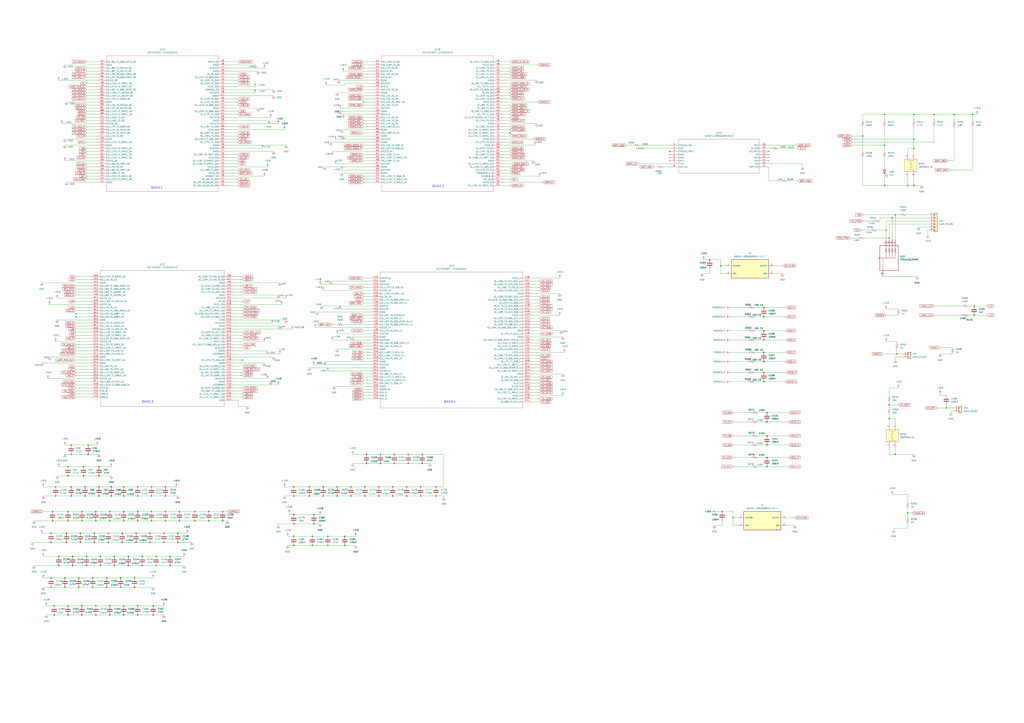
<source format=kicad_sch>
(kicad_sch (version 20250114) (generator "eeschema") (generator_version "9.0")
  (paper "A1")
  (lib_symbols
    (symbol "2025-06-11_05-38-59:S25FL128SAGMFI013" (pin_names (offset 0.254))
      (property "Reference" "U" (at 40.64 10.16 0))
      (property "Value" "S25FL128SAGMFI013" (at 40.64 7.62 0))
      (symbol "S25FL128SAGMFI013_0_1"
        (pin bidirectional line (at 0 0 0) (length 7.62) (name "*HOLD/IO3") (number "1"))
        (pin power_in line (at 0 -2.54 0) (length 7.62) (name "VCC") (number "2"))
        (pin bidirectional line (at 0 -5.08 0) (length 7.62) (name "*RESET/RFU") (number "3"))
        (pin no_connect line (at 0 -7.62 0) (length 7.62) (name "DNU") (number "4"))
        (pin no_connect line (at 0 -10.16 0) (length 7.62) (name "DNU") (number "5"))
        (pin no_connect line (at 0 -12.7 0) (length 7.62) (name "RFU") (number "6"))
        (pin input line (at 0 -15.24 0) (length 7.62) (name "*CS") (number "7"))
        (pin bidirectional line (at 0 -17.78 0) (length 7.62) (name "SO/IO1") (number "8"))
        (pin input line (at 81.28 0 180) (length 7.62) (name "SCK") (number "16"))
        (pin bidirectional line (at 81.28 -2.54 180) (length 7.62) (name "SI/IO0") (number "15"))
        (pin bidirectional line (at 81.28 -5.08 180) (length 7.62) (name "VIO/RFU") (number "14"))
        (pin no_connect line (at 81.28 -7.62 180) (length 7.62) (name "NC") (number "13"))
        (pin no_connect line (at 81.28 -10.16 180) (length 7.62) (name "DNU") (number "12"))
        (pin no_connect line (at 81.28 -12.7 180) (length 7.62) (name "DNU") (number "11"))
        (pin power_in line (at 81.28 -15.24 180) (length 7.62) (name "VSS") (number "10"))
        (pin bidirectional line (at 81.28 -17.78 180) (length 7.62) (name "*WP/IO2") (number "9"))
      )
    )
    (symbol "ASEM1-100.000MHZ-LC-T_1" (pin_names (offset 1.016))
      (property "Reference" "Y" (at -15.24 8.128 0))
      (property "Value" "ASEM1-100.000MHZ-LC-T" (at -15.24 -10.16 0))
      (symbol "ASEM1-100.000MHZ-LC-T_1_0_0"
        (pin passive line (at -20.32 2.54 0) (length 5.08) (name "STANDBY") (number "1"))
        (pin power_in line (at -20.32 -3.81 0) (length 5.08) (name "VDD") (number "4"))
        (pin power_in line (at 20.32 -3.81 180) (length 5.08) (name "GND") (number "2"))
      )
      (symbol "ASEM1-100.000MHZ-LC-T_1_1_0"
        (pin passive line (at 20.32 2.54 180) (length 5.08) (name "OUTPUT") (number "3"))
      )
    )
    (symbol "ASEM1-100.000MHZ-LC-T_2" (pin_names (offset 1.016))
      (property "Reference" "Y" (at -15.24 8.128 0))
      (property "Value" "ASEM1-100.000MHZ-LC-T" (at -15.24 -10.16 0))
      (symbol "ASEM1-100.000MHZ-LC-T_2_0_0"
        (pin passive line (at -20.32 2.54 0) (length 5.08) (name "STANDBY") (number "1"))
        (pin power_in line (at -20.32 -3.81 0) (length 5.08) (name "VDD") (number "4"))
        (pin power_in line (at 20.32 -3.81 180) (length 5.08) (name "GND") (number "2"))
      )
      (symbol "ASEM1-100.000MHZ-LC-T_2_1_0"
        (pin passive line (at 20.32 2.54 180) (length 5.08) (name "OUTPUT") (number "3"))
      )
    )
    (symbol "BTN-PUSH BUTTON:1825910-6" (pin_names (offset 1.016))
      (property "Reference" "SW" (at -5.0897 5.8532 0))
      (property "Value" "1825910-6" (at -5.0883 -7.6325 0))
      (symbol "1825910-6_0_0"
        (pin passive line (at -10.16 2.54 0) (length 5.08) (name "~") (number "1"))
        (pin passive line (at -10.16 -2.54 0) (length 5.08) (name "~") (number "2"))
        (pin passive line (at 10.16 2.54 180) (length 5.08) (name "~") (number "3"))
        (pin passive line (at 10.16 -2.54 180) (length 5.08) (name "~") (number "4"))
      )
    )
    (symbol "Connector_Generic:Conn_01x02" (pin_names (offset 1.016) (hide yes))
      (property "Reference" "J" (at 0 2.54 0))
      (property "Value" "Conn_01x02" (at 0 -5.08 0))
      (symbol "Conn_01x02_1_1"
        (pin passive line (at -5.08 0 0) (length 3.81) (name "Pin_1") (number "1"))
        (pin passive line (at -5.08 -2.54 0) (length 3.81) (name "Pin_2") (number "2"))
      )
    )
    (symbol "Connector_Generic:Conn_01x06" (pin_names (offset 1.016) (hide yes))
      (property "Reference" "J" (at 0 7.62 0))
      (property "Value" "Conn_01x06" (at 0 -10.16 0))
      (symbol "Conn_01x06_1_1"
        (pin passive line (at -5.08 5.08 0) (length 3.81) (name "Pin_1") (number "1"))
        (pin passive line (at -5.08 2.54 0) (length 3.81) (name "Pin_2") (number "2"))
        (pin passive line (at -5.08 0 0) (length 3.81) (name "Pin_3") (number "3"))
        (pin passive line (at -5.08 -2.54 0) (length 3.81) (name "Pin_4") (number "4"))
        (pin passive line (at -5.08 -5.08 0) (length 3.81) (name "Pin_5") (number "5"))
        (pin passive line (at -5.08 -7.62 0) (length 3.81) (name "Pin_6") (number "6"))
      )
    )
    (symbol "Device:C" (pin_numbers (hide yes)) (pin_names (offset 0.254))
      (property "Reference" "C" (at 0.635 2.54 0))
      (property "Value" "C" (at 0.635 -2.54 0))
      (symbol "C_1_1"
        (pin passive line (at 0 3.81 270) (length 2.794) (name "~") (number "1"))
        (pin passive line (at 0 -3.81 90) (length 2.794) (name "~") (number "2"))
      )
    )
    (symbol "Device:LED" (pin_numbers (hide yes)) (pin_names (offset 1.016) (hide yes))
      (property "Reference" "D" (at 0 2.54 0))
      (property "Value" "LED" (at 0 -2.54 0))
      (symbol "LED_1_1"
        (pin passive line (at -3.81 0 0) (length 2.54) (name "K") (number "1"))
        (pin passive line (at 3.81 0 180) (length 2.54) (name "A") (number "2"))
      )
    )
    (symbol "Device:R_Small_US" (pin_numbers (hide yes)) (pin_names (offset 0.254) (hide yes))
      (property "Reference" "R" (at 0.762 0.508 0))
      (property "Value" "R_Small_US" (at 0.762 -1.016 0))
      (symbol "R_Small_US_1_1"
        (pin passive line (at 0 2.54 270) (length 1.016) (name "~") (number "1"))
        (pin passive line (at 0 -2.54 90) (length 1.016) (name "~") (number "2"))
      )
    )
    (symbol "GND_1" (power) (pin_numbers (hide yes)) (pin_names (offset 0) (hide yes))
      (property "Value" "GND" (at 0 -3.81 0))
      (symbol "GND_1_1_1"
        (pin power_in line (at 0 0 270) (length 0) (name "~") (number "1"))
      )
    )
    (symbol "GND_2" (power) (pin_numbers (hide yes)) (pin_names (offset 0) (hide yes))
      (property "Value" "GND" (at 0 -3.81 0))
      (symbol "GND_2_1_1"
        (pin power_in line (at 0 0 270) (length 0) (name "~") (number "1"))
      )
    )
    (symbol "GND_3" (power) (pin_numbers (hide yes)) (pin_names (offset 0) (hide yes))
      (property "Value" "GND" (at 0 -3.81 0))
      (symbol "GND_3_1_1"
        (pin power_in line (at 0 0 270) (length 0) (name "~") (number "1"))
      )
    )
    (symbol "GND_4" (power) (pin_numbers (hide yes)) (pin_names (offset 0) (hide yes))
      (property "Value" "GND" (at 0 -3.81 0))
      (symbol "GND_4_1_1"
        (pin power_in line (at 0 0 270) (length 0) (name "~") (number "1"))
      )
    )
    (symbol "GND_5" (power) (pin_numbers (hide yes)) (pin_names (offset 0) (hide yes))
      (property "Value" "GND" (at 0 -3.81 0))
      (symbol "GND_5_1_1"
        (pin power_in line (at 0 0 270) (length 0) (name "~") (number "1"))
      )
    )
    (symbol "GND_6" (power) (pin_numbers (hide yes)) (pin_names (offset 0) (hide yes))
      (property "Value" "GND" (at 0 -3.81 0))
      (symbol "GND_6_1_1"
        (pin power_in line (at 0 0 270) (length 0) (name "~") (number "1"))
      )
    )
    (symbol "GND_7" (power) (pin_numbers (hide yes)) (pin_names (offset 0) (hide yes))
      (property "Value" "GND" (at 0 -3.81 0))
      (symbol "GND_7_1_1"
        (pin power_in line (at 0 0 270) (length 0) (name "~") (number "1"))
      )
    )
    (symbol "GND_8" (power) (pin_numbers (hide yes)) (pin_names (offset 0) (hide yes))
      (property "Value" "GND" (at 0 -3.81 0))
      (symbol "GND_8_1_1"
        (pin power_in line (at 0 0 270) (length 0) (name "~") (number "1"))
      )
    )
    (symbol "GND_9" (power) (pin_numbers (hide yes)) (pin_names (offset 0) (hide yes))
      (property "Value" "GND" (at 0 -3.81 0))
      (symbol "GND_9_1_1"
        (pin power_in line (at 0 0 270) (length 0) (name "~") (number "1"))
      )
    )
    (symbol "TPD4E101DPWR:TPD4E101DPWR" (pin_names (offset 1.016))
      (property "Reference" "U" (at -10.16 8.89 0))
      (property "Value" "TPD4E101DPWR" (at -10.16 -10.16 0))
      (symbol "TPD4E101DPWR_0_0"
        (pin bidirectional line (at -15.24 5.08 0) (length 5.08) (name "~") (number "1"))
        (pin bidirectional line (at -15.24 2.54 0) (length 5.08) (name "~") (number "2"))
        (pin bidirectional line (at -15.24 0 0) (length 5.08) (name "~") (number "3"))
        (pin bidirectional line (at -15.24 -2.54 0) (length 5.08) (name "~") (number "4"))
        (pin power_in line (at 15.24 -5.08 180) (length 5.08) (name "~") (number "5"))
      )
    )
    (symbol "XC7A100T-1CSG324C:XC7A100T-1CSG324C" (pin_names (offset 0.254))
      (property "Reference" "U" (at 53.34 10.16 0))
      (property "Value" "XC7A100T-1CSG324C" (at 53.34 7.62 0))
      (symbol "XC7A100T-1CSG324C_1_1"
        (pin bidirectional line (at 0 0 0) (length 7.62) (name "IO_L9N_T1_DQS_AD7N_35") (number "A1"))
        (pin passive line (at 0 -2.54 0) (length 7.62) (name "GND") (number "A2"))
        (pin bidirectional line (at 0 -5.08 0) (length 7.62) (name "IO_L8N_T1_AD14N_35") (number "A3"))
        (pin bidirectional line (at 0 -7.62 0) (length 7.62) (name "IO_L8P_T1_AD14P_35") (number "A4"))
        (pin bidirectional line (at 0 -10.16 0) (length 7.62) (name "IO_L3N_T0_DQS_AD5N_35") (number "A5"))
        (pin bidirectional line (at 0 -12.7 0) (length 7.62) (name "IO_L3P_T0_DQS_AD5P_35") (number "A6"))
        (pin power_in line (at 0 -15.24 0) (length 7.62) (name "VCCO_35") (number "A7"))
        (pin bidirectional line (at 0 -17.78 0) (length 7.62) (name "IO_L12N_T1_MRCC_16") (number "A8"))
        (pin bidirectional line (at 0 -20.32 0) (length 7.62) (name "IO_L14N_T2_SRCC_16") (number "A9"))
        (pin bidirectional line (at 0 -22.86 0) (length 7.62) (name "IO_L9P_T1_DQS_AD7P_35") (number "B1"))
        (pin bidirectional line (at 0 -25.4 0) (length 7.62) (name "IO_L10N_T1_AD15N_35") (number "B2"))
        (pin bidirectional line (at 0 -27.94 0) (length 7.62) (name "IO_L10P_T1_AD15P_35") (number "B3"))
        (pin bidirectional line (at 0 -30.48 0) (length 7.62) (name "IO_L7N_T1_AD6N_35") (number "B4"))
        (pin passive line (at 0 -33.02 0) (length 7.62) (name "GND") (number "B5"))
        (pin bidirectional line (at 0 -35.56 0) (length 7.62) (name "IO_L2N_T0_AD12N_35") (number "B6"))
        (pin bidirectional line (at 0 -38.1 0) (length 7.62) (name "IO_L2P_T0_AD12P_35") (number "B7"))
        (pin bidirectional line (at 0 -40.64 0) (length 7.62) (name "IO_L12P_T1_MRCC_16") (number "B8"))
        (pin bidirectional line (at 0 -43.18 0) (length 7.62) (name "IO_L11N_T1_SRCC_16") (number "B9"))
        (pin bidirectional line (at 0 -45.72 0) (length 7.62) (name "IO_L16N_T2_35") (number "C1"))
        (pin bidirectional line (at 0 -48.26 0) (length 7.62) (name "IO_L16P_T2_35") (number "C2"))
        (pin power_in line (at 0 -50.8 0) (length 7.62) (name "VCCO_35") (number "C3"))
        (pin bidirectional line (at 0 -53.34 0) (length 7.62) (name "IO_L7P_T1_AD6P_35") (number "C4"))
        (pin bidirectional line (at 0 -55.88 0) (length 7.62) (name "IO_L1N_T0_AD4N_35") (number "C5"))
        (pin bidirectional line (at 0 -58.42 0) (length 7.62) (name "IO_L1P_T0_AD4P_35") (number "C6"))
        (pin bidirectional line (at 0 -60.96 0) (length 7.62) (name "IO_L4N_T0_35") (number "C7"))
        (pin passive line (at 0 -63.5 0) (length 7.62) (name "GND") (number "C8"))
        (pin bidirectional line (at 0 -66.04 0) (length 7.62) (name "IO_L11P_T1_SRCC_16") (number "C9"))
        (pin passive line (at 0 -68.58 0) (length 7.62) (name "GND") (number "D1"))
        (pin bidirectional line (at 0 -71.12 0) (length 7.62) (name "IO_L14N_T2_SRCC_35") (number "D2"))
        (pin bidirectional line (at 0 -73.66 0) (length 7.62) (name "IO_L12N_T1_MRCC_35") (number "D3"))
        (pin bidirectional line (at 0 -76.2 0) (length 7.62) (name "IO_L11N_T1_SRCC_35") (number "D4"))
        (pin bidirectional line (at 0 -78.74 0) (length 7.62) (name "IO_L11P_T1_SRCC_35") (number "D5"))
        (pin power_in line (at 0 -81.28 0) (length 7.62) (name "VCCO_35") (number "D6"))
        (pin bidirectional line (at 0 -83.82 0) (length 7.62) (name "IO_L6N_T0_VREF_35") (number "D7"))
        (pin bidirectional line (at 0 -86.36 0) (length 7.62) (name "IO_L4P_T0_35") (number "D8"))
        (pin bidirectional line (at 0 -88.9 0) (length 7.62) (name "IO_L6N_T0_VREF_16") (number "D9"))
        (pin bidirectional line (at 0 -91.44 0) (length 7.62) (name "IO_L18N_T2_35") (number "E1"))
        (pin bidirectional line (at 0 -93.98 0) (length 7.62) (name "IO_L14P_T2_SRCC_35") (number "E2"))
        (pin bidirectional line (at 0 -96.52 0) (length 7.62) (name "IO_L12P_T1_MRCC_35") (number "E3"))
        (pin passive line (at 0 -99.06 0) (length 7.62) (name "GND") (number "E4"))
        (pin power_in line (at 106.68 0 180) (length 7.62) (name "VREFN_0") (number "J9"))
        (pin passive line (at 106.68 -2.54 180) (length 7.62) (name "GND") (number "J8"))
        (pin power_in line (at 106.68 -5.08 180) (length 7.62) (name "VCCINT") (number "J7"))
        (pin passive line (at 106.68 -7.62 180) (length 7.62) (name "GND") (number "J6"))
        (pin bidirectional line (at 106.68 -10.16 180) (length 7.62) (name "IO_25_35") (number "J5"))
        (pin bidirectional line (at 106.68 -12.7 180) (length 7.62) (name "IO_L21P_T3_DQS_35") (number "J4"))
        (pin bidirectional line (at 106.68 -15.24 180) (length 7.62) (name "IO_L22P_T3_35") (number "J3"))
        (pin bidirectional line (at 106.68 -17.78 180) (length 7.62) (name "IO_L22N_T3_35") (number "J2"))
        (pin power_in line (at 106.68 -20.32 180) (length 7.62) (name "VCCO_35") (number "J1"))
        (pin passive line (at 106.68 -22.86 180) (length 7.62) (name "GNDADC_0") (number "H9"))
        (pin power_in line (at 106.68 -25.4 180) (length 7.62) (name "VCCINT") (number "H8"))
        (pin passive line (at 106.68 -27.94 180) (length 7.62) (name "GND") (number "H7"))
        (pin bidirectional line (at 106.68 -30.48 180) (length 7.62) (name "IO_L24P_T3_35") (number "H6"))
        (pin bidirectional line (at 106.68 -33.02 180) (length 7.62) (name "IO_L24N_T3_35") (number "H5"))
        (pin bidirectional line (at 106.68 -35.56 180) (length 7.62) (name "IO_L21N_T3_DQS_35") (number "H4"))
        (pin passive line (at 106.68 -38.1 180) (length 7.62) (name "GND") (number "H3"))
        (pin bidirectional line (at 106.68 -40.64 180) (length 7.62) (name "IO_L15P_T2_DQS_35") (number "H2"))
        (pin bidirectional line (at 106.68 -43.18 180) (length 7.62) (name "IO_L17P_T2_35") (number "H1"))
        (pin power_in line (at 106.68 -45.72 180) (length 7.62) (name "VCCINT") (number "G9"))
        (pin passive line (at 106.68 -48.26 180) (length 7.62) (name "GND") (number "G8"))
        (pin power_in line (at 106.68 -50.8 180) (length 7.62) (name "VCCINT") (number "G7"))
        (pin bidirectional line (at 106.68 -53.34 180) (length 7.62) (name "IO_L19P_T3_35") (number "G6"))
        (pin power_in line (at 106.68 -55.88 180) (length 7.62) (name "VCCO_35") (number "G5"))
        (pin bidirectional line (at 106.68 -58.42 180) (length 7.62) (name "IO_L20P_T3_35") (number "G4"))
        (pin bidirectional line (at 106.68 -60.96 180) (length 7.62) (name "IO_L20N_T3_35") (number "G3"))
        (pin bidirectional line (at 106.68 -63.5 180) (length 7.62) (name "IO_L15N_T2_DQS_35") (number "G2"))
        (pin bidirectional line (at 106.68 -66.04 180) (length 7.62) (name "IO_L17N_T2_35") (number "G1"))
        (pin passive line (at 106.68 -68.58 180) (length 7.62) (name "GND") (number "F9"))
        (pin power_in line (at 106.68 -71.12 180) (length 7.62) (name "VCCINT") (number "F8"))
        (pin passive line (at 106.68 -73.66 180) (length 7.62) (name "GND") (number "F7"))
        (pin bidirectional line (at 106.68 -76.2 180) (length 7.62) (name "IO_L19N_T3_VREF_35") (number "F6"))
        (pin bidirectional line (at 106.68 -78.74 180) (length 7.62) (name "IO_0_35") (number "F5"))
        (pin bidirectional line (at 106.68 -81.28 180) (length 7.62) (name "IO_L13P_T2_MRCC_35") (number "F4"))
        (pin bidirectional line (at 106.68 -83.82 180) (length 7.62) (name "IO_L13N_T2_MRCC_35") (number "F3"))
        (pin power_in line (at 106.68 -86.36 180) (length 7.62) (name "VCCO_35") (number "F2"))
        (pin bidirectional line (at 106.68 -88.9 180) (length 7.62) (name "IO_L18P_T2_35") (number "F1"))
        (pin bidirectional line (at 106.68 -91.44 180) (length 7.62) (name "CCLK_0") (number "E9"))
        (pin power_in line (at 106.68 -93.98 180) (length 7.62) (name "VCCBATT_0") (number "E8"))
        (pin bidirectional line (at 106.68 -96.52 180) (length 7.62) (name "IO_L6P_T0_35") (number "E7"))
        (pin bidirectional line (at 106.68 -99.06 180) (length 7.62) (name "IO_L5P_T0_AD13P_35") (number "E6"))
        (pin bidirectional line (at 106.68 -101.6 180) (length 7.62) (name "IO_L5N_T0_AD13N_35") (number "E5"))
      )
      (symbol "XC7A100T-1CSG324C_2_1"
        (pin bidirectional line (at 0 0 0) (length 7.62) (name "IO_L23N_T3_35") (number "K1"))
        (pin bidirectional line (at 0 -2.54 0) (length 7.62) (name "IO_L23P_T3_35") (number "K2"))
        (pin bidirectional line (at 0 -5.08 0) (length 7.62) (name "IO_L2P_T0_34") (number "K3"))
        (pin power_in line (at 0 -7.62 0) (length 7.62) (name "VCCO_34") (number "K4"))
        (pin bidirectional line (at 0 -10.16 0) (length 7.62) (name "IO_L5P_T0_34") (number "K5"))
        (pin bidirectional line (at 0 -12.7 0) (length 7.62) (name "IO_0_34") (number "K6"))
        (pin passive line (at 0 -15.24 0) (length 7.62) (name "GND") (number "K7"))
        (pin power_in line (at 0 -17.78 0) (length 7.62) (name "VCCINT") (number "K8"))
        (pin input line (at 0 -20.32 0) (length 7.62) (name "VN_0") (number "K9"))
        (pin bidirectional line (at 0 -22.86 0) (length 7.62) (name "IO_L1P_T0_34") (number "L1"))
        (pin passive line (at 0 -25.4 0) (length 7.62) (name "GND") (number "L2"))
        (pin bidirectional line (at 0 -27.94 0) (length 7.62) (name "IO_L2N_T0_34") (number "L3"))
        (pin bidirectional line (at 0 -30.48 0) (length 7.62) (name "IO_L5N_T0_34") (number "L4"))
        (pin bidirectional line (at 0 -33.02 0) (length 7.62) (name "IO_L6N_T0_VREF_34") (number "L5"))
        (pin bidirectional line (at 0 -35.56 0) (length 7.62) (name "IO_L6P_T0_34") (number "L6"))
        (pin power_in line (at 0 -38.1 0) (length 7.62) (name "VCCINT") (number "L7"))
        (pin passive line (at 0 -40.64 0) (length 7.62) (name "GND") (number "L8"))
        (pin passive line (at 0 -43.18 0) (length 7.62) (name "DXN_0") (number "L9"))
        (pin bidirectional line (at 0 -45.72 0) (length 7.62) (name "IO_L1N_T0_34") (number "M1"))
        (pin bidirectional line (at 0 -48.26 0) (length 7.62) (name "IO_L4N_T0_34") (number "M2"))
        (pin bidirectional line (at 0 -50.8 0) (length 7.62) (name "IO_L4P_T0_34") (number "M3"))
        (pin bidirectional line (at 0 -53.34 0) (length 7.62) (name "IO_L16P_T2_34") (number "M4"))
        (pin passive line (at 0 -55.88 0) (length 7.62) (name "GND") (number "M5"))
        (pin bidirectional line (at 0 -58.42 0) (length 7.62) (name "IO_L18P_T2_34") (number "M6"))
        (pin passive line (at 0 -60.96 0) (length 7.62) (name "GND") (number "M7"))
        (pin power_in line (at 0 -63.5 0) (length 7.62) (name "VCCINT") (number "M8"))
        (pin passive line (at 0 -66.04 0) (length 7.62) (name "GND") (number "M9"))
        (pin bidirectional line (at 0 -68.58 0) (length 7.62) (name "IO_L3N_T0_DQS_34") (number "N1"))
        (pin bidirectional line (at 0 -71.12 0) (length 7.62) (name "IO_L3P_T0_DQS_34") (number "N2"))
        (pin power_in line (at 0 -73.66 0) (length 7.62) (name "VCCO_34") (number "N3"))
        (pin bidirectional line (at 0 -76.2 0) (length 7.62) (name "IO_L16N_T2_34") (number "N4"))
        (pin bidirectional line (at 0 -78.74 0) (length 7.62) (name "IO_L13P_T2_MRCC_34") (number "N5"))
        (pin bidirectional line (at 0 -81.28 0) (length 7.62) (name "IO_L18N_T2_34") (number "N6"))
        (pin power_in line (at 0 -83.82 0) (length 7.62) (name "VCCINT") (number "N7"))
        (pin passive line (at 0 -86.36 0) (length 7.62) (name "GND") (number "N8"))
        (pin power_in line (at 0 -88.9 0) (length 7.62) (name "VCCINT") (number "N9"))
        (pin passive line (at 0 -91.44 0) (length 7.62) (name "GND") (number "P1"))
        (pin bidirectional line (at 0 -93.98 0) (length 7.62) (name "IO_L15P_T2_DQS_34") (number "P2"))
        (pin bidirectional line (at 0 -96.52 0) (length 7.62) (name "IO_L14N_T2_SRCC_34") (number "P3"))
        (pin bidirectional line (at 0 -99.06 0) (length 7.62) (name "IO_L14P_T2_SRCC_34") (number "P4"))
        (pin bidirectional line (at 106.68 0 180) (length 7.62) (name "IO_L21N_T3_DQS_34") (number "V9"))
        (pin power_in line (at 106.68 -2.54 180) (length 7.62) (name "VCCO_34") (number "V8"))
        (pin bidirectional line (at 106.68 -5.08 180) (length 7.62) (name "IO_L20P_T3_34") (number "V7"))
        (pin bidirectional line (at 106.68 -7.62 180) (length 7.62) (name "IO_L20N_T3_34") (number "V6"))
        (pin bidirectional line (at 106.68 -10.16 180) (length 7.62) (name "IO_L10P_T1_34") (number "V5"))
        (pin bidirectional line (at 106.68 -12.7 180) (length 7.62) (name "IO_L10N_T1_34") (number "V4"))
        (pin passive line (at 106.68 -15.24 180) (length 7.62) (name "GND") (number "V3"))
        (pin bidirectional line (at 106.68 -17.78 180) (length 7.62) (name "IO_L9N_T1_DQS_34") (number "V2"))
        (pin bidirectional line (at 106.68 -20.32 180) (length 7.62) (name "IO_L7N_T1_34") (number "V1"))
        (pin bidirectional line (at 106.68 -22.86 180) (length 7.62) (name "IO_L21P_T3_DQS_34") (number "U9"))
        (pin bidirectional line (at 106.68 -25.4 180) (length 7.62) (name "IO_25_34") (number "U8"))
        (pin bidirectional line (at 106.68 -27.94 180) (length 7.62) (name "IO_L22P_T3_34") (number "U7"))
        (pin bidirectional line (at 106.68 -30.48 180) (length 7.62) (name "IO_L22N_T3_34") (number "U6"))
        (pin power_in line (at 106.68 -33.02 180) (length 7.62) (name "VCCO_34") (number "U5"))
        (pin bidirectional line (at 106.68 -35.56 180) (length 7.62) (name "IO_L8P_T1_34") (number "U4"))
        (pin bidirectional line (at 106.68 -38.1 180) (length 7.62) (name "IO_L8N_T1_34") (number "U3"))
        (pin bidirectional line (at 106.68 -40.64 180) (length 7.62) (name "IO_L9P_T1_DQS_34") (number "U2"))
        (pin bidirectional line (at 106.68 -43.18 180) (length 7.62) (name "IO_L7P_T1_34") (number "U1"))
        (pin bidirectional line (at 106.68 -45.72 180) (length 7.62) (name "IO_L24P_T3_A01_D17_14") (number "T9"))
        (pin bidirectional line (at 106.68 -48.26 180) (length 7.62) (name "IO_L24N_T3_34") (number "T8"))
        (pin passive line (at 106.68 -50.8 180) (length 7.62) (name "GND") (number "T7"))
        (pin bidirectional line (at 106.68 -53.34 180) (length 7.62) (name "IO_L23N_T3_34") (number "T6"))
        (pin bidirectional line (at 106.68 -55.88 180) (length 7.62) (name "IO_L12P_T1_MRCC_34") (number "T5"))
        (pin bidirectional line (at 106.68 -58.42 180) (length 7.62) (name "IO_L12N_T1_MRCC_34") (number "T4"))
        (pin bidirectional line (at 106.68 -60.96 180) (length 7.62) (name "IO_L11N_T1_SRCC_34") (number "T3"))
        (pin power_in line (at 106.68 -63.5 180) (length 7.62) (name "VCCO_34") (number "T2"))
        (pin bidirectional line (at 106.68 -66.04 180) (length 7.62) (name "IO_L17N_T2_34") (number "T1"))
        (pin power_in line (at 106.68 -68.58 180) (length 7.62) (name "VCCO_0") (number "R9"))
        (pin bidirectional line (at 106.68 -71.12 180) (length 7.62) (name "IO_L24P_T3_34") (number "R8"))
        (pin bidirectional line (at 106.68 -73.66 180) (length 7.62) (name "IO_L23P_T3_34") (number "R7"))
        (pin bidirectional line (at 106.68 -76.2 180) (length 7.62) (name "IO_L19P_T3_34") (number "R6"))
        (pin bidirectional line (at 106.68 -78.74 180) (length 7.62) (name "IO_L19N_T3_VREF_34") (number "R5"))
        (pin passive line (at 106.68 -81.28 180) (length 7.62) (name "GND") (number "R4"))
        (pin bidirectional line (at 106.68 -83.82 180) (length 7.62) (name "IO_L11P_T1_SRCC_34") (number "R3"))
        (pin bidirectional line (at 106.68 -86.36 180) (length 7.62) (name "IO_L15N_T2_DQS_34") (number "R2"))
        (pin bidirectional line (at 106.68 -88.9 180) (length 7.62) (name "IO_L17P_T2_34") (number "R1"))
        (pin input line (at 106.68 -91.44 180) (length 7.62) (name "PROGRAM_B_0") (number "P9"))
        (pin input line (at 106.68 -93.98 180) (length 7.62) (name "CFGBVS_0") (number "P8"))
        (pin bidirectional line (at 106.68 -96.52 180) (length 7.62) (name "INIT_B_0") (number "P7"))
        (pin power_in line (at 106.68 -99.06 180) (length 7.62) (name "VCCO_34") (number "P6"))
        (pin bidirectional line (at 106.68 -101.6 180) (length 7.62) (name "IO_L13N_T2_MRCC_34") (number "P5"))
      )
      (symbol "XC7A100T-1CSG324C_3_0"
        (pin passive line (at 0 -35.56 0) (length 7.62) (name "GND") (number "B15"))
        (pin passive line (at 0 -71.12 0) (length 7.62) (name "GND") (number "D11"))
      )
      (symbol "XC7A100T-1CSG324C_3_1"
        (pin bidirectional line (at 0 0 0) (length 7.62) (name "IO_L14P_T2_SRCC_16") (number "A10"))
        (pin bidirectional line (at 0 -2.54 0) (length 7.62) (name "IO_L4N_T0_15") (number "A11"))
        (pin passive line (at 0 -5.08 0) (length 7.62) (name "GND") (number "A12"))
        (pin bidirectional line (at 0 -7.62 0) (length 7.62) (name "IO_L9P_T1_DQS_AD3P_15") (number "A13"))
        (pin bidirectional line (at 0 -10.16 0) (length 7.62) (name "IO_L9N_T1_DQS_AD3N_15") (number "A14"))
        (pin bidirectional line (at 0 -12.7 0) (length 7.62) (name "IO_L8P_T1_AD10P_15") (number "A15"))
        (pin bidirectional line (at 0 -15.24 0) (length 7.62) (name "IO_L8N_T1_AD10N_15") (number "A16"))
        (pin power_in line (at 0 -17.78 0) (length 7.62) (name "VCCO_15") (number "A17"))
        (pin bidirectional line (at 0 -20.32 0) (length 7.62) (name "IO_L10N_T1_AD11N_15") (number "A18"))
        (pin power_in line (at 0 -22.86 0) (length 7.62) (name "VCCO_16") (number "B10"))
        (pin bidirectional line (at 0 -25.4 0) (length 7.62) (name "IO_L4P_T0_15") (number "B11"))
        (pin bidirectional line (at 0 -27.94 0) (length 7.62) (name "IO_L3N_T0_DQS_AD1N_15") (number "B12"))
        (pin bidirectional line (at 0 -30.48 0) (length 7.62) (name "IO_L2P_T0_AD8P_15") (number "B13"))
        (pin bidirectional line (at 0 -33.02 0) (length 7.62) (name "IO_L2N_T0_AD8N_15") (number "B14"))
        (pin bidirectional line (at 0 -38.1 0) (length 7.62) (name "IO_L7P_T1_AD2P_15") (number "B16"))
        (pin bidirectional line (at 0 -40.64 0) (length 7.62) (name "IO_L7N_T1_AD2N_15") (number "B17"))
        (pin bidirectional line (at 0 -43.18 0) (length 7.62) (name "IO_L10P_T1_AD11P_15") (number "B18"))
        (pin bidirectional line (at 0 -45.72 0) (length 7.62) (name "IO_L13N_T2_MRCC_16") (number "C10"))
        (pin bidirectional line (at 0 -48.26 0) (length 7.62) (name "IO_L13P_T2_MRCC_16") (number "C11"))
        (pin bidirectional line (at 0 -50.8 0) (length 7.62) (name "IO_L3P_T0_DQS_AD1P_15") (number "C12"))
        (pin power_in line (at 0 -53.34 0) (length 7.62) (name "VCCO_15") (number "C13"))
        (pin bidirectional line (at 0 -55.88 0) (length 7.62) (name "IO_L1N_T0_AD0N_15") (number "C14"))
        (pin bidirectional line (at 0 -58.42 0) (length 7.62) (name "IO_L12N_T1_MRCC_15") (number "C15"))
        (pin bidirectional line (at 0 -60.96 0) (length 7.62) (name "IO_L20P_T3_A20_15") (number "C16"))
        (pin bidirectional line (at 0 -63.5 0) (length 7.62) (name "IO_L20N_T3_A19_15") (number "C17"))
        (pin passive line (at 0 -66.04 0) (length 7.62) (name "GND") (number "C18"))
        (pin bidirectional line (at 0 -68.58 0) (length 7.62) (name "IO_L19N_T3_VREF_16") (number "D10"))
        (pin bidirectional line (at 0 -73.66 0) (length 7.62) (name "IO_L6P_T0_15") (number "D12"))
        (pin bidirectional line (at 0 -76.2 0) (length 7.62) (name "IO_L6N_T0_VREF_15") (number "D13"))
        (pin bidirectional line (at 0 -78.74 0) (length 7.62) (name "IO_L1P_T0_AD0P_15") (number "D14"))
        (pin bidirectional line (at 0 -81.28 0) (length 7.62) (name "IO_L12P_T1_MRCC_15") (number "D15"))
        (pin power_in line (at 0 -83.82 0) (length 7.62) (name "VCCO_15") (number "D16"))
        (pin bidirectional line (at 0 -86.36 0) (length 7.62) (name "IO_L16N_T2_A27_15") (number "D17"))
        (pin bidirectional line (at 0 -88.9 0) (length 7.62) (name "IO_L21N_T3_DQS_A18_15") (number "D18"))
        (pin input line (at 0 -91.44 0) (length 7.62) (name "TCK_0") (number "E10"))
        (pin bidirectional line (at 0 -93.98 0) (length 7.62) (name "TDI_0") (number "E11"))
        (pin input line (at 0 -96.52 0) (length 7.62) (name "TMS_0") (number "E12"))
        (pin output line (at 0 -99.06 0) (length 7.62) (name "TDO_0") (number "E13"))
        (pin bidirectional line (at 116.84 0 180) (length 7.62) (name "IO_L23N_T3_FWE_B_15") (number "J18"))
        (pin bidirectional line (at 116.84 -2.54 180) (length 7.62) (name "IO_L23P_T3_FOE_B_15") (number "J17"))
        (pin passive line (at 116.84 -5.08 180) (length 7.62) (name "GND") (number "J16"))
        (pin bidirectional line (at 116.84 -7.62 180) (length 7.62) (name "IO_L24N_T3_RS0_15") (number "J15"))
        (pin bidirectional line (at 116.84 -10.16 180) (length 7.62) (name "IO_L19P_T3_A22_15") (number "J14"))
        (pin bidirectional line (at 116.84 -12.7 180) (length 7.62) (name "IO_L17N_T2_A25_15") (number "J13"))
        (pin passive line (at 116.84 -15.24 180) (length 7.62) (name "GND") (number "J12"))
        (pin power_in line (at 116.84 -17.78 180) (length 7.62) (name "VCCINT") (number "J11"))
        (pin input line (at 116.84 -20.32 180) (length 7.62) (name "VP_0") (number "J10"))
        (pin power_in line (at 116.84 -22.86 180) (length 7.62) (name "VCCO_15") (number "H18"))
        (pin bidirectional line (at 116.84 -25.4 180) (length 7.62) (name "IO_L18P_T2_A24_15") (number "H17"))
        (pin bidirectional line (at 116.84 -27.94 180) (length 7.62) (name "IO_L13P_T2_MRCC_15") (number "H16"))
        (pin bidirectional line (at 116.84 -30.48 180) (length 7.62) (name "IO_L19N_T3_A21_VREF_15") (number "H15"))
        (pin bidirectional line (at 116.84 -33.02 180) (length 7.62) (name "IO_L15P_T2_DQS_15") (number "H14"))
        (pin passive line (at 116.84 -35.56 180) (length 7.62) (name "GND") (number "H13"))
        (pin power_in line (at 116.84 -38.1 180) (length 7.62) (name "VCCAUX") (number "H12"))
        (pin passive line (at 116.84 -40.64 180) (length 7.62) (name "GND") (number "H11"))
        (pin power_in line (at 116.84 -43.18 180) (length 7.62) (name "VCCADC_0") (number "H10"))
        (pin bidirectional line (at 116.84 -45.72 180) (length 7.62) (name "IO_L22P_T3_A17_15") (number "G18"))
        (pin bidirectional line (at 116.84 -48.26 180) (length 7.62) (name "IO_L18N_T2_A23_15") (number "G17"))
        (pin bidirectional line (at 116.84 -50.8 180) (length 7.62) (name "IO_L13N_T2_MRCC_15") (number "G16"))
        (pin power_in line (at 116.84 -53.34 180) (length 7.62) (name "VCCO_15") (number "G15"))
        (pin bidirectional line (at 116.84 -55.88 180) (length 7.62) (name "IO_L15N_T2_DQS_ADV_B_15") (number "G14"))
        (pin bidirectional line (at 116.84 -58.42 180) (length 7.62) (name "IO_0_15") (number "G13"))
        (pin passive line (at 116.84 -60.96 180) (length 7.62) (name "GND") (number "G12"))
        (pin power_in line (at 116.84 -63.5 180) (length 7.62) (name "VCCBRAM") (number "G11"))
        (pin passive line (at 116.84 -66.04 180) (length 7.62) (name "GND") (number "G10"))
        (pin bidirectional line (at 116.84 -68.58 180) (length 7.62) (name "IO_L22N_T3_A16_15") (number "F18"))
        (pin passive line (at 116.84 -71.12 180) (length 7.62) (name "GND") (number "F17"))
        (pin bidirectional line (at 116.84 -73.66 180) (length 7.62) (name "IO_L14N_T2_SRCC_15") (number "F16"))
        (pin bidirectional line (at 116.84 -76.2 180) (length 7.62) (name "IO_L14P_T2_SRCC_15") (number "F15"))
        (pin bidirectional line (at 116.84 -78.74 180) (length 7.62) (name "IO_L5N_T0_AD9N_15") (number "F14"))
        (pin bidirectional line (at 116.84 -81.28 180) (length 7.62) (name "IO_L5P_T0_AD9P_15") (number "F13"))
        (pin power_in line (at 116.84 -83.82 180) (length 7.62) (name "VCCAUX") (number "F12"))
        (pin passive line (at 116.84 -86.36 180) (length 7.62) (name "GND") (number "F11"))
        (pin power_in line (at 116.84 -88.9 180) (length 7.62) (name "VCCBRAM") (number "F10"))
        (pin bidirectional line (at 116.84 -91.44 180) (length 7.62) (name "IO_L21P_T3_DQS_15") (number "E18"))
        (pin bidirectional line (at 116.84 -93.98 180) (length 7.62) (name "IO_L16P_T2_A28_15") (number "E17"))
        (pin bidirectional line (at 116.84 -96.52 180) (length 7.62) (name "IO_L11N_T1_SRCC_15") (number "E16"))
        (pin bidirectional line (at 116.84 -99.06 180) (length 7.62) (name "IO_L11P_T1_SRCC_15") (number "E15"))
        (pin passive line (at 116.84 -101.6 180) (length 7.62) (name "GND") (number "E14"))
      )
      (symbol "XC7A100T-1CSG324C_4_1"
        (pin power_in line (at 0 0 0) (length 7.62) (name "VREFP_0") (number "K10"))
        (pin passive line (at 0 -2.54 0) (length 7.62) (name "GND") (number "K11"))
        (pin power_in line (at 0 -5.08 0) (length 7.62) (name "VCCAUX") (number "K12"))
        (pin bidirectional line (at 0 -7.62 0) (length 7.62) (name "IO_L17P_T2_A26_15") (number "K13"))
        (pin power_in line (at 0 -10.16 0) (length 7.62) (name "VCCO_15") (number "K14"))
        (pin bidirectional line (at 0 -12.7 0) (length 7.62) (name "IO_L24P_T3_RS1_15") (number "K15"))
        (pin bidirectional line (at 0 -15.24 0) (length 7.62) (name "IO_25_15") (number "K16"))
        (pin bidirectional line (at 0 -17.78 0) (length 7.62) (name "IO_L1P_T0_D00_MOSI_14") (number "K17"))
        (pin bidirectional line (at 0 -20.32 0) (length 7.62) (name "IO_L1N_T0_D01_DIN_14") (number "K18"))
        (pin passive line (at 0 -22.86 0) (length 7.62) (name "DXP_0") (number "L10"))
        (pin power_in line (at 0 -25.4 0) (length 7.62) (name "VCCINT") (number "L11"))
        (pin passive line (at 0 -27.94 0) (length 7.62) (name "GND") (number "L12"))
        (pin bidirectional line (at 0 -30.48 0) (length 7.62) (name "IO_L6P_T0_FCS_B_14") (number "L13"))
        (pin bidirectional line (at 0 -33.02 0) (length 7.62) (name "IO_L2P_T0_D02_14") (number "L14"))
        (pin bidirectional line (at 0 -35.56 0) (length 7.62) (name "IO_L3P_T0_DQS_PUDC_B_14") (number "L15"))
        (pin bidirectional line (at 0 -38.1 0) (length 7.62) (name "IO_L3N_T0_DQS_EMCCLK_14") (number "L16"))
        (pin power_in line (at 0 -40.64 0) (length 7.62) (name "VCCO_14") (number "L17"))
        (pin bidirectional line (at 0 -43.18 0) (length 7.62) (name "IO_L4P_T0_D04_14") (number "L18"))
        (pin power_in line (at 0 -45.72 0) (length 7.62) (name "VCCINT") (number "M10"))
        (pin passive line (at 0 -48.26 0) (length 7.62) (name "GND") (number "M11"))
        (pin power_in line (at 0 -50.8 0) (length 7.62) (name "VCCAUX") (number "M12"))
        (pin bidirectional line (at 0 -53.34 0) (length 7.62) (name "IO_L6N_T0_D08_VREF_14") (number "M13"))
        (pin bidirectional line (at 0 -55.88 0) (length 7.62) (name "IO_L2N_T0_D03_14") (number "M14"))
        (pin passive line (at 0 -58.42 0) (length 7.62) (name "GND") (number "M15"))
        (pin bidirectional line (at 0 -60.96 0) (length 7.62) (name "IO_L10P_T1_D14_14") (number "M16"))
        (pin bidirectional line (at 0 -63.5 0) (length 7.62) (name "IO_L10N_T1_D15_14") (number "M17"))
        (pin bidirectional line (at 0 -66.04 0) (length 7.62) (name "IO_L4N_T0_D05_14") (number "M18"))
        (pin passive line (at 0 -68.58 0) (length 7.62) (name "GND") (number "N10"))
        (pin power_in line (at 0 -71.12 0) (length 7.62) (name "VCCINT") (number "N11"))
        (pin passive line (at 0 -73.66 0) (length 7.62) (name "GND") (number "N12"))
        (pin power_in line (at 0 -76.2 0) (length 7.62) (name "VCCO_14") (number "N13"))
        (pin bidirectional line (at 0 -78.74 0) (length 7.62) (name "IO_L8P_T1_D11_14") (number "N14"))
        (pin bidirectional line (at 0 -81.28 0) (length 7.62) (name "IO_L11P_T1_SRCC_14") (number "N15"))
        (pin bidirectional line (at 0 -83.82 0) (length 7.62) (name "IO_L11N_T1_SRCC_14") (number "N16"))
        (pin bidirectional line (at 0 -86.36 0) (length 7.62) (name "IO_L9P_T1_DQS_14") (number "N17"))
        (pin passive line (at 0 -88.9 0) (length 7.62) (name "GND") (number "N18"))
        (pin bidirectional line (at 0 -91.44 0) (length 7.62) (name "DONE_0") (number "P10"))
        (pin input line (at 0 -93.98 0) (length 7.62) (name "M2_0") (number "P11"))
        (pin input line (at 0 -96.52 0) (length 7.62) (name "M0_0") (number "P12"))
        (pin input line (at 0 -99.06 0) (length 7.62) (name "M1_0") (number "P13"))
        (pin power_in line (at 132.08 0 180) (length 7.62) (name "VCCO_14") (number "V18"))
        (pin bidirectional line (at 132.08 -2.54 180) (length 7.62) (name "IO_L18N_T2_A11_D27_14") (number "V17"))
        (pin bidirectional line (at 132.08 -5.08 180) (length 7.62) (name "IO_L16N_T2_A15_D31_14") (number "V16"))
        (pin bidirectional line (at 132.08 -7.62 180) (length 7.62) (name "IO_L16P_T2_CSI_B_14") (number "V15"))
        (pin bidirectional line (at 132.08 -10.16 180) (length 7.62) (name "IO_L22N_T3_A04_D20_14") (number "V14"))
        (pin passive line (at 132.08 -12.7 180) (length 7.62) (name "GND") (number "V13"))
        (pin bidirectional line (at 132.08 -15.24 180) (length 7.62) (name "IO_L20N_T3_A07_D23_14") (number "V12"))
        (pin bidirectional line (at 132.08 -17.78 180) (length 7.62) (name "IO_L21N_T3_DQS_A06_D22_14") (number "V11"))
        (pin bidirectional line (at 132.08 -20.32 180) (length 7.62) (name "IO_L21P_T3_DQS_14") (number "V10"))
        (pin bidirectional line (at 132.08 -22.86 180) (length 7.62) (name "IO_L17N_T2_A13_D29_14") (number "U18"))
        (pin bidirectional line (at 132.08 -25.4 180) (length 7.62) (name "IO_L17P_T2_A14_D30_14") (number "U17"))
        (pin bidirectional line (at 132.08 -27.94 180) (length 7.62) (name "IO_L18P_T2_A12_D28_14") (number "U16"))
        (pin power_in line (at 132.08 -30.48 180) (length 7.62) (name "VCCO_14") (number "U15"))
        (pin bidirectional line (at 132.08 -33.02 180) (length 7.62) (name "IO_L22P_T3_A05_D21_14") (number "U14"))
        (pin bidirectional line (at 132.08 -35.56 180) (length 7.62) (name "IO_L23N_T3_A02_D18_14") (number "U13"))
        (pin bidirectional line (at 132.08 -38.1 180) (length 7.62) (name "IO_L20P_T3_A08_D24_14") (number "U12"))
        (pin bidirectional line (at 132.08 -40.64 180) (length 7.62) (name "IO_L19N_T3_A09_D25_VREF_14") (number "U11"))
        (pin passive line (at 132.08 -43.18 180) (length 7.62) (name "GND") (number "U10"))
        (pin bidirectional line (at 132.08 -45.72 180) (length 7.62) (name "IO_L7N_T1_D10_14") (number "T18"))
        (pin passive line (at 132.08 -48.26 180) (length 7.62) (name "GND") (number "T17"))
        (pin bidirectional line (at 132.08 -50.8 180) (length 7.62) (name "IO_L15N_T2_DQS_DOUT_CSO_B_14") (number "T16"))
        (pin bidirectional line (at 132.08 -53.34 180) (length 7.62) (name "IO_L14N_T2_SRCC_14") (number "T15"))
        (pin bidirectional line (at 132.08 -55.88 180) (length 7.62) (name "IO_L14P_T2_SRCC_14") (number "T14"))
        (pin bidirectional line (at 132.08 -58.42 180) (length 7.62) (name "IO_L23P_T3_A03_D19_14") (number "T13"))
        (pin power_in line (at 132.08 -60.96 180) (length 7.62) (name "VCCO_14") (number "T12"))
        (pin bidirectional line (at 132.08 -63.5 180) (length 7.62) (name "IO_L19P_T3_A10_D26_14") (number "T11"))
        (pin bidirectional line (at 132.08 -66.04 180) (length 7.62) (name "IO_L24N_T3_A00_D16_14") (number "T10"))
        (pin bidirectional line (at 132.08 -68.58 180) (length 7.62) (name "IO_L7P_T1_D09_14") (number "R18"))
        (pin bidirectional line (at 132.08 -71.12 180) (length 7.62) (name "IO_L12N_T1_MRCC_14") (number "R17"))
        (pin bidirectional line (at 132.08 -73.66 180) (length 7.62) (name "IO_L15P_T2_DQS_RDWR_B_14") (number "R16"))
        (pin bidirectional line (at 132.08 -76.2 180) (length 7.62) (name "IO_L13N_T2_MRCC_14") (number "R15"))
        (pin passive line (at 132.08 -78.74 180) (length 7.62) (name "GND") (number "R14"))
        (pin bidirectional line (at 132.08 -81.28 180) (length 7.62) (name "IO_L5N_T0_D07_14") (number "R13"))
        (pin bidirectional line (at 132.08 -83.82 180) (length 7.62) (name "IO_L5P_T0_D06_14") (number "R12"))
        (pin bidirectional line (at 132.08 -86.36 180) (length 7.62) (name "IO_0_14") (number "R11"))
        (pin bidirectional line (at 132.08 -88.9 180) (length 7.62) (name "IO_25_14") (number "R10"))
        (pin bidirectional line (at 132.08 -91.44 180) (length 7.62) (name "IO_L9N_T1_DQS_D13_14") (number "P18"))
        (pin bidirectional line (at 132.08 -93.98 180) (length 7.62) (name "IO_L12P_T1_MRCC_14") (number "P17"))
        (pin power_in line (at 132.08 -96.52 180) (length 7.62) (name "VCCO_14") (number "P16"))
        (pin bidirectional line (at 132.08 -99.06 180) (length 7.62) (name "IO_L13P_T2_MRCC_14") (number "P15"))
        (pin bidirectional line (at 132.08 -101.6 180) (length 7.62) (name "IO_L8N_T1_D12_14") (number "P14"))
      )
    )
    (symbol "power:+1V0" (power) (pin_numbers (hide yes)) (pin_names (offset 0) (hide yes))
      (property "Value" "+1V0" (at 0 3.556 0))
      (symbol "+1V0_1_1"
        (pin power_in line (at 0 0 90) (length 0) (name "~") (number "1"))
      )
    )
    (symbol "power:+1V8" (power) (pin_numbers (hide yes)) (pin_names (offset 0) (hide yes))
      (property "Value" "+1V8" (at 0 3.556 0))
      (symbol "+1V8_1_1"
        (pin power_in line (at 0 0 90) (length 0) (name "~") (number "1"))
      )
    )
    (symbol "power:+3V3" (power) (pin_numbers (hide yes)) (pin_names (offset 0) (hide yes))
      (property "Value" "+3V3" (at 0 3.556 0))
      (symbol "+3V3_1_1"
        (pin power_in line (at 0 0 90) (length 0) (name "~") (number "1"))
      )
    )
    (symbol "power:+5V" (power) (pin_numbers (hide yes)) (pin_names (offset 0) (hide yes))
      (property "Value" "+5V" (at 0 3.556 0))
      (symbol "+5V_1_1"
        (pin power_in line (at 0 0 90) (length 0) (name "~") (number "1"))
      )
    )
    (symbol "power:GND" (power) (pin_numbers (hide yes)) (pin_names (offset 0) (hide yes))
      (property "Value" "GND" (at 0 -3.81 0))
      (symbol "GND_1_1"
        (pin power_in line (at 0 0 270) (length 0) (name "~") (number "1"))
      )
    )
  )
  (text "BANK1" (at 123.825 155.575 0) (effects (font (size 2 2)) (justify left bottom)))
  (text "BANK2" (at 354.965 154.305 0) (effects (font (size 2 2)) (justify left bottom)))
  (text "BANK3\n" (at 116.205 331.47 0) (effects (font (size 2 2)) (justify left bottom)))
  (text "BANK4" (at 364.49 331.47 0) (effects (font (size 2 2)) (justify left bottom)))
  (junction (at 299.72 407.67))
  (junction (at 53.34 474.98))
  (junction (at 125.73 497.84))
  (junction (at 241.3 422.91))
  (junction (at 72.39 373.38))
  (junction (at 100.33 438.15))
  (junction (at 736.6 290.83))
  (junction (at 171.45 420.37))
  (junction (at 629.92 346.71))
  (junction (at 591.82 218.44))
  (junction (at 66.04 438.15))
  (junction (at 257.81 422.91))
  (junction (at 88.9 438.15))
  (junction (at 627.38 313.69))
  (junction (at 727.71 189.23))
  (junction (at 726.44 152.4))
  (junction (at 627.38 289.56))
  (junction (at 629.92 339.09))
  (junction (at 113.03 420.37))
  (junction (at 48.26 464.82))
  (junction (at 124.46 420.37))
  (junction (at 91.44 400.05))
  (junction (at 76.2 482.6))
  (junction (at 627.38 297.18))
  (junction (at 745.49 152.4))
  (junction (at 110.49 474.98))
  (junction (at 732.79 179.07))
  (junction (at 45.72 407.67))
  (junction (at 300.99 373.38))
  (junction (at 55.88 427.99))
  (junction (at 311.15 400.05))
  (junction (at 69.85 400.05))
  (junction (at 44.45 497.84))
  (junction (at 48.26 457.2))
  (junction (at 82.55 464.82))
  (junction (at 708.66 111.76))
  (junction (at 125.73 505.46))
  (junction (at 322.58 400.05))
  (junction (at 76.2 474.98))
  (junction (at 257.81 430.53))
  (junction (at 241.3 440.69))
  (junction (at 81.28 407.67))
  (junction (at 66.04 445.77))
  (junction (at 147.32 427.99))
  (junction (at 335.28 373.38))
  (junction (at 87.63 474.98))
  (junction (at 78.74 497.84))
  (junction (at 81.28 391.16))
  (junction (at 276.86 400.05))
  (junction (at 800.1 259.08))
  (junction (at 726.44 119.38))
  (junction (at 43.18 427.99))
  (junction (at 55.88 505.46))
  (junction (at 269.24 448.31))
  (junction (at 139.7 464.82))
  (junction (at 64.77 482.6))
  (junction (at 41.91 445.77))
  (junction (at 745.49 421.64))
  (junction (at 627.38 252.73))
  (junction (at 55.88 497.84))
  (junction (at 69.85 407.67))
  (junction (at 111.76 438.15))
  (junction (at 322.58 407.67))
  (junction (at 67.31 420.37))
  (junction (at 346.71 381))
  (junction (at 312.42 381))
  (junction (at 135.89 420.37))
  (junction (at 182.88 427.99))
  (junction (at 124.46 427.99))
  (junction (at 123.19 445.77))
  (junction (at 335.28 381))
  (junction (at 41.91 482.6))
  (junction (at 627.38 260.35))
  (junction (at 627.38 279.4))
  (junction (at 288.29 400.05))
  (junction (at 283.21 448.31))
  (junction (at 44.45 505.46))
  (junction (at 323.85 373.38))
  (junction (at 77.47 438.15))
  (junction (at 139.7 457.2))
  (junction (at 777.24 335.28))
  (junction (at 90.17 427.99))
  (junction (at 93.98 464.82))
  (junction (at 730.25 344.17))
  (junction (at 783.59 93.98))
  (junction (at 241.3 430.53))
  (junction (at 116.84 464.82))
  (junction (at 128.27 464.82))
  (junction (at 241.3 448.31))
  (junction (at 146.05 438.15))
  (junction (at 111.76 445.77))
  (junction (at 105.41 464.82))
  (junction (at 101.6 505.46))
  (junction (at 64.77 474.98))
  (junction (at 68.58 383.54))
  (junction (at 346.71 373.38))
  (junction (at 767.08 93.98))
  (junction (at 82.55 457.2))
  (junction (at 135.89 407.67))
  (junction (at 135.89 400.05))
  (junction (at 128.27 457.2))
  (junction (at 68.58 391.16))
  (junction (at 147.32 420.37))
  (junction (at 58.42 365.76))
  (junction (at 358.14 400.05))
  (junction (at 311.15 407.67))
  (junction (at 110.49 482.6))
  (junction (at 113.03 505.46))
  (junction (at 41.91 438.15))
  (junction (at 113.03 400.05))
  (junction (at 101.6 400.05))
  (junction (at 78.74 420.37))
  (junction (at 105.41 457.2))
  (junction (at 91.44 407.67))
  (junction (at 45.72 400.05))
  (junction (at 67.31 497.84))
  (junction (at 312.42 373.38))
  (junction (at 582.93 213.36))
  (junction (at 299.72 400.05))
  (junction (at 627.38 271.78))
  (junction (at 750.57 93.98))
  (junction (at 358.14 407.67))
  (junction (at 160.02 420.37))
  (junction (at 43.18 420.37))
  (junction (at 241.3 400.05))
  (junction (at 601.98 425.45))
  (junction (at 71.12 464.82))
  (junction (at 750.57 152.4))
  (junction (at 283.21 440.69))
  (junction (at 59.69 457.2))
  (junction (at 300.99 381))
  (junction (at 67.31 427.99))
  (junction (at 58.42 400.05))
  (junction (at 134.62 445.77))
  (junction (at 113.03 497.84))
  (junction (at 81.28 400.05))
  (junction (at 256.54 440.69))
  (junction (at 241.3 407.67))
  (junction (at 77.47 445.77))
  (junction (at 113.03 407.67))
  (junction (at 90.17 420.37))
  (junction (at 254 407.67))
  (junction (at 67.31 505.46))
  (junction (at 627.38 306.07))
  (junction (at 71.12 457.2))
  (junction (at 123.19 438.15))
  (junction (at 113.03 427.99))
  (junction (at 58.42 373.38))
  (junction (at 323.85 381))
  (junction (at 593.09 420.37))
  (junction (at 146.05 445.77))
  (junction (at 629.92 375.92))
  (junction (at 288.29 407.67))
  (junction (at 41.91 474.98))
  (junction (at 800.1 251.46))
  (junction (at 345.44 400.05))
  (junction (at 171.45 427.99))
  (junction (at 269.24 440.69))
  (junction (at 78.74 427.99))
  (junction (at 116.84 457.2))
  (junction (at 134.62 438.15))
  (junction (at 334.01 407.67))
  (junction (at 160.02 427.99))
  (junction (at 629.92 365.76))
  (junction (at 72.39 365.76))
  (junction (at 81.28 383.54))
  (junction (at 99.06 474.98))
  (junction (at 265.43 400.05))
  (junction (at 135.89 427.99))
  (junction (at 345.44 407.67))
  (junction (at 265.43 407.67))
  (junction (at 101.6 420.37))
  (junction (at 55.88 420.37))
  (junction (at 53.34 482.6))
  (junction (at 101.6 407.67))
  (junction (at 90.17 505.46))
  (junction (at 256.54 448.31))
  (junction (at 90.17 497.84))
  (junction (at 735.33 373.38))
  (junction (at 54.61 445.77))
  (junction (at 124.46 400.05))
  (junction (at 798.83 93.98))
  (junction (at 100.33 445.77))
  (junction (at 88.9 445.77))
  (junction (at 730.25 332.74))
  (junction (at 276.86 407.67))
  (junction (at 750.57 121.92))
  (junction (at 78.74 505.46))
  (junction (at 87.63 482.6))
  (junction (at 735.33 176.53))
  (junction (at 54.61 438.15))
  (junction (at 55.88 383.54))
  (junction (at 182.88 420.37))
  (junction (at 93.98 457.2))
  (junction (at 629.92 358.14))
  (junction (at 726.44 93.98))
  (junction (at 254 400.05))
  (junction (at 730.25 195.58))
  (junction (at 629.92 383.54))
  (junction (at 59.69 464.82))
  (junction (at 750.57 114.3))
  (junction (at 334.01 400.05))
  (junction (at 58.42 407.67))
  (junction (at 101.6 427.99))
  (junction (at 55.88 391.16))
  (junction (at 101.6 497.84))
  (junction (at 124.46 407.67))
  (junction (at 99.06 482.6))
  (no_connect (at 199.39 295.91))
  (no_connect (at 419.1 109.22))
  (no_connect (at 631.19 124.46))
  (no_connect (at 549.91 124.46))
  (no_connect (at 62.23 260.35))
  (no_connect (at 62.23 257.81))
  (no_connect (at 298.45 83.82))
  (wire (pts (xy 186.69 139.7) (xy 195.58 139.7)))
  (wire (pts (xy 335.28 381) (xy 346.71 381)))
  (wire (pts (xy 71.12 71.12) (xy 80.01 71.12)))
  (wire (pts (xy 358.14 400.05) (xy 364.49 400.05)))
  (wire (pts (xy 730.25 330.2) (xy 730.25 332.74)))
  (wire (pts (xy 730.25 332.74) (xy 737.87 332.74)))
  (wire (pts (xy 736.6 281.94) (xy 736.6 280.67)))
  (wire (pts (xy 186.69 149.86) (xy 195.58 149.86)))
  (wire (pts (xy 436.88 327.66) (xy 443.23 327.66)))
  (wire (pts (xy 627.38 279.4) (xy 645.16 279.4)))
  (wire (pts (xy 698.5 195.58) (xy 704.85 195.58)))
  (wire (pts (xy 186.69 106.68) (xy 233.68 106.68)))
  (wire (pts (xy 436.88 279.4) (xy 443.23 279.4)))
  (wire (pts (xy 71.12 104.14) (xy 80.01 104.14)))
  (wire (pts (xy 41.91 445.77) (xy 54.61 445.77)))
  (wire (pts (xy 591.82 218.44) (xy 591.82 213.36)))
  (wire (pts (xy 412.75 137.16) (xy 419.1 137.16)))
  (wire (pts (xy 186.69 109.22) (xy 195.58 109.22)))
  (wire (pts (xy 62.23 273.05) (xy 74.93 273.05)))
  (wire (pts (xy 436.88 322.58) (xy 443.23 322.58)))
  (wire (pts (xy 186.69 99.06) (xy 220.98 99.06)))
  (wire (pts (xy 62.23 318.77) (xy 74.93 318.77)))
  (wire (pts (xy 298.45 55.88) (xy 306.07 55.88)))
  (wire (pts (xy 601.98 425.45) (xy 601.98 431.8)))
  (wire (pts (xy 67.31 505.46) (xy 78.74 505.46)))
  (wire (pts (xy 43.18 420.37) (xy 55.88 420.37)))
  (wire (pts (xy 71.12 91.44) (xy 80.01 91.44)))
  (wire (pts (xy 777.24 332.74) (xy 777.24 335.28)))
  (wire (pts (xy 55.88 427.99) (xy 67.31 427.99)))
  (wire (pts (xy 412.75 63.5) (xy 419.1 63.5)))
  (wire (pts (xy 110.49 482.6) (xy 125.73 482.6)))
  (wire (pts (xy 241.3 448.31) (xy 256.54 448.31)))
  (wire (pts (xy 524.51 134.62) (xy 549.91 134.62)))
  (wire (pts (xy 53.34 365.76) (xy 58.42 365.76)))
  (wire (pts (xy 34.29 298.45) (xy 74.93 298.45)))
  (wire (pts (xy 725.17 290.83) (xy 736.6 290.83)))
  (wire (pts (xy 412.75 73.66) (xy 419.1 73.66)))
  (wire (pts (xy 283.21 448.31) (xy 292.1 448.31)))
  (wire (pts (xy 186.69 81.28) (xy 195.58 81.28)))
  (wire (pts (xy 191.77 273.05) (xy 199.39 273.05)))
  (wire (pts (xy 257.81 299.72) (xy 304.8 299.72)))
  (wire (pts (xy 412.75 50.8) (xy 419.1 50.8)))
  (wire (pts (xy 186.69 111.76) (xy 195.58 111.76)))
  (wire (pts (xy 720.09 189.23) (xy 727.71 189.23)))
  (wire (pts (xy 595.63 224.79) (xy 591.82 224.79)))
  (wire (pts (xy 781.05 337.82) (xy 783.59 337.82)))
  (wire (pts (xy 750.57 93.98) (xy 767.08 93.98)))
  (wire (pts (xy 436.88 261.62) (xy 443.23 261.62)))
  (wire (pts (xy 436.88 302.26) (xy 443.23 302.26)))
  (wire (pts (xy 708.66 111.76) (xy 708.66 124.46)))
  (wire (pts (xy 619.76 279.4) (xy 627.38 279.4)))
  (wire (pts (xy 81.28 383.54) (xy 91.44 383.54)))
  (wire (pts (xy 81.28 391.16) (xy 91.44 391.16)))
  (wire (pts (xy 323.85 373.38) (xy 335.28 373.38)))
  (wire (pts (xy 124.46 407.67) (xy 135.89 407.67)))
  (wire (pts (xy 699.77 111.76) (xy 708.66 111.76)))
  (wire (pts (xy 128.27 457.2) (xy 139.7 457.2)))
  (wire (pts (xy 798.83 104.14) (xy 798.83 139.7)))
  (wire (pts (xy 53.34 114.3) (xy 80.01 114.3)))
  (wire (pts (xy 62.23 300.99) (xy 74.93 300.99)))
  (wire (pts (xy 412.75 53.34) (xy 441.96 53.34)))
  (wire (pts (xy 66.04 445.77) (xy 77.47 445.77)))
  (wire (pts (xy 627.38 260.35) (xy 645.16 260.35)))
  (wire (pts (xy 727.71 254) (xy 737.87 254)))
  (wire (pts (xy 93.98 457.2) (xy 105.41 457.2)))
  (wire (pts (xy 754.38 186.69) (xy 763.27 186.69)))
  (wire (pts (xy 271.78 231.14) (xy 304.8 231.14)))
  (wire (pts (xy 412.75 132.08) (xy 438.15 132.08)))
  (wire (pts (xy 64.77 482.6) (xy 76.2 482.6)))
  (wire (pts (xy 311.15 400.05) (xy 322.58 400.05)))
  (wire (pts (xy 436.88 314.96) (xy 443.23 314.96)))
  (wire (pts (xy 298.45 228.6) (xy 304.8 228.6)))
  (wire (pts (xy 745.49 430.53) (xy 745.49 434.34)))
  (wire (pts (xy 732.79 179.07) (xy 732.79 196.85)))
  (wire (pts (xy 722.63 179.07) (xy 732.79 179.07)))
  (wire (pts (xy 186.69 144.78) (xy 217.17 144.78)))
  (wire (pts (xy 265.43 238.76) (xy 304.8 238.76)))
  (wire (pts (xy 412.75 109.22) (xy 419.1 109.22)))
  (wire (pts (xy 191.77 313.69) (xy 222.25 313.69)))
  (wire (pts (xy 629.92 339.09) (xy 647.7 339.09)))
  (wire (pts (xy 436.88 325.12) (xy 462.28 325.12)))
  (wire (pts (xy 298.45 320.04) (xy 304.8 320.04)))
  (wire (pts (xy 289.56 276.86) (xy 304.8 276.86)))
  (wire (pts (xy 71.12 86.36) (xy 80.01 86.36)))
  (wire (pts (xy 412.75 96.52) (xy 419.1 96.52)))
  (wire (pts (xy 71.12 127) (xy 80.01 127)))
  (wire (pts (xy 436.88 281.94) (xy 443.23 281.94)))
  (wire (pts (xy 734.06 434.34) (xy 734.06 435.61)))
  (wire (pts (xy 35.56 400.05) (xy 45.72 400.05)))
  (wire (pts (xy 41.91 438.15) (xy 54.61 438.15)))
  (wire (pts (xy 745.49 125.73) (xy 745.49 121.92)))
  (wire (pts (xy 412.75 104.14) (xy 419.1 104.14)))
  (wire (pts (xy 195.58 334.01) (xy 203.2 334.01)))
  (wire (pts (xy 745.49 146.05) (xy 745.49 152.4)))
  (wire (pts (xy 186.69 119.38) (xy 234.95 119.38)))
  (wire (pts (xy 139.7 457.2) (xy 151.13 457.2)))
  (wire (pts (xy 412.75 142.24) (xy 419.1 142.24)))
  (wire (pts (xy 62.23 267.97) (xy 74.93 267.97)))
  (wire (pts (xy 191.77 242.57) (xy 228.6 242.57)))
  (wire (pts (xy 186.69 116.84) (xy 195.58 116.84)))
  (wire (pts (xy 298.45 248.92) (xy 304.8 248.92)))
  (wire (pts (xy 77.47 445.77) (xy 88.9 445.77)))
  (wire (pts (xy 62.23 316.23) (xy 74.93 316.23)))
  (wire (pts (xy 55.88 420.37) (xy 67.31 420.37)))
  (wire (pts (xy 71.12 139.7) (xy 80.01 139.7)))
  (wire (pts (xy 54.61 149.86) (xy 80.01 149.86)))
  (wire (pts (xy 62.23 278.13) (xy 74.93 278.13)))
  (wire (pts (xy 412.75 139.7) (xy 419.1 139.7)))
  (wire (pts (xy 71.12 111.76) (xy 80.01 111.76)))
  (wire (pts (xy 58.42 373.38) (xy 72.39 373.38)))
  (wire (pts (xy 412.75 60.96) (xy 419.1 60.96)))
  (wire (pts (xy 71.12 129.54) (xy 80.01 129.54)))
  (wire (pts (xy 298.45 246.38) (xy 304.8 246.38)))
  (wire (pts (xy 436.88 248.92) (xy 443.23 248.92)))
  (wire (pts (xy 43.18 427.99) (xy 55.88 427.99)))
  (wire (pts (xy 71.12 96.52) (xy 80.01 96.52)))
  (wire (pts (xy 35.56 407.67) (xy 45.72 407.67)))
  (wire (pts (xy 123.19 445.77) (xy 134.62 445.77)))
  (wire (pts (xy 40.64 293.37) (xy 74.93 293.37)))
  (wire (pts (xy 298.45 101.6) (xy 306.07 101.6)))
  (wire (pts (xy 436.88 246.38) (xy 443.23 246.38)))
  (wire (pts (xy 62.23 270.51) (xy 74.93 270.51)))
  (wire (pts (xy 726.44 93.98) (xy 726.44 99.06)))
  (wire (pts (xy 436.88 304.8) (xy 443.23 304.8)))
  (wire (pts (xy 708.66 181.61) (xy 717.55 181.61)))
  (wire (pts (xy 800.1 251.46) (xy 810.26 251.46)))
  (wire (pts (xy 58.42 365.76) (xy 72.39 365.76)))
  (wire (pts (xy 62.23 234.95) (xy 74.93 234.95)))
  (wire (pts (xy 599.44 289.56) (xy 614.68 289.56)))
  (wire (pts (xy 38.1 505.46) (xy 44.45 505.46)))
  (wire (pts (xy 436.88 233.68) (xy 443.23 233.68)))
  (wire (pts (xy 186.69 114.3) (xy 195.58 114.3)))
  (wire (pts (xy 38.1 497.84) (xy 44.45 497.84)))
  (wire (pts (xy 186.69 73.66) (xy 224.79 73.66)))
  (wire (pts (xy 236.22 448.31) (xy 241.3 448.31)))
  (wire (pts (xy 62.23 313.69) (xy 74.93 313.69)))
  (wire (pts (xy 271.78 116.84) (xy 306.07 116.84)))
  (wire (pts (xy 727.71 280.67) (xy 736.6 280.67)))
  (wire (pts (xy 101.6 427.99) (xy 113.03 427.99)))
  (wire (pts (xy 78.74 420.37) (xy 90.17 420.37)))
  (wire (pts (xy 191.77 275.59) (xy 199.39 275.59)))
  (wire (pts (xy 298.45 71.12) (xy 306.07 71.12)))
  (wire (pts (xy 276.86 76.2) (xy 306.07 76.2)))
  (wire (pts (xy 708.66 104.14) (xy 708.66 111.76)))
  (wire (pts (xy 78.74 427.99) (xy 90.17 427.99)))
  (wire (pts (xy 593.09 420.37) (xy 601.98 420.37)))
  (wire (pts (xy 298.45 243.84) (xy 304.8 243.84)))
  (wire (pts (xy 601.98 358.14) (xy 617.22 358.14)))
  (wire (pts (xy 708.66 129.54) (xy 708.66 152.4)))
  (wire (pts (xy 750.57 146.05) (xy 750.57 152.4)))
  (wire (pts (xy 186.69 83.82) (xy 195.58 83.82)))
  (wire (pts (xy 334.01 407.67) (xy 345.44 407.67)))
  (wire (pts (xy 54.61 83.82) (xy 80.01 83.82)))
  (wire (pts (xy 39.37 311.15) (xy 74.93 311.15)))
  (wire (pts (xy 726.44 104.14) (xy 726.44 119.38)))
  (wire (pts (xy 436.88 266.7) (xy 443.23 266.7)))
  (wire (pts (xy 436.88 294.64) (xy 443.23 294.64)))
  (wire (pts (xy 48.26 383.54) (xy 55.88 383.54)))
  (wire (pts (xy 726.44 129.54) (xy 726.44 137.16)))
  (wire (pts (xy 186.69 66.04) (xy 195.58 66.04)))
  (wire (pts (xy 90.17 497.84) (xy 101.6 497.84)))
  (wire (pts (xy 619.76 313.69) (xy 627.38 313.69)))
  (wire (pts (xy 186.69 71.12) (xy 209.55 71.12)))
  (wire (pts (xy 71.12 88.9) (xy 80.01 88.9)))
  (wire (pts (xy 708.66 99.06) (xy 708.66 93.98)))
  (wire (pts (xy 745.49 121.92) (xy 750.57 121.92)))
  (wire (pts (xy 622.3 375.92) (xy 629.92 375.92)))
  (wire (pts (xy 35.56 474.98) (xy 41.91 474.98)))
  (wire (pts (xy 273.05 266.7) (xy 276.86 266.7)))
  (wire (pts (xy 619.76 271.78) (xy 627.38 271.78)))
  (wire (pts (xy 71.12 60.96) (xy 80.01 60.96)))
  (wire (pts (xy 90.17 420.37) (xy 101.6 420.37)))
  (wire (pts (xy 125.73 497.84) (xy 134.62 497.84)))
  (wire (pts (xy 186.69 68.58) (xy 195.58 68.58)))
  (wire (pts (xy 134.62 445.77) (xy 146.05 445.77)))
  (wire (pts (xy 298.45 292.1) (xy 304.8 292.1)))
  (wire (pts (xy 113.03 420.37) (xy 124.46 420.37)))
  (wire (pts (xy 269.24 448.31) (xy 283.21 448.31)))
  (wire (pts (xy 346.71 373.38) (xy 364.49 373.38)))
  (wire (pts (xy 436.88 287.02) (xy 443.23 287.02)))
  (wire (pts (xy 586.74 431.8) (xy 593.09 431.8)))
  (wire (pts (xy 599.44 313.69) (xy 614.68 313.69)))
  (wire (pts (xy 646.43 431.8) (xy 652.78 431.8)))
  (wire (pts (xy 76.2 474.98) (xy 87.63 474.98)))
  (wire (pts (xy 412.75 71.12) (xy 419.1 71.12)))
  (wire (pts (xy 412.75 121.92) (xy 419.1 121.92)))
  (wire (pts (xy 281.94 58.42) (xy 306.07 58.42)))
  (wire (pts (xy 636.27 218.44) (xy 642.62 218.44)))
  (wire (pts (xy 58.42 407.67) (xy 69.85 407.67)))
  (wire (pts (xy 298.45 264.16) (xy 304.8 264.16)))
  (wire (pts (xy 62.23 265.43) (xy 74.93 265.43)))
  (wire (pts (xy 750.57 121.92) (xy 750.57 125.73)))
  (wire (pts (xy 113.03 407.67) (xy 124.46 407.67)))
  (wire (pts (xy 345.44 400.05) (xy 358.14 400.05)))
  (wire (pts (xy 745.49 417.83) (xy 745.49 421.64)))
  (wire (pts (xy 745.49 412.75) (xy 745.49 406.4)))
  (wire (pts (xy 276.86 407.67) (xy 288.29 407.67)))
  (wire (pts (xy 241.3 430.53) (xy 257.81 430.53)))
  (wire (pts (xy 298.45 96.52) (xy 306.07 96.52)))
  (wire (pts (xy 71.12 73.66) (xy 80.01 73.66)))
  (wire (pts (xy 71.12 63.5) (xy 80.01 63.5)))
  (wire (pts (xy 191.77 229.87) (xy 199.39 229.87)))
  (wire (pts (xy 113.03 400.05) (xy 124.46 400.05)))
  (wire (pts (xy 622.3 365.76) (xy 629.92 365.76)))
  (wire (pts (xy 241.3 440.69) (xy 256.54 440.69)))
  (wire (pts (xy 35.56 482.6) (xy 41.91 482.6)))
  (wire (pts (xy 646.43 425.45) (xy 652.78 425.45)))
  (wire (pts (xy 233.68 407.67) (xy 241.3 407.67)))
  (wire (pts (xy 276.86 274.32) (xy 304.8 274.32)))
  (wire (pts (xy 298.45 50.8) (xy 306.07 50.8)))
  (wire (pts (xy 659.13 134.62) (xy 659.13 137.16)))
  (wire (pts (xy 298.45 129.54) (xy 306.07 129.54)))
  (wire (pts (xy 629.92 365.76) (xy 647.7 365.76)))
  (wire (pts (xy 256.54 448.31) (xy 269.24 448.31)))
  (wire (pts (xy 412.75 144.78) (xy 443.23 144.78)))
  (wire (pts (xy 750.57 114.3) (xy 750.57 121.92)))
  (wire (pts (xy 147.32 420.37) (xy 160.02 420.37)))
  (wire (pts (xy 256.54 440.69) (xy 269.24 440.69)))
  (wire (pts (xy 191.77 252.73) (xy 199.39 252.73)))
  (wire (pts (xy 772.16 285.75) (xy 782.32 285.75)))
  (wire (pts (xy 730.25 368.3) (xy 730.25 373.38)))
  (wire (pts (xy 191.77 240.03) (xy 199.39 240.03)))
  (wire (pts (xy 280.67 142.24) (xy 306.07 142.24)))
  (wire (pts (xy 298.45 294.64) (xy 304.8 294.64)))
  (wire (pts (xy 135.89 400.05) (xy 144.78 400.05)))
  (wire (pts (xy 71.12 464.82) (xy 82.55 464.82)))
  (wire (pts (xy 241.3 422.91) (xy 237.49 422.91)))
  (wire (pts (xy 62.23 306.07) (xy 74.93 306.07)))
  (wire (pts (xy 276.86 400.05) (xy 288.29 400.05)))
  (wire (pts (xy 191.77 227.33) (xy 199.39 227.33)))
  (wire (pts (xy 62.23 323.85) (xy 74.93 323.85)))
  (wire (pts (xy 110.49 474.98) (xy 125.73 474.98)))
  (wire (pts (xy 257.81 430.53) (xy 262.89 430.53)))
  (wire (pts (xy 191.77 321.31) (xy 199.39 321.31)))
  (wire (pts (xy 35.56 420.37) (xy 43.18 420.37)))
  (wire (pts (xy 605.79 425.45) (xy 601.98 425.45)))
  (wire (pts (xy 436.88 317.5) (xy 443.23 317.5)))
  (wire (pts (xy 134.62 438.15) (xy 146.05 438.15)))
  (wire (pts (xy 629.92 358.14) (xy 647.7 358.14)))
  (wire (pts (xy 436.88 309.88) (xy 443.23 309.88)))
  (wire (pts (xy 298.45 309.88) (xy 304.8 309.88)))
  (wire (pts (xy 436.88 231.14) (xy 443.23 231.14)))
  (wire (pts (xy 105.41 457.2) (xy 116.84 457.2)))
  (wire (pts (xy 708.66 176.53) (xy 735.33 176.53)))
  (wire (pts (xy 298.45 73.66) (xy 306.07 73.66)))
  (wire (pts (xy 62.23 290.83) (xy 74.93 290.83)))
  (wire (pts (xy 582.93 213.36) (xy 591.82 213.36)))
  (wire (pts (xy 730.25 340.36) (xy 730.25 344.17)))
  (wire (pts (xy 67.31 497.84) (xy 78.74 497.84)))
  (wire (pts (xy 186.69 127) (xy 195.58 127)))
  (wire (pts (xy 364.49 407.67) (xy 364.49 408.94)))
  (wire (pts (xy 767.08 104.14) (xy 767.08 116.84)))
  (wire (pts (xy 298.45 241.3) (xy 304.8 241.3)))
  (wire (pts (xy 529.59 121.92) (xy 549.91 121.92)))
  (wire (pts (xy 113.03 505.46) (xy 125.73 505.46)))
  (wire (pts (xy 71.12 78.74) (xy 80.01 78.74)))
  (wire (pts (xy 146.05 445.77) (xy 157.48 445.77)))
  (wire (pts (xy 62.23 255.27) (xy 74.93 255.27)))
  (wire (pts (xy 727.71 189.23) (xy 727.71 181.61)))
  (wire (pts (xy 191.77 311.15) (xy 219.71 311.15)))
  (wire (pts (xy 599.44 306.07) (xy 614.68 306.07)))
  (wire (pts (xy 629.92 346.71) (xy 647.7 346.71)))
  (wire (pts (xy 90.17 505.46) (xy 101.6 505.46)))
  (wire (pts (xy 191.77 295.91) (xy 199.39 295.91)))
  (wire (pts (xy 436.88 320.04) (xy 443.23 320.04)))
  (wire (pts (xy 412.75 111.76) (xy 419.1 111.76)))
  (wire (pts (xy 730.25 318.77) (xy 737.87 318.77)))
  (wire (pts (xy 191.77 298.45) (xy 217.17 298.45)))
  (wire (pts (xy 262.89 233.68) (xy 304.8 233.68)))
  (wire (pts (xy 298.45 312.42) (xy 304.8 312.42)))
  (wire (pts (xy 191.77 250.19) (xy 231.14 250.19)))
  (wire (pts (xy 55.88 505.46) (xy 67.31 505.46)))
  (wire (pts (xy 265.43 407.67) (xy 276.86 407.67)))
  (wire (pts (xy 769.62 335.28) (xy 777.24 335.28)))
  (wire (pts (xy 631.19 121.92) (xy 633.73 121.92)))
  (wire (pts (xy 591.82 218.44) (xy 591.82 224.79)))
  (wire (pts (xy 709.93 195.58) (xy 730.25 195.58)))
  (wire (pts (xy 577.85 213.36) (xy 582.93 213.36)))
  (wire (pts (xy 160.02 420.37) (xy 171.45 420.37)))
  (wire (pts (xy 55.88 391.16) (xy 68.58 391.16)))
  (wire (pts (xy 191.77 267.97) (xy 229.87 267.97)))
  (wire (pts (xy 412.75 91.44) (xy 419.1 91.44)))
  (wire (pts (xy 46.99 245.11) (xy 74.93 245.11)))
  (wire (pts (xy 54.61 445.77) (xy 66.04 445.77)))
  (wire (pts (xy 631.19 119.38) (xy 654.05 119.38)))
  (wire (pts (xy 783.59 104.14) (xy 783.59 132.08)))
  (wire (pts (xy 412.75 68.58) (xy 419.1 68.58)))
  (wire (pts (xy 322.58 407.67) (xy 334.01 407.67)))
  (wire (pts (xy 111.76 438.15) (xy 123.19 438.15)))
  (wire (pts (xy 298.45 63.5) (xy 306.07 63.5)))
  (wire (pts (xy 436.88 307.34) (xy 462.28 307.34)))
  (wire (pts (xy 59.69 457.2) (xy 71.12 457.2)))
  (wire (pts (xy 537.21 137.16) (xy 539.75 137.16)))
  (wire (pts (xy 283.21 69.85) (xy 283.21 68.58)))
  (wire (pts (xy 322.58 400.05) (xy 334.01 400.05)))
  (wire (pts (xy 601.98 346.71) (xy 617.22 346.71)))
  (wire (pts (xy 191.77 326.39) (xy 199.39 326.39)))
  (wire (pts (xy 59.69 464.82) (xy 71.12 464.82)))
  (wire (pts (xy 412.75 129.54) (xy 419.1 129.54)))
  (wire (pts (xy 53.34 119.38) (xy 80.01 119.38)))
  (wire (pts (xy 135.89 420.37) (xy 147.32 420.37)))
  (wire (pts (xy 629.92 375.92) (xy 647.7 375.92)))
  (wire (pts (xy 139.7 464.82) (xy 151.13 464.82)))
  (wire (pts (xy 71.12 76.2) (xy 80.01 76.2)))
  (wire (pts (xy 113.03 497.84) (xy 125.73 497.84)))
  (wire (pts (xy 777.24 325.12) (xy 772.16 325.12)))
  (wire (pts (xy 44.45 505.46) (xy 55.88 505.46)))
  (wire (pts (xy 283.21 440.69) (xy 292.1 440.69)))
  (wire (pts (xy 750.57 104.14) (xy 750.57 114.3)))
  (wire (pts (xy 71.12 121.92) (xy 80.01 121.92)))
  (wire (pts (xy 48.26 464.82) (xy 59.69 464.82)))
  (wire (pts (xy 62.23 285.75) (xy 74.93 285.75)))
  (wire (pts (xy 26.67 445.77) (xy 41.91 445.77)))
  (wire (pts (xy 762 193.04) (xy 762 189.23)))
  (wire (pts (xy 269.24 440.69) (xy 283.21 440.69)))
  (wire (pts (xy 186.69 104.14) (xy 195.58 104.14)))
  (wire (pts (xy 40.64 250.19) (xy 74.93 250.19)))
  (wire (pts (xy 629.92 383.54) (xy 647.7 383.54)))
  (wire (pts (xy 582.93 220.98) (xy 582.93 224.79)))
  (wire (pts (xy 87.63 474.98) (xy 99.06 474.98)))
  (wire (pts (xy 191.77 234.95) (xy 199.39 234.95)))
  (wire (pts (xy 763.27 184.15) (xy 730.25 184.15)))
  (wire (pts (xy 186.69 129.54) (xy 195.58 129.54)))
  (wire (pts (xy 124.46 400.05) (xy 135.89 400.05)))
  (wire (pts (xy 113.03 427.99) (xy 124.46 427.99)))
  (wire (pts (xy 54.61 438.15) (xy 66.04 438.15)))
  (wire (pts (xy 281.94 93.98) (xy 306.07 93.98)))
  (wire (pts (xy 436.88 284.48) (xy 443.23 284.48)))
  (wire (pts (xy 191.77 237.49) (xy 199.39 237.49)))
  (wire (pts (xy 730.25 373.38) (xy 735.33 373.38)))
  (wire (pts (xy 412.75 101.6) (xy 440.69 101.6)))
  (wire (pts (xy 191.77 280.67) (xy 217.17 280.67)))
  (wire (pts (xy 412.75 134.62) (xy 420.37 134.62)))
  (wire (pts (xy 289.56 381) (xy 300.99 381)))
  (wire (pts (xy 186.69 147.32) (xy 195.58 147.32)))
  (wire (pts (xy 726.44 93.98) (xy 750.57 93.98)))
  (wire (pts (xy 50.8 101.6) (xy 80.01 101.6)))
  (wire (pts (xy 739.14 176.53) (xy 735.33 176.53)))
  (wire (pts (xy 191.77 300.99) (xy 199.39 300.99)))
  (wire (pts (xy 627.38 297.18) (xy 645.16 297.18)))
  (wire (pts (xy 298.45 121.92) (xy 306.07 121.92)))
  (wire (pts (xy 726.44 119.38) (xy 726.44 124.46)))
  (wire (pts (xy 358.14 407.67) (xy 364.49 407.67)))
  (wire (pts (xy 45.72 400.05) (xy 58.42 400.05)))
  (wire (pts (xy 436.88 228.6) (xy 459.74 228.6)))
  (wire (pts (xy 412.75 116.84) (xy 419.1 116.84)))
  (wire (pts (xy 767.08 93.98) (xy 767.08 99.06)))
  (wire (pts (xy 62.23 252.73) (xy 74.93 252.73)))
  (wire (pts (xy 128.27 464.82) (xy 139.7 464.82)))
  (wire (pts (xy 275.59 134.62) (xy 306.07 134.62)))
  (wire (pts (xy 191.77 245.11) (xy 234.95 245.11)))
  (wire (pts (xy 412.75 119.38) (xy 439.42 119.38)))
  (wire (pts (xy 631.19 134.62) (xy 659.13 134.62)))
  (wire (pts (xy 795.02 259.08) (xy 800.1 259.08)))
  (wire (pts (xy 71.12 81.28) (xy 80.01 81.28)))
  (wire (pts (xy 298.45 307.34) (xy 304.8 307.34)))
  (wire (pts (xy 730.25 344.17) (xy 730.25 347.98)))
  (wire (pts (xy 182.88 420.37) (xy 186.69 420.37)))
  (wire (pts (xy 191.77 260.35) (xy 199.39 260.35)))
  (wire (pts (xy 228.6 430.53) (xy 228.6 431.8)))
  (wire (pts (xy 82.55 464.82) (xy 93.98 464.82)))
  (wire (pts (xy 101.6 407.67) (xy 113.03 407.67)))
  (wire (pts (xy 124.46 427.99) (xy 135.89 427.99)))
  (wire (pts (xy 767.08 251.46) (xy 789.94 251.46)))
  (wire (pts (xy 124.46 420.37) (xy 135.89 420.37)))
  (wire (pts (xy 191.77 328.93) (xy 195.58 328.93)))
  (wire (pts (xy 186.69 78.74) (xy 224.79 78.74)))
  (wire (pts (xy 436.88 289.56) (xy 463.55 289.56)))
  (wire (pts (xy 182.88 427.99) (xy 186.69 427.99)))
  (wire (pts (xy 588.01 420.37) (xy 593.09 420.37)))
  (wire (pts (xy 53.34 474.98) (xy 64.77 474.98)))
  (wire (pts (xy 707.39 189.23) (xy 715.01 189.23)))
  (wire (pts (xy 62.23 227.33) (xy 74.93 227.33)))
  (wire (pts (xy 772.16 325.12) (xy 772.16 323.85)))
  (wire (pts (xy 622.3 358.14) (xy 629.92 358.14)))
  (wire (pts (xy 186.69 101.6) (xy 228.6 101.6)))
  (wire (pts (xy 186.69 124.46) (xy 224.79 124.46)))
  (wire (pts (xy 412.75 76.2) (xy 419.1 76.2)))
  (wire (pts (xy 146.05 438.15) (xy 153.67 438.15)))
  (wire (pts (xy 62.23 240.03) (xy 74.93 240.03)))
  (wire (pts (xy 335.28 373.38) (xy 346.71 373.38)))
  (wire (pts (xy 436.88 238.76) (xy 443.23 238.76)))
  (wire (pts (xy 71.12 147.32) (xy 80.01 147.32)))
  (wire (pts (xy 781.05 339.09) (xy 781.05 337.82)))
  (wire (pts (xy 93.98 464.82) (xy 105.41 464.82)))
  (wire (pts (xy 101.6 505.46) (xy 113.03 505.46)))
  (wire (pts (xy 412.75 81.28) (xy 419.1 81.28)))
  (wire (pts (xy 601.98 339.09) (xy 617.22 339.09)))
  (wire (pts (xy 191.77 265.43) (xy 223.52 265.43)))
  (wire (pts (xy 599.44 252.73) (xy 614.68 252.73)))
  (wire (pts (xy 298.45 325.12) (xy 304.8 325.12)))
  (wire (pts (xy 281.94 111.76) (xy 306.07 111.76)))
  (wire (pts (xy 186.69 53.34) (xy 209.55 53.34)))
  (wire (pts (xy 288.29 400.05) (xy 299.72 400.05)))
  (wire (pts (xy 71.12 106.68) (xy 80.01 106.68)))
  (wire (pts (xy 116.84 464.82) (xy 128.27 464.82)))
  (wire (pts (xy 730.25 325.12) (xy 730.25 318.77)))
  (wire (pts (xy 299.72 400.05) (xy 311.15 400.05)))
  (wire (pts (xy 298.45 83.82) (xy 306.07 83.82)))
  (wire (pts (xy 412.75 152.4) (xy 419.1 152.4)))
  (wire (pts (xy 298.45 53.34) (xy 306.07 53.34)))
  (wire (pts (xy 412.75 78.74) (xy 419.1 78.74)))
  (wire (pts (xy 436.88 276.86) (xy 462.28 276.86)))
  (wire (pts (xy 283.21 68.58) (xy 306.07 68.58)))
  (wire (pts (xy 735.33 293.37) (xy 735.33 295.91)))
  (wire (pts (xy 750.57 93.98) (xy 750.57 99.06)))
  (wire (pts (xy 798.83 93.98) (xy 802.64 93.98)))
  (wire (pts (xy 298.45 284.48) (xy 304.8 284.48)))
  (wire (pts (xy 71.12 116.84) (xy 80.01 116.84)))
  (wire (pts (xy 436.88 241.3) (xy 459.74 241.3)))
  (wire (pts (xy 35.56 457.2) (xy 48.26 457.2)))
  (wire (pts (xy 62.23 242.57) (xy 74.93 242.57)))
  (wire (pts (xy 298.45 119.38) (xy 306.07 119.38)))
  (wire (pts (xy 68.58 383.54) (xy 81.28 383.54)))
  (wire (pts (xy 135.89 427.99) (xy 147.32 427.99)))
  (wire (pts (xy 48.26 457.2) (xy 59.69 457.2)))
  (wire (pts (xy 27.94 464.82) (xy 48.26 464.82)))
  (wire (pts (xy 191.77 306.07) (xy 199.39 306.07)))
  (wire (pts (xy 191.77 323.85) (xy 199.39 323.85)))
  (wire (pts (xy 71.12 457.2) (xy 82.55 457.2)))
  (wire (pts (xy 622.3 339.09) (xy 629.92 339.09)))
  (wire (pts (xy 62.23 308.61) (xy 74.93 308.61)))
  (wire (pts (xy 72.39 365.76) (xy 80.01 365.76)))
  (wire (pts (xy 730.25 195.58) (xy 730.25 196.85)))
  (wire (pts (xy 71.12 93.98) (xy 80.01 93.98)))
  (wire (pts (xy 135.89 407.67) (xy 146.05 407.67)))
  (wire (pts (xy 778.51 132.08) (xy 783.59 132.08)))
  (wire (pts (xy 259.08 269.24) (xy 304.8 269.24)))
  (wire (pts (xy 708.66 152.4) (xy 726.44 152.4)))
  (wire (pts (xy 298.45 144.78) (xy 306.07 144.78)))
  (wire (pts (xy 71.12 109.22) (xy 80.01 109.22)))
  (wire (pts (xy 71.12 137.16) (xy 80.01 137.16)))
  (wire (pts (xy 186.69 63.5) (xy 195.58 63.5)))
  (wire (pts (xy 298.45 147.32) (xy 306.07 147.32)))
  (wire (pts (xy 298.45 78.74) (xy 306.07 78.74)))
  (wire (pts (xy 264.16 251.46) (xy 304.8 251.46)))
  (wire (pts (xy 735.33 373.38) (xy 750.57 373.38)))
  (wire (pts (xy 91.44 407.67) (xy 101.6 407.67)))
  (wire (pts (xy 27.94 427.99) (xy 43.18 427.99)))
  (wire (pts (xy 745.49 421.64) (xy 745.49 425.45)))
  (wire (pts (xy 412.75 124.46) (xy 419.1 124.46)))
  (wire (pts (xy 544.83 137.16) (xy 549.91 137.16)))
  (wire (pts (xy 298.45 261.62) (xy 304.8 261.62)))
  (wire (pts (xy 191.77 308.61) (xy 199.39 308.61)))
  (wire (pts (xy 436.88 254) (xy 443.23 254)))
  (wire (pts (xy 266.7 137.16) (xy 306.07 137.16)))
  (wire (pts (xy 62.23 288.29) (xy 74.93 288.29)))
  (wire (pts (xy 186.69 86.36) (xy 195.58 86.36)))
  (wire (pts (xy 186.69 134.62) (xy 195.58 134.62)))
  (wire (pts (xy 364.49 373.38) (xy 364.49 400.05)))
  (wire (pts (xy 735.33 347.98) (xy 735.33 344.17)))
  (wire (pts (xy 599.44 260.35) (xy 614.68 260.35)))
  (wire (pts (xy 186.69 96.52) (xy 222.25 96.52)))
  (wire (pts (xy 44.45 497.84) (xy 55.88 497.84)))
  (wire (pts (xy 436.88 271.78) (xy 461.01 271.78)))
  (wire (pts (xy 436.88 299.72) (xy 443.23 299.72)))
  (wire (pts (xy 412.75 147.32) (xy 419.1 147.32)))
  (wire (pts (xy 323.85 381) (xy 335.28 381)))
  (wire (pts (xy 779.78 139.7) (xy 798.83 139.7)))
  (wire (pts (xy 48.26 66.04) (xy 80.01 66.04)))
  (wire (pts (xy 100.33 438.15) (xy 111.76 438.15)))
  (wire (pts (xy 298.45 289.56) (xy 304.8 289.56)))
  (wire (pts (xy 312.42 373.38) (xy 323.85 373.38)))
  (wire (pts (xy 334.01 400.05) (xy 345.44 400.05)))
  (wire (pts (xy 160.02 427.99) (xy 171.45 427.99)))
  (wire (pts (xy 601.98 365.76) (xy 617.22 365.76)))
  (wire (pts (xy 298.45 104.14) (xy 306.07 104.14)))
  (wire (pts (xy 241.3 400.05) (xy 254 400.05)))
  (wire (pts (xy 101.6 420.37) (xy 113.03 420.37)))
  (wire (pts (xy 279.4 88.9) (xy 306.07 88.9)))
  (wire (pts (xy 601.98 383.54) (xy 617.22 383.54)))
  (wire (pts (xy 436.88 292.1) (xy 443.23 292.1)))
  (wire (pts (xy 81.28 400.05) (xy 91.44 400.05)))
  (wire (pts (xy 708.66 93.98) (xy 726.44 93.98)))
  (wire (pts (xy 233.68 400.05) (xy 241.3 400.05)))
  (wire (pts (xy 627.38 306.07) (xy 645.16 306.07)))
  (wire (pts (xy 62.23 275.59) (xy 74.93 275.59)))
  (wire (pts (xy 68.58 391.16) (xy 81.28 391.16)))
  (wire (pts (xy 275.59 114.3) (xy 306.07 114.3)))
  (wire (pts (xy 186.69 60.96) (xy 195.58 60.96)))
  (wire (pts (xy 191.77 303.53) (xy 199.39 303.53)))
  (wire (pts (xy 241.3 422.91) (xy 257.81 422.91)))
  (wire (pts (xy 265.43 400.05) (xy 276.86 400.05)))
  (wire (pts (xy 66.04 438.15) (xy 77.47 438.15)))
  (wire (pts (xy 311.15 407.67) (xy 322.58 407.67)))
  (wire (pts (xy 732.79 406.4) (xy 745.49 406.4)))
  (wire (pts (xy 69.85 407.67) (xy 81.28 407.67)))
  (wire (pts (xy 412.75 106.68) (xy 419.1 106.68)))
  (wire (pts (xy 53.34 132.08) (xy 80.01 132.08)))
  (wire (pts (xy 171.45 427.99) (xy 182.88 427.99)))
  (wire (pts (xy 412.75 114.3) (xy 438.15 114.3)))
  (wire (pts (xy 298.45 86.36) (xy 306.07 86.36)))
  (wire (pts (xy 298.45 259.08) (xy 304.8 259.08)))
  (wire (pts (xy 34.29 232.41) (xy 74.93 232.41)))
  (wire (pts (xy 298.45 327.66) (xy 304.8 327.66)))
  (wire (pts (xy 412.75 55.88) (xy 419.1 55.88)))
  (wire (pts (xy 312.42 381) (xy 323.85 381)))
  (wire (pts (xy 273.05 124.46) (xy 306.07 124.46)))
  (wire (pts (xy 631.19 137.16) (xy 631.19 148.59)))
  (wire (pts (xy 267.97 69.85) (xy 283.21 69.85)))
  (wire (pts (xy 298.45 81.28) (xy 306.07 81.28)))
  (wire (pts (xy 191.77 316.23) (xy 228.6 316.23)))
  (wire (pts (xy 735.33 196.85) (xy 735.33 176.53)))
  (wire (pts (xy 631.19 148.59) (xy 641.35 148.59)))
  (wire (pts (xy 436.88 330.2) (xy 443.23 330.2)))
  (wire (pts (xy 345.44 407.67) (xy 358.14 407.67)))
  (wire (pts (xy 69.85 400.05) (xy 81.28 400.05)))
  (wire (pts (xy 88.9 438.15) (xy 100.33 438.15)))
  (wire (pts (xy 412.75 88.9) (xy 419.1 88.9)))
  (wire (pts (xy 99.06 474.98) (xy 110.49 474.98)))
  (wire (pts (xy 191.77 278.13) (xy 199.39 278.13)))
  (wire (pts (xy 53.34 482.6) (xy 64.77 482.6)))
  (wire (pts (xy 71.12 58.42) (xy 80.01 58.42)))
  (wire (pts (xy 99.06 482.6) (xy 110.49 482.6)))
  (wire (pts (xy 55.88 383.54) (xy 68.58 383.54)))
  (wire (pts (xy 71.12 124.46) (xy 80.01 124.46)))
  (wire (pts (xy 64.77 474.98) (xy 76.2 474.98)))
  (wire (pts (xy 725.17 227.33) (xy 753.11 227.33)))
  (wire (pts (xy 299.72 407.67) (xy 311.15 407.67)))
  (wire (pts (xy 744.22 176.53) (xy 763.27 176.53)))
  (wire (pts (xy 186.69 50.8) (xy 195.58 50.8)))
  (wire (pts (xy 734.06 434.34) (xy 745.49 434.34)))
  (wire (pts (xy 76.2 482.6) (xy 87.63 482.6)))
  (wire (pts (xy 55.88 497.84) (xy 67.31 497.84)))
  (wire (pts (xy 58.42 400.05) (xy 69.85 400.05)))
  (wire (pts (xy 279.4 91.44) (xy 306.07 91.44)))
  (wire (pts (xy 191.77 262.89) (xy 234.95 262.89)))
  (wire (pts (xy 730.25 184.15) (xy 730.25 195.58)))
  (wire (pts (xy 412.75 58.42) (xy 419.1 58.42)))
  (wire (pts (xy 100.33 445.77) (xy 111.76 445.77)))
  (wire (pts (xy 601.98 425.45) (xy 601.98 420.37)))
  (wire (pts (xy 605.79 431.8) (xy 601.98 431.8)))
  (wire (pts (xy 191.77 293.37) (xy 224.79 293.37)))
  (wire (pts (xy 736.6 287.02) (xy 736.6 290.83)))
  (wire (pts (xy 298.45 314.96) (xy 304.8 314.96)))
  (wire (pts (xy 593.09 427.99) (xy 593.09 431.8)))
  (wire (pts (xy 767.08 259.08) (xy 789.94 259.08)))
  (wire (pts (xy 88.9 445.77) (xy 100.33 445.77)))
  (wire (pts (xy 783.59 93.98) (xy 783.59 99.06)))
  (wire (pts (xy 627.38 271.78) (xy 645.16 271.78)))
  (wire (pts (xy 62.23 283.21) (xy 74.93 283.21)))
  (wire (pts (xy 412.75 99.06) (xy 419.1 99.06)))
  (wire (pts (xy 191.77 290.83) (xy 229.87 290.83)))
  (wire (pts (xy 750.57 152.4) (xy 756.92 152.4)))
  (wire (pts (xy 62.23 295.91) (xy 74.93 295.91)))
  (wire (pts (xy 62.23 237.49) (xy 74.93 237.49)))
  (wire (pts (xy 280.67 139.7) (xy 306.07 139.7)))
  (wire (pts (xy 273.05 279.4) (xy 304.8 279.4)))
  (wire (pts (xy 745.49 152.4) (xy 750.57 152.4)))
  (wire (pts (xy 78.74 497.84) (xy 90.17 497.84)))
  (wire (pts (xy 412.75 127) (xy 419.1 127)))
  (wire (pts (xy 436.88 251.46) (xy 443.23 251.46)))
  (wire (pts (xy 619.76 289.56) (xy 627.38 289.56)))
  (wire (pts (xy 281.94 266.7) (xy 304.8 266.7)))
  (wire (pts (xy 576.58 224.79) (xy 582.93 224.79)))
  (wire (pts (xy 777.24 335.28) (xy 783.59 335.28)))
  (wire (pts (xy 298.45 322.58) (xy 304.8 322.58)))
  (wire (pts (xy 46.99 391.16) (xy 55.88 391.16)))
  (wire (pts (xy 41.91 474.98) (xy 53.34 474.98)))
  (wire (pts (xy 72.39 373.38) (xy 81.28 373.38)))
  (wire (pts (xy 412.75 149.86) (xy 445.77 149.86)))
  (wire (pts (xy 111.76 445.77) (xy 123.19 445.77)))
  (wire (pts (xy 191.77 285.75) (xy 199.39 285.75)))
  (wire (pts (xy 599.44 297.18) (xy 614.68 297.18)))
  (wire (pts (xy 101.6 497.84) (xy 113.03 497.84)))
  (wire (pts (xy 62.23 326.39) (xy 74.93 326.39)))
  (wire (pts (xy 53.34 373.38) (xy 58.42 373.38)))
  (wire (pts (xy 186.69 152.4) (xy 195.58 152.4)))
  (wire (pts (xy 82.55 457.2) (xy 93.98 457.2)))
  (wire (pts (xy 298.45 281.94) (xy 304.8 281.94)))
  (wire (pts (xy 269.24 304.8) (xy 304.8 304.8)))
  (wire (pts (xy 288.29 407.67) (xy 299.72 407.67)))
  (wire (pts (xy 71.12 144.78) (xy 80.01 144.78)))
  (wire (pts (xy 186.69 55.88) (xy 217.17 55.88)))
  (wire (pts (xy 191.77 283.21) (xy 199.39 283.21)))
  (wire (pts (xy 436.88 297.18) (xy 443.23 297.18)))
  (wire (pts (xy 280.67 106.68) (xy 306.07 106.68)))
  (wire (pts (xy 186.69 93.98) (xy 195.58 93.98)))
  (wire (pts (xy 278.13 66.04) (xy 306.07 66.04)))
  (wire (pts (xy 619.76 252.73) (xy 627.38 252.73)))
  (wire (pts (xy 735.33 344.17) (xy 730.25 344.17)))
  (wire (pts (xy 46.99 262.89) (xy 74.93 262.89)))
  (wire (pts (xy 298.45 60.96) (xy 306.07 60.96)))
  (wire (pts (xy 735.33 368.3) (xy 735.33 373.38)))
  (wire (pts (xy 41.91 482.6) (xy 53.34 482.6)))
  (wire (pts (xy 595.63 218.44) (xy 591.82 218.44)))
  (wire (pts (xy 45.72 280.67) (xy 74.93 280.67)))
  (wire (pts (xy 241.3 407.67) (xy 254 407.67)))
  (wire (pts (xy 300.99 373.38) (xy 312.42 373.38)))
  (wire (pts (xy 274.32 317.5) (xy 304.8 317.5)))
  (wire (pts (xy 412.75 66.04) (xy 440.69 66.04)))
  (wire (pts (xy 266.7 297.18) (xy 304.8 297.18)))
  (wire (pts (xy 116.84 457.2) (xy 128.27 457.2)))
  (wire (pts (xy 627.38 313.69) (xy 645.16 313.69)))
  (wire (pts (xy 191.77 255.27) (xy 199.39 255.27)))
  (wire (pts (xy 436.88 264.16) (xy 443.23 264.16)))
  (wire (pts (xy 191.77 270.51) (xy 240.03 270.51)))
  (wire (pts (xy 186.69 121.92) (xy 215.9 121.92)))
  (wire (pts (xy 67.31 427.99) (xy 78.74 427.99)))
  (wire (pts (xy 601.98 375.92) (xy 617.22 375.92)))
  (wire (pts (xy 191.77 232.41) (xy 229.87 232.41)))
  (wire (pts (xy 191.77 318.77) (xy 199.39 318.77)))
  (wire (pts (xy 436.88 274.32) (xy 443.23 274.32)))
  (wire (pts (xy 276.86 287.02) (xy 304.8 287.02)))
  (wire (pts (xy 237.49 421.64) (xy 237.49 422.91)))
  (wire (pts (xy 300.99 381) (xy 312.42 381)))
  (wire (pts (xy 186.69 142.24) (xy 195.58 142.24)))
  (wire (pts (xy 622.3 383.54) (xy 629.92 383.54)))
  (wire (pts (xy 71.12 134.62) (xy 80.01 134.62)))
  (wire (pts (xy 741.68 293.37) (xy 735.33 293.37)))
  (wire (pts (xy 257.81 422.91) (xy 262.89 422.91)))
  (wire (pts (xy 62.23 321.31) (xy 74.93 321.31)))
  (wire (pts (xy 125.73 505.46) (xy 134.62 505.46)))
  (wire (pts (xy 186.69 91.44) (xy 195.58 91.44)))
  (wire (pts (xy 412.75 83.82) (xy 441.96 83.82)))
  (wire (pts (xy 638.81 121.92) (xy 655.32 121.92)))
  (wire (pts (xy 195.58 328.93) (xy 195.58 334.01)))
  (wire (pts (xy 619.76 260.35) (xy 627.38 260.35)))
  (wire (pts (xy 62.23 257.81) (xy 74.93 257.81)))
  (wire (pts (xy 298.45 127) (xy 306.07 127)))
  (wire (pts (xy 186.69 76.2) (xy 209.55 76.2)))
  (wire (pts (xy 254 302.26) (xy 304.8 302.26)))
  (wire (pts (xy 726.44 144.78) (xy 726.44 152.4)))
  (wire (pts (xy 191.77 288.29) (xy 219.71 288.29)))
  (wire (pts (xy 525.78 119.38) (xy 549.91 119.38)))
  (wire (pts (xy 727.71 181.61) (xy 763.27 181.61)))
  (wire (pts (xy 105.41 464.82) (xy 116.84 464.82)))
  (wire (pts (xy 298.45 236.22) (xy 304.8 236.22)))
  (wire (pts (xy 732.79 179.07) (xy 763.27 179.07)))
  (wire (pts (xy 191.77 257.81) (xy 199.39 257.81)))
  (wire (pts (xy 727.71 196.85) (xy 727.71 189.23)))
  (wire (pts (xy 436.88 243.84) (xy 443.23 243.84)))
  (wire (pts (xy 619.76 297.18) (xy 627.38 297.18)))
  (wire (pts (xy 436.88 312.42) (xy 443.23 312.42)))
  (wire (pts (xy 699.77 119.38) (xy 726.44 119.38)))
  (wire (pts (xy 91.44 400.05) (xy 101.6 400.05)))
  (wire (pts (xy 436.88 256.54) (xy 443.23 256.54)))
  (wire (pts (xy 147.32 427.99) (xy 160.02 427.99)))
  (wire (pts (xy 798.83 93.98) (xy 798.83 99.06)))
  (wire (pts (xy 289.56 373.38) (xy 300.99 373.38)))
  (wire (pts (xy 123.19 438.15) (xy 134.62 438.15)))
  (wire (pts (xy 62.23 229.87) (xy 74.93 229.87)))
  (wire (pts (xy 599.44 271.78) (xy 614.68 271.78)))
  (wire (pts (xy 254 400.05) (xy 265.43 400.05)))
  (wire (pts (xy 699.77 116.84) (xy 767.08 116.84)))
  (wire (pts (xy 186.69 88.9) (xy 212.09 88.9)))
  (wire (pts (xy 77.47 438.15) (xy 88.9 438.15)))
  (wire (pts (xy 726.44 152.4) (xy 745.49 152.4)))
  (wire (pts (xy 627.38 289.56) (xy 645.16 289.56)))
  (wire (pts (xy 767.08 93.98) (xy 783.59 93.98)))
  (wire (pts (xy 71.12 50.8) (xy 80.01 50.8)))
  (wire (pts (xy 412.75 93.98) (xy 419.1 93.98)))
  (wire (pts (xy 783.59 93.98) (xy 798.83 93.98)))
  (wire (pts (xy 186.69 58.42) (xy 212.09 58.42)))
  (wire (pts (xy 81.28 407.67) (xy 91.44 407.67)))
  (wire (pts (xy 412.75 86.36) (xy 419.1 86.36)))
  (wire (pts (xy 228.6 430.53) (xy 241.3 430.53)))
  (wire (pts (xy 62.23 260.35) (xy 74.93 260.35)))
  (wire (pts (xy 800.1 259.08) (xy 810.26 259.08)))
  (wire (pts (xy 171.45 420.37) (xy 182.88 420.37)))
  (wire (pts (xy 298.45 99.06) (xy 306.07 99.06)))
  (wire (pts (xy 436.88 236.22) (xy 443.23 236.22)))
  (wire (pts (xy 34.29 438.15) (xy 41.91 438.15)))
  (wire (pts (xy 622.3 346.71) (xy 629.92 346.71)))
  (wire (pts (xy 186.69 132.08) (xy 195.58 132.08)))
  (wire (pts (xy 762 189.23) (xy 763.27 189.23)))
  (wire (pts (xy 279.4 254) (xy 304.8 254)))
  (wire (pts (xy 62.23 247.65) (xy 74.93 247.65)))
  (wire (pts (xy 67.31 420.37) (xy 78.74 420.37)))
  (wire (pts (xy 745.49 421.64) (xy 749.3 421.64)))
  (wire (pts (xy 191.77 247.65) (xy 199.39 247.65)))
  (wire (pts (xy 646.43 148.59) (xy 655.32 148.59)))
  (wire (pts (xy 90.17 427.99) (xy 101.6 427.99)))
  (wire (pts (xy 71.12 55.88) (xy 80.01 55.88)))
  (wire (pts (xy 71.12 68.58) (xy 80.01 68.58)))
  (wire (pts (xy 298.45 149.86) (xy 306.07 149.86)))
  (wire (pts (xy 514.35 119.38) (xy 520.7 119.38)))
  (wire (pts (xy 254 407.67) (xy 265.43 407.67)))
  (wire (pts (xy 722.63 179.07) (xy 722.63 181.61)))
  (wire (pts (xy 298.45 132.08) (xy 306.07 132.08)))
  (wire (pts (xy 101.6 400.05) (xy 113.03 400.05)))
  (wire (pts (xy 636.27 224.79) (xy 642.62 224.79)))
  (wire (pts (xy 62.23 303.53) (xy 74.93 303.53)))
  (wire (pts (xy 236.22 440.69) (xy 241.3 440.69)))
  (wire (pts (xy 730.25 332.74) (xy 730.25 335.28)))
  (wire (pts (xy 436.88 259.08) (xy 459.74 259.08)))
  (wire (pts (xy 727.71 259.08) (xy 737.87 259.08)))
  (wire (pts (xy 599.44 279.4) (xy 614.68 279.4)))
  (wire (pts (xy 627.38 252.73) (xy 645.16 252.73)))
  (wire (pts (xy 436.88 269.24) (xy 443.23 269.24)))
  (wire (pts (xy 346.71 381) (xy 353.06 381)))
  (wire (pts (xy 772.16 290.83) (xy 782.32 290.83)))
  (wire (pts (xy 736.6 290.83) (xy 741.68 290.83)))
  (wire (pts (xy 71.12 142.24) (xy 80.01 142.24)))
  (wire (pts (xy 78.74 505.46) (xy 90.17 505.46)))
  (wire (pts (xy 80.01 53.34) (xy 53.34 53.34)))
  (wire (pts (xy 87.63 482.6) (xy 99.06 482.6)))
  (wire (pts (xy 298.45 271.78) (xy 304.8 271.78)))
  (wire (pts (xy 298.45 109.22) (xy 306.07 109.22)))
  (wire (pts (xy 71.12 99.06) (xy 80.01 99.06)))
  (wire (pts (xy 186.69 137.16) (xy 219.71 137.16)))
  (wire (pts (xy 45.72 407.67) (xy 58.42 407.67)))
  (wire (pts (xy 260.35 256.54) (xy 304.8 256.54)))
  (wire (pts (xy 795.02 251.46) (xy 800.1 251.46)))
  (wire (pts (xy 619.76 306.07) (xy 627.38 306.07)))
  (wire (pts (xy 699.77 114.3) (xy 750.57 114.3)))
  (global_label "MODE2" (shape input) (at 298.45 322.58 180) (property "Intersheetrefs" "${INTERSHEET_REFS}" (effects (hide yes))))
  (global_label "DDR3_CKE0" (shape input) (at 298.45 129.54 180) (property "Intersheetrefs" "${INTERSHEET_REFS}" (effects (hide yes))))
  (global_label "DDR3_DQS1_P" (shape input) (at 419.1 91.44 0) (property "Intersheetrefs" "${INTERSHEET_REFS}" (effects (hide yes))))
  (global_label "AD13_P" (shape input) (at 647.7 358.14 0) (property "Intersheetrefs" "${INTERSHEET_REFS}" (effects (hide yes))))
  (global_label "CK_IO10" (shape input) (at 443.23 231.14 0) (property "Intersheetrefs" "${INTERSHEET_REFS}" (effects (hide yes))))
  (global_label "DDRVCC" (shape input) (at 438.15 114.3 0) (property "Intersheetrefs" "${INTERSHEET_REFS}" (effects (hide yes))))
  (global_label "JD10" (shape input) (at 195.58 114.3 0) (property "Intersheetrefs" "${INTERSHEET_REFS}" (effects (hide yes))))
  (global_label "LED0_R" (shape input) (at 195.58 104.14 0) (property "Intersheetrefs" "${INTERSHEET_REFS}" (effects (hide yes))))
  (global_label "CK_IO31" (shape input) (at 443.23 309.88 0) (property "Intersheetrefs" "${INTERSHEET_REFS}" (effects (hide yes))))
  (global_label "DDR3_DQ9" (shape input) (at 419.1 106.68 0) (property "Intersheetrefs" "${INTERSHEET_REFS}" (effects (hide yes))))
  (global_label "JD7" (shape input) (at 71.12 144.78 180) (property "Intersheetrefs" "${INTERSHEET_REFS}" (effects (hide yes))))
  (global_label "GCLK100" (shape input) (at 652.78 425.45 0) (property "Intersheetrefs" "${INTERSHEET_REFS}" (effects (hide yes))))
  (global_label "CK_AN3_N" (shape input) (at 71.12 50.8 180) (property "Intersheetrefs" "${INTERSHEET_REFS}" (effects (hide yes))))
  (global_label "AD14_P" (shape input) (at 71.12 58.42 180) (property "Intersheetrefs" "${INTERSHEET_REFS}" (effects (hide yes))))
  (global_label "AD9_P" (shape input) (at 199.39 308.61 0) (property "Intersheetrefs" "${INTERSHEET_REFS}" (effects (hide yes))))
  (global_label "V_N" (shape input) (at 810.26 259.08 0) (property "Intersheetrefs" "${INTERSHEET_REFS}" (effects (hide yes))))
  (global_label "DDR3_DQ7" (shape input) (at 298.45 99.06 180) (property "Intersheetrefs" "${INTERSHEET_REFS}" (effects (hide yes))))
  (global_label "JA9" (shape input) (at 62.23 247.65 180) (property "Intersheetrefs" "${INTERSHEET_REFS}" (effects (hide yes))))
  (global_label "CK_IO12" (shape input) (at 443.23 299.72 0) (property "Intersheetrefs" "${INTERSHEET_REFS}" (effects (hide yes))))
  (global_label "AD2_N" (shape input) (at 645.16 297.18 0) (property "Intersheetrefs" "${INTERSHEET_REFS}" (effects (hide yes))))
  (global_label "SCL_PUP" (shape input) (at 62.23 237.49 180) (property "Intersheetrefs" "${INTERSHEET_REFS}" (effects (hide yes))))
  (global_label "DDR3_DQ11" (shape input) (at 419.1 60.96 0) (property "Intersheetrefs" "${INTERSHEET_REFS}" (effects (hide yes))))
  (global_label "QSPI_CS" (shape input) (at 298.45 259.08 180) (property "Intersheetrefs" "${INTERSHEET_REFS}" (effects (hide yes))))
  (global_label "CK_AN0_P" (shape input) (at 71.12 109.22 180) (property "Intersheetrefs" "${INTERSHEET_REFS}" (effects (hide yes))))
  (global_label "JA1" (shape input) (at 199.39 285.75 0) (property "Intersheetrefs" "${INTERSHEET_REFS}" (effects (hide yes))))
  (global_label "QSPI_DQ2" (shape input) (at 779.78 139.7 180) (property "Intersheetrefs" "${INTERSHEET_REFS}" (effects (hide yes))))
  (global_label "DDRVCC" (shape input) (at 441.96 83.82 0) (property "Intersheetrefs" "${INTERSHEET_REFS}" (effects (hide yes))))
  (global_label "CK_IO27" (shape input) (at 443.23 233.68 0) (property "Intersheetrefs" "${INTERSHEET_REFS}" (effects (hide yes))))
  (global_label "CK_A5" (shape input) (at 71.12 129.54 180) (property "Intersheetrefs" "${INTERSHEET_REFS}" (effects (hide yes))))
  (global_label "BTN0" (shape input) (at 71.12 139.7 180) (property "Intersheetrefs" "${INTERSHEET_REFS}" (effects (hide yes))))
  (global_label "CK_IO3" (shape input) (at 443.23 292.1 0) (property "Intersheetrefs" "${INTERSHEET_REFS}" (effects (hide yes))))
  (global_label "AD13_P" (shape input) (at 195.58 149.86 0) (property "Intersheetrefs" "${INTERSHEET_REFS}" (effects (hide yes))))
  (global_label "TDO_FPGA" (shape input) (at 62.23 326.39 180) (property "Intersheetrefs" "${INTERSHEET_REFS}" (effects (hide yes))))
  (global_label "K17" (shape input) (at 655.32 121.92 0) (property "Intersheetrefs" "${INTERSHEET_REFS}" (effects (hide yes))))
  (global_label "DDR3_A11" (shape input) (at 419.1 81.28 0) (property "Intersheetrefs" "${INTERSHEET_REFS}" (effects (hide yes))))
  (global_label "AD1_N" (shape input) (at 62.23 255.27 180) (property "Intersheetrefs" "${INTERSHEET_REFS}" (effects (hide yes))))
  (global_label "AD2_N" (shape input) (at 62.23 267.97 180) (property "Intersheetrefs" "${INTERSHEET_REFS}" (effects (hide yes))))
  (global_label "QSPI_SCK" (shape input) (at 195.58 142.24 0) (property "Intersheetrefs" "${INTERSHEET_REFS}" (effects (hide yes))))
  (global_label "JB1_N" (shape input) (at 199.39 323.85 0) (property "Intersheetrefs" "${INTERSHEET_REFS}" (effects (hide yes))))
  (global_label "DDR3_CLK0_P" (shape input) (at 419.1 73.66 0) (property "Intersheetrefs" "${INTERSHEET_REFS}" (effects (hide yes))))
  (global_label "ETH_RXD1" (shape input) (at 199.39 321.31 0) (property "Intersheetrefs" "${INTERSHEET_REFS}" (effects (hide yes))))
  (global_label "BTN2" (shape input) (at 71.12 93.98 180) (property "Intersheetrefs" "${INTERSHEET_REFS}" (effects (hide yes))))
  (global_label "CK_IO40" (shape input) (at 443.23 320.04 0) (property "Intersheetrefs" "${INTERSHEET_REFS}" (effects (hide yes))))
  (global_label "DDR3_A10" (shape input) (at 419.1 127 0) (property "Intersheetrefs" "${INTERSHEET_REFS}" (effects (hide yes))))
  (global_label "DDR3_A7" (shape input) (at 419.1 78.74 0) (property "Intersheetrefs" "${INTERSHEET_REFS}" (effects (hide yes))))
  (global_label "CK_IO26" (shape input) (at 443.23 269.24 0) (property "Intersheetrefs" "${INTERSHEET_REFS}" (effects (hide yes))))
  (global_label "DONE" (shape input) (at 699.77 119.38 180) (property "Intersheetrefs" "${INTERSHEET_REFS}" (effects (hide yes))))
  (global_label "JA8" (shape input) (at 62.23 270.51 180) (property "Intersheetrefs" "${INTERSHEET_REFS}" (effects (hide yes))))
  (global_label "DDR3_DM0" (shape input) (at 298.45 73.66 180) (property "Intersheetrefs" "${INTERSHEET_REFS}" (effects (hide yes))))
  (global_label "CK_IO6" (shape input) (at 443.23 281.94 0) (property "Intersheetrefs" "${INTERSHEET_REFS}" (effects (hide yes))))
  (global_label "AD1_P" (shape input) (at 62.23 278.13 180) (property "Intersheetrefs" "${INTERSHEET_REFS}" (effects (hide yes))))
  (global_label "ETH_TX_EN" (shape input) (at 199.39 257.81 0) (property "Intersheetrefs" "${INTERSHEET_REFS}" (effects (hide yes))))
  (global_label "XADC_V_P" (shape input) (at 767.08 251.46 180) (property "Intersheetrefs" "${INTERSHEET_REFS}" (effects (hide yes))))
  (global_label "PUDC_B" (shape input) (at 749.3 421.64 0) (property "Intersheetrefs" "${INTERSHEET_REFS}" (effects (hide yes))))
  (global_label "CK_RST" (shape input) (at 737.87 332.74 0) (property "Intersheetrefs" "${INTERSHEET_REFS}" (effects (hide yes))))
  (global_label "CK_MISO" (shape input) (at 195.58 116.84 0) (property "Intersheetrefs" "${INTERSHEET_REFS}" (effects (hide yes))))
  (global_label "AD10_N" (shape input) (at 62.23 242.57 180) (property "Intersheetrefs" "${INTERSHEET_REFS}" (effects (hide yes))))
  (global_label "JB2_N" (shape input) (at 62.23 285.75 180) (property "Intersheetrefs" "${INTERSHEET_REFS}" (effects (hide yes))))
  (global_label "QSPI_DQ3" (shape input) (at 298.45 284.48 180) (property "Intersheetrefs" "${INTERSHEET_REFS}" (effects (hide yes))))
  (global_label "LED0_G" (shape input) (at 195.58 127 0) (property "Intersheetrefs" "${INTERSHEET_REFS}" (effects (hide yes))))
  (global_label "AD13_N" (shape input) (at 195.58 152.4 0) (property "Intersheetrefs" "${INTERSHEET_REFS}" (effects (hide yes))))
  (global_label "LED2_R" (shape input) (at 195.58 81.28 0) (property "Intersheetrefs" "${INTERSHEET_REFS}" (effects (hide yes))))
  (global_label "MODE2" (shape input) (at 725.17 290.83 180) (property "Intersheetrefs" "${INTERSHEET_REFS}" (effects (hide yes))))
  (global_label "ETH_REF_CLK" (shape input) (at 199.39 273.05 0) (property "Intersheetrefs" "${INTERSHEET_REFS}" (effects (hide yes))))
  (global_label "DDR3_CLK0_N" (shape input) (at 419.1 50.8 0) (property "Intersheetrefs" "${INTERSHEET_REFS}" (effects (hide yes))))
  (global_label "CK_IO35" (shape input) (at 298.45 312.42 180) (property "Intersheetrefs" "${INTERSHEET_REFS}" (effects (hide yes))))
  (global_label "JA4" (shape input) (at 62.23 300.99 180) (property "Intersheetrefs" "${INTERSHEET_REFS}" (effects (hide yes))))
  (global_label "AD12_P" (shape input) (at 71.12 88.9 180) (property "Intersheetrefs" "${INTERSHEET_REFS}" (effects (hide yes))))
  (global_label "QSPI_SCK" (shape input) (at 273.05 266.7 180) (property "Intersheetrefs" "${INTERSHEET_REFS}" (effects (hide yes))))
  (global_label "CK_IO9" (shape input) (at 298.45 289.56 180) (property "Intersheetrefs" "${INTERSHEET_REFS}" (effects (hide yes))))
  (global_label "DDR3_BA2" (shape input) (at 298.45 144.78 180) (property "Intersheetrefs" "${INTERSHEET_REFS}" (effects (hide yes))))
  (global_label "CK_A1" (shape input) (at 71.12 137.16 180) (property "Intersheetrefs" "${INTERSHEET_REFS}" (effects (hide yes))))
  (global_label "DDR3_A12" (shape input) (at 419.1 104.14 0) (property "Intersheetrefs" "${INTERSHEET_REFS}" (effects (hide yes))))
  (global_label "ETH_MDIO" (shape input) (at 298.45 236.22 180) (property "Intersheetrefs" "${INTERSHEET_REFS}" (effects (hide yes))))
  (global_label "JD4" (shape input) (at 195.58 134.62 0) (property "Intersheetrefs" "${INTERSHEET_REFS}" (effects (hide yes))))
  (global_label "PROG" (shape input) (at 699.77 114.3 180) (property "Intersheetrefs" "${INTERSHEET_REFS}" (effects (hide yes))))
  (global_label "ETH_RXD3" (shape input) (at 199.39 275.59 0) (property "Intersheetrefs" "${INTERSHEET_REFS}" (effects (hide yes))))
  (global_label "AD2_P" (shape input) (at 645.16 289.56 0) (property "Intersheetrefs" "${INTERSHEET_REFS}" (effects (hide yes))))
  (global_label "CK_A7" (shape input) (at 601.98 346.71 180) (property "Intersheetrefs" "${INTERSHEET_REFS}" (effects (hide yes))))
  (global_label "DDR3_A0" (shape input) (at 419.1 137.16 0) (property "Intersheetrefs" "${INTERSHEET_REFS}" (effects (hide yes))))
  (global_label "CK_A6" (shape input) (at 601.98 339.09 180) (property "Intersheetrefs" "${INTERSHEET_REFS}" (effects (hide yes))))
  (global_label "JA2" (shape input) (at 62.23 252.73 180) (property "Intersheetrefs" "${INTERSHEET_REFS}" (effects (hide yes))))
  (global_label "QSPI_DQ3" (shape input) (at 778.51 132.08 180) (property "Intersheetrefs" "${INTERSHEET_REFS}" (effects (hide yes))))
  (global_label "ETH_TXD3" (shape input) (at 199.39 252.73 0) (property "Intersheetrefs" "${INTERSHEET_REFS}" (effects (hide yes))))
  (global_label "ETH_TXD1" (shape input) (at 199.39 237.49 0) (property "Intersheetrefs" "${INTERSHEET_REFS}" (effects (hide yes))))
  (global_label "JC2_P" (shape input) (at 443.23 248.92 0) (property "Intersheetrefs" "${INTERSHEET_REFS}" (effects (hide yes))))
  (global_label "V_P" (shape input) (at 810.26 251.46 0) (property "Intersheetrefs" "${INTERSHEET_REFS}" (effects (hide yes))))
  (global_label "CK_IO38" (shape input) (at 443.23 274.32 0) (property "Intersheetrefs" "${INTERSHEET_REFS}" (effects (hide yes))))
  (global_label "LED3_R" (shape input) (at 298.45 50.8 180) (property "Intersheetrefs" "${INTERSHEET_REFS}" (effects (hide yes))))
  (global_label "V_N" (shape input) (at 298.45 71.12 180) (property "Intersheetrefs" "${INTERSHEET_REFS}" (effects (hide yes))))
  (global_label "XADC_V_N" (shape input) (at 767.08 259.08 180) (property "Intersheetrefs" "${INTERSHEET_REFS}" (effects (hide yes))))
  (global_label "AD2_P" (shape input) (at 62.23 265.43 180) (property "Intersheetrefs" "${INTERSHEET_REFS}" (effects (hide yes))))
  (global_label "CK_IO28" (shape input) (at 298.45 281.94 180) (property "Intersheetrefs" "${INTERSHEET_REFS}" (effects (hide yes))))
  (global_label "ETH_TXD2" (shape input) (at 199.39 240.03 0) (property "Intersheetrefs" "${INTERSHEET_REFS}" (effects (hide yes))))
  (global_label "CK_AN3_P" (shape input) (at 71.12 73.66 180) (property "Intersheetrefs" "${INTERSHEET_REFS}" (effects (hide yes))))
  (global_label "CK_AN4_N" (shape input) (at 71.12 76.2 180) (property "Intersheetrefs" "${INTERSHEET_REFS}" (effects (hide yes))))
  (global_label "SDA_PUP" (shape input) (at 62.23 234.95 180) (property "Intersheetrefs" "${INTERSHEET_REFS}" (effects (hide yes))))
  (global_label "XADCVREF" (shape input) (at 298.45 228.6 180) (property "Intersheetrefs" "${INTERSHEET_REFS}" (effects (hide yes))))
  (global_label "JB3_P" (shape input) (at 199.39 229.87 0) (property "Intersheetrefs" "${INTERSHEET_REFS}" (effects (hide yes))))
  (global_label "MODE0" (shape input) (at 298.45 325.12 180) (property "Intersheetrefs" "${INTERSHEET_REFS}" (effects (hide yes))))
  (global_label "CK_SDA" (shape input) (at 298.45 294.64 180) (property "Intersheetrefs" "${INTERSHEET_REFS}" (effects (hide yes))))
  (global_label "DDR3_A13" (shape input) (at 419.1 99.06 0) (property "Intersheetrefs" "${INTERSHEET_REFS}" (effects (hide yes))))
  (global_label "QSPI_DQ3" (shape input) (at 514.35 119.38 180) (property "Intersheetrefs" "${INTERSHEET_REFS}" (effects (hide yes))))
  (global_label "JA3" (shape input) (at 62.23 229.87 180) (property "Intersheetrefs" "${INTERSHEET_REFS}" (effects (hide yes))))
  (global_label "TCK" (shape input) (at 707.39 189.23 180) (property "Intersheetrefs" "${INTERSHEET_REFS}" (effects (hide yes))))
  (global_label "DDR3_A6" (shape input) (at 419.1 58.42 0) (property "Intersheetrefs" "${INTERSHEET_REFS}" (effects (hide yes))))
  (global_label "UART_RXD_OUT" (shape input) (at 62.23 295.91 180) (property "Intersheetrefs" "${INTERSHEET_REFS}" (effects (hide yes))))
  (global_label "LED5" (shape input) (at 195.58 60.96 0) (property "Intersheetrefs" "${INTERSHEET_REFS}" (effects (hide yes))))
  (global_label "DDR3_DQ1" (shape input) (at 298.45 78.74 180) (property "Intersheetrefs" "${INTERSHEET_REFS}" (effects (hide yes))))
  (global_label "CK_IO1" (shape input) (at 443.23 256.54 0) (property "Intersheetrefs" "${INTERSHEET_REFS}" (effects (hide yes))))
  (global_label "CK_A0" (shape input) (at 195.58 129.54 0) (property "Intersheetrefs" "${INTERSHEET_REFS}" (effects (hide yes))))
  (global_label "DDR3_A9" (shape input) (at 419.1 55.88 0) (property "Intersheetrefs" "${INTERSHEET_REFS}" (effects (hide yes))))
  (global_label "UART_TXD_IN" (shape input) (at 71.12 71.12 180) (property "Intersheetrefs" "${INTERSHEET_REFS}" (effects (hide yes))))
  (global_label "LED1_R" (shape input) (at 195.58 111.76 0) (property "Intersheetrefs" "${INTERSHEET_REFS}" (effects (hide yes))))
  (global_label "JC1_N" (shape input) (at 443.23 243.84 0) (property "Intersheetrefs" "${INTERSHEET_REFS}" (effects (hide yes))))
  (global_label "JC4_P" (shape input) (at 443.23 287.02 0) (property "Intersheetrefs" "${INTERSHEET_REFS}" (effects (hide yes))))
  (global_label "DDR3_DQS0_N" (shape input) (at 298.45 119.38 180) (property "Intersheetrefs" "${INTERSHEET_REFS}" (effects (hide yes))))
  (global_label "AD1_N" (shape input) (at 645.16 260.35 0) (property "Intersheetrefs" "${INTERSHEET_REFS}" (effects (hide yes))))
  (global_label "ETH_RSTN" (shape input) (at 62.23 288.29 180) (property "Intersheetrefs" "${INTERSHEET_REFS}" (effects (hide yes))))
  (global_label "AD10_P" (shape input) (at 62.23 240.03 180) (property "Intersheetrefs" "${INTERSHEET_REFS}" (effects (hide yes))))
  (global_label "INIT" (shape input) (at 419.1 147.32 0) (property "Intersheetrefs" "${INTERSHEET_REFS}" (effects (hide yes))))
  (global_label "PROG" (shape input) (at 419.1 142.24 0) (property "Intersheetrefs" "${INTERSHEET_REFS}" (effects (hide yes))))
  (global_label "DDR3_RAS" (shape input) (at 298.45 147.32 180) (property "Intersheetrefs" "${INTERSHEET_REFS}" (effects (hide yes))))
  (global_label "CK_IO13" (shape input) (at 443.23 322.58 0) (property "Intersheetrefs" "${INTERSHEET_REFS}" (effects (hide yes))))
  (global_label "QSPI_DQ1" (shape input) (at 537.21 137.16 180) (property "Intersheetrefs" "${INTERSHEET_REFS}" (effects (hide yes))))
  (global_label "JD3" (shape input) (at 195.58 132.08 0) (property "Intersheetrefs" "${INTERSHEET_REFS}" (effects (hide yes))))
  (global_label "CK_A10" (shape input) (at 601.98 375.92 180) (property "Intersheetrefs" "${INTERSHEET_REFS}" (effects (hide yes))))
  (global_label "TMS" (shape input) (at 708.66 176.53 180) (property "Intersheetrefs" "${INTERSHEET_REFS}" (effects (hide yes))))
  (global_label "TDO_FPGA" (shape input) (at 698.5 195.58 180) (property "Intersheetrefs" "${INTERSHEET_REFS}" (effects (hide yes))))
  (global_label "DDR3_DQ10" (shape input) (at 419.1 86.36 0) (property "Intersheetrefs" "${INTERSHEET_REFS}" (effects (hide yes))))
  (global_label "INIT" (shape input) (at 699.77 116.84 180) (property "Intersheetrefs" "${INTERSHEET_REFS}" (effects (hide yes))))
  (global_label "CK_A3" (shape input) (at 195.58 147.32 0) (property "Intersheetrefs" "${INTERSHEET_REFS}" (effects (hide yes))))
  (global_label "CK_SCK" (shape input) (at 195.58 139.7 0) (property "Intersheetrefs" "${INTERSHEET_REFS}" (effects (hide yes))))
  (global_label "BTN3" (shape input) (at 71.12 91.44 180) (property "Intersheetrefs" "${INTERSHEET_REFS}" (effects (hide yes))))
  (global_label "DDR3_BA1" (shape input) (at 298.45 149.86 180) (property "Intersheetrefs" "${INTERSHEET_REFS}" (effects (hide yes))))
  (global_label "JC3_P" (shape input) (at 443.23 261.62 0) (property "Intersheetrefs" "${INTERSHEET_REFS}" (effects (hide yes))))
  (global_label "CK_IO4" (shape input) (at 443.23 312.42 0) (property "Intersheetrefs" "${INTERSHEET_REFS}" (effects (hide yes))))
  (global_label "ETH_RX_DV" (shape input) (at 199.39 278.13 0) (property "Intersheetrefs" "${INTERSHEET_REFS}" (effects (hide yes))))
  (global_label "LED0_B" (shape input) (at 71.12 142.24 180) (property "Intersheetrefs" "${INTERSHEET_REFS}" (effects (hide yes))))
  (global_label "DDRVCC" (shape input) (at 186.69 420.37 0) (property "Intersheetrefs" "${INTERSHEET_REFS}" (effects (hide yes))))
  (global_label "AD12_P" (shape input) (at 647.7 339.09 0) (property "Intersheetrefs" "${INTERSHEET_REFS}" (effects (hide yes))))
  (global_label "JB3_N" (shape input) (at 199.39 227.33 0) (property "Intersheetrefs" "${INTERSHEET_REFS}" (effects (hide yes))))
  (global_label "CK_IO36" (shape input) (at 298.45 307.34 180) (property "Intersheetrefs" "${INTERSHEET_REFS}" (effects (hide yes))))
  (global_label "CK_AN4_P" (shape input) (at 71.12 78.74 180) (property "Intersheetrefs" "${INTERSHEET_REFS}" (effects (hide yes))))
  (global_label "DDR3_DQ0" (shape input) (at 298.45 60.96 180) (property "Intersheetrefs" "${INTERSHEET_REFS}" (effects (hide yes))))
  (global_label "CK_IO32" (shape input) (at 443.23 304.8 0) (property "Intersheetrefs" "${INTERSHEET_REFS}" (effects (hide yes))))
  (global_label "DDR3_DQ13" (shape input) (at 419.1 111.76 0) (property "Intersheetrefs" "${INTERSHEET_REFS}" (effects (hide yes))))
  (global_label "CK_RST" (shape input) (at 769.62 335.28 180) (property "Intersheetrefs" "${INTERSHEET_REFS}" (effects (hide yes))))
  (global_label "DDRVCC" (shape input) (at 441.96 53.34 0) (property "Intersheetrefs" "${INTERSHEET_REFS}" (effects (hide yes))))
  (global_label "ETH_COL" (shape input) (at 62.23 313.69 180) (property "Intersheetrefs" "${INTERSHEET_REFS}" (effects (hide yes))))
  (global_label "DDR3_A8" (shape input) (at 419.1 121.92 0) (property "Intersheetrefs" "${INTERSHEET_REFS}" (effects (hide yes))))
  (global_label "AD14_N" (shape input) (at 647.7 383.54 0) (property "Intersheetrefs" "${INTERSHEET_REFS}" (effects (hide yes))))
  (global_label "AD14_P" (shape input) (at 647.7 375.92 0) (property "Intersheetrefs" "${INTERSHEET_REFS}" (effects (hide yes))))
  (global_label "DDR3_WE" (shape input) (at 419.1 152.4 0) (property "Intersheetrefs" "${INTERSHEET_REFS}" (effects (hide yes))))
  (global_label "CK_A11" (shape input) (at 601.98 383.54 180) (property "Intersheetrefs" "${INTERSHEET_REFS}" (effects (hide yes))))
  (global_label "CK_IO29" (shape input) (at 443.23 317.5 0) (property "Intersheetrefs" "${INTERSHEET_REFS}" (effects (hide yes))))
  (global_label "CK_IO8" (shape input) (at 298.45 309.88 180) (property "Intersheetrefs" "${INTERSHEET_REFS}" (effects (hide yes))))
  (global_label "JB1_P" (shape input) (at 199.39 326.39 0) (property "Intersheetrefs" "${INTERSHEET_REFS}" (effects (hide yes))))
  (global_label "DDR3_CS" (shape input) (at 419.1 76.2 0) (property "Intersheetrefs" "${INTERSHEET_REFS}" (effects (hide yes))))
  (global_label "AD9_N" (shape input) (at 199.39 306.07 0) (property "Intersheetrefs" "${INTERSHEET_REFS}" (effects (hide yes))))
  (global_label "LED1_G" (shape input) (at 195.58 63.5 0) (property "Intersheetrefs" "${INTERSHEET_REFS}" (effects (hide yes))))
  (global_label "TCK" (shape input) (at 62.23 318.77 180) (property "Intersheetrefs" "${INTERSHEET_REFS}" (effects (hide yes))))
  (global_label "JD9" (shape input) (at 195.58 91.44 0) (property "Intersheetrefs" "${INTERSHEET_REFS}" (effects (hide yes))))
  (global_label "CK_SCL" (shape input) (at 298.45 271.78 180) (property "Intersheetrefs" "${INTERSHEET_REFS}" (effects (hide yes))))
  (global_label "QSPI_CS" (shape input) (at 524.51 134.62 180) (property "Intersheetrefs" "${INTERSHEET_REFS}" (effects (hide yes))))
  (global_label "JA7" (shape input) (at 62.23 303.53 180) (property "Intersheetrefs" "${INTERSHEET_REFS}" (effects (hide yes))))
  (global_label "S2" (shape input) (at 62.23 275.59 180) (property "Intersheetrefs" "${INTERSHEET_REFS}" (effects (hide yes))))
  (global_label "JD1" (shape input) (at 71.12 127 180) (property "Intersheetrefs" "${INTERSHEET_REFS}" (effects (hide yes))))
  (global_label "DDR3_A4" (shape input) (at 298.45 132.08 180) (property "Intersheetrefs" "${INTERSHEET_REFS}" (effects (hide yes))))
  (global_label "V_P" (shape input) (at 199.39 247.65 0) (property "Intersheetrefs" "${INTERSHEET_REFS}" (effects (hide yes))))
  (global_label "S4" (shape input) (at 62.23 227.33 180) (property "Intersheetrefs" "${INTERSHEET_REFS}" (effects (hide yes))))
  (global_label "ETH_RXERR" (shape input) (at 62.23 290.83 180) (property "Intersheetrefs" "${INTERSHEET_REFS}" (effects (hide yes))))
  (global_label "AD12_N" (shape input) (at 71.12 86.36 180) (property "Intersheetrefs" "${INTERSHEET_REFS}" (effects (hide yes))))
  (global_label "S3" (shape input) (at 62.23 273.05 180) (property "Intersheetrefs" "${INTERSHEET_REFS}" (effects (hide yes))))
  (global_label "AD9_P" (shape input) (at 645.16 271.78 0) (property "Intersheetrefs" "${INTERSHEET_REFS}" (effects (hide yes))))
  (global_label "LED7" (shape input) (at 443.23 294.64 0) (property "Intersheetrefs" "${INTERSHEET_REFS}" (effects (hide yes))))
  (global_label "CK_IO0" (shape input) (at 443.23 236.22 0) (property "Intersheetrefs" "${INTERSHEET_REFS}" (effects (hide yes))))
  (global_label "DDR3_DQS1_N" (shape input) (at 419.1 68.58 0) (property "Intersheetrefs" "${INTERSHEET_REFS}" (effects (hide yes))))
  (global_label "LED4" (shape input) (at 195.58 83.82 0) (property "Intersheetrefs" "${INTERSHEET_REFS}" (effects (hide yes))))
  (global_label "AD14_N" (shape input) (at 71.12 55.88 180) (property "Intersheetrefs" "${INTERSHEET_REFS}" (effects (hide yes))))
  (global_label "JC3_N" (shape input) (at 443.23 238.76 0) (property "Intersheetrefs" "${INTERSHEET_REFS}" (effects (hide yes))))
  (global_label "DDR3_RESET" (shape input) (at 298.45 63.5 180) (property "Intersheetrefs" "${INTERSHEET_REFS}" (effects (hide yes))))
  (global_label "CK_IO30" (shape input) (at 443.23 314.96 0) (property "Intersheetrefs" "${INTERSHEET_REFS}" (effects (hide yes))))
  (global_label "BTN1" (shape input) (at 71.12 116.84 180) (property "Intersheetrefs" "${INTERSHEET_REFS}" (effects (hide yes))))
  (global_label "CK_AN1_P" (shape input) (at 71.12 63.5 180) (property "Intersheetrefs" "${INTERSHEET_REFS}" (effects (hide yes))))
  (global_label "JB4_P" (shape input) (at 298.45 241.3 180) (property "Intersheetrefs" "${INTERSHEET_REFS}" (effects (hide yes))))
  (global_label "CK_SS" (shape input) (at 71.12 96.52 180) (property "Intersheetrefs" "${INTERSHEET_REFS}" (effects (hide yes))))
  (global_label "CK_IOA" (shape input) (at 298.45 292.1 180) (property "Intersheetrefs" "${INTERSHEET_REFS}" (effects (hide yes))))
  (global_label "DDRVCC" (shape input) (at 35.56 420.37 180) (property "Intersheetrefs" "${INTERSHEET_REFS}" (effects (hide yes))))
  (global_label "CK_A8" (shape input) (at 601.98 358.14 180) (property "Intersheetrefs" "${INTERSHEET_REFS}" (effects (hide yes))))
  (global_label "MODE1" (shape input) (at 298.45 327.66 180) (property "Intersheetrefs" "${INTERSHEET_REFS}" (effects (hide yes))))
  (global_label "AD10_P" (shape input) (at 645.16 306.07 0) (property "Intersheetrefs" "${INTERSHEET_REFS}" (effects (hide yes))))
  (global_label "CK_AN2_N" (shape input) (at 71.12 81.28 180) (property "Intersheetrefs" "${INTERSHEET_REFS}" (effects (hide yes))))
  (global_label "DDR3_DM1" (shape input) (at 419.1 93.98 0) (property "Intersheetrefs" "${INTERSHEET_REFS}" (effects (hide yes))))
  (global_label "CK_AN0_N" (shape input) (at 71.12 106.68 180) (property "Intersheetrefs" "${INTERSHEET_REFS}" (effects (hide yes))))
  (global_label "AD1_P" (shape input) (at 645.16 252.73 0) (property "Intersheetrefs" "${INTERSHEET_REFS}" (effects (hide yes))))
  (global_label "CK_MISO" (shape input) (at 195.58 93.98 0) (property "Intersheetrefs" "${INTERSHEET_REFS}" (effects (hide yes))))
  (global_label "ETH_MDC" (shape input) (at 199.39 300.99 0) (property "Intersheetrefs" "${INTERSHEET_REFS}" (effects (hide yes))))
  (global_label "JB4_N" (shape input) (at 199.39 234.95 0) (property "Intersheetrefs" "${INTERSHEET_REFS}" (effects (hide yes))))
  (global_label "ETH_CRS" (shape input) (at 199.39 283.21 0) (property "Intersheetrefs" "${INTERSHEET_REFS}" (effects (hide yes))))
  (global_label "CK_IO41" (shape input) (at 298.45 314.96 180) (property "Intersheetrefs" "${INTERSHEET_REFS}" (effects (hide yes))))
  (global_label "DDR3_CAS" (shape input) (at 298.45 104.14 180) (property "Intersheetrefs" "${INTERSHEET_REFS}" (effects (hide yes))))
  (global_label "TDI_FPGA" (shape input) (at 708.66 181.61 180) (property "Intersheetrefs" "${INTERSHEET_REFS}" (effects (hide yes))))
  (global_label "MODE0" (shape input) (at 727.71 259.08 180) (property "Intersheetrefs" "${INTERSHEET_REFS}" (effects (hide yes))))
  (global_label "DDR3_DQS0_P" (shape input) (at 298.45 121.92 180) (property "Intersheetrefs" "${INTERSHEET_REFS}" (effects (hide yes))))
  (global_label "DDR3_DQ6" (shape input) (at 298.45 81.28 180) (property "Intersheetrefs" "${INTERSHEET_REFS}" (effects (hide yes))))
  (global_label "DDR3_DQ4" (shape input) (at 298.45 101.6 180) (property "Intersheetrefs" "${INTERSHEET_REFS}" (effects (hide yes))))
  (global_label "TMS" (shape input) (at 62.23 323.85 180) (property "Intersheetrefs" "${INTERSHEET_REFS}" (effects (hide yes))))
  (global_label "MODE1" (shape input) (at 772.16 285.75 180) (property "Intersheetrefs" "${INTERSHEET_REFS}" (effects (hide yes))))
  (global_label "JC1_P" (shape input) (at 443.23 266.7 0) (property "Intersheetrefs" "${INTERSHEET_REFS}" (effects (hide yes))))
  (global_label "DDR3_DQ15" (shape input) (at 420.37 134.62 0) (property "Intersheetrefs" "${INTERSHEET_REFS}" (effects (hide yes))))
  (global_label "K17" (shape input) (at 298.45 246.38 180) (property "Intersheetrefs" "${INTERSHEET_REFS}" (effects (hide yes))))
  (global_label "DDRVCC" (shape input) (at 445.77 149.86 0) (property "Intersheetrefs" "${INTERSHEET_REFS}" (effects (hide yes))))
  (global_label "QSPI_DQ2" (shape input) (at 655.32 148.59 0) (property "Intersheetrefs" "${INTERSHEET_REFS}" (effects (hide yes))))
  (global_label "DONE" (shape input) (at 298.45 320.04 180) (property "Intersheetrefs" "${INTERSHEET_REFS}" (effects (hide yes))))
  (global_label "DDR3_DQ5" (shape input) (at 298.45 96.52 180) (property "Intersheetrefs" "${INTERSHEET_REFS}" (effects (hide yes))))
  (global_label "DDR3_DQ2" (shape input) (at 298.45 55.88 180) (property "Intersheetrefs" "${INTERSHEET_REFS}" (effects (hide yes))))
  (global_label "DDR3_A2" (shape input) (at 298.45 127 180) (property "Intersheetrefs" "${INTERSHEET_REFS}" (effects (hide yes))))
  (global_label "DDR3_DQ14" (shape input) (at 419.1 88.9 0) (property "Intersheetrefs" "${INTERSHEET_REFS}" (effects (hide yes))))
  (global_label "CK_IO2" (shape input) (at 443.23 330.2 0) (property "Intersheetrefs" "${INTERSHEET_REFS}" (effects (hide yes))))
  (global_label "DDR3_DQ8" (shape input) (at 419.1 63.5 0) (property "Intersheetrefs" "${INTERSHEET_REFS}" (effects (hide yes))))
  (global_label "CK_IO11" (shape input) (at 443.23 251.46 0) (property "Intersheetrefs" "${INTERSHEET_REFS}" (effects (hide yes))))
  (global_label "DDR3_ODT" (shape input) (at 419.1 129.54 0) (property "Intersheetrefs" "${INTERSHEET_REFS}" (effects (hide yes))))
  (global_label "CK_IO34" (shape input) (at 443.23 302.26 0) (property "Intersheetrefs" "${INTERSHEET_REFS}" (effects (hide yes))))
  (global_label "LED1_B" (shape input) (at 195.58 109.22 0) (property "Intersheetrefs" "${INTERSHEET_REFS}" (effects (hide yes))))
  (global_label "JB2_P" (shape input) (at 62.23 308.61 180) (property "Intersheetrefs" "${INTERSHEET_REFS}" (effects (hide yes))))
  (global_label "LED2_R" (shape input) (at 195.58 66.04 0) (property "Intersheetrefs" "${INTERSHEET_REFS}" (effects (hide yes))))
  (global_label "DDR3_DQ12" (shape input) (at 419.1 71.12 0) (property "Intersheetrefs" "${INTERSHEET_REFS}" (effects (hide yes))))
  (global_label "PUDC_B" (shape input) (at 298.45 264.16 180) (property "Intersheetrefs" "${INTERSHEET_REFS}" (effects (hide yes))))
  (global_label "CK_AN5_N" (shape input) (at 62.23 283.21 180) (property "Intersheetrefs" "${INTERSHEET_REFS}" (effects (hide yes))))
  (global_label "CK_A4" (shape input) (at 71.12 134.62 180) (property "Intersheetrefs" "${INTERSHEET_REFS}" (effects (hide yes))))
  (global_label "CK_RST" (shape input) (at 71.12 99.06 180) (property "Intersheetrefs" "${INTERSHEET_REFS}" (effects (hide yes))))
  (global_label "CK_IO33" (shape input) (at 443.23 327.66 0) (property "Intersheetrefs" "${INTERSHEET_REFS}" (effects (hide yes))))
  (global_label "LED2_B" (shape input) (at 195.58 86.36 0) (property "Intersheetrefs" "${INTERSHEET_REFS}" (effects (hide yes))))
  (global_label "JA10" (shape input) (at 298.45 243.84 180) (property "Intersheetrefs" "${INTERSHEET_REFS}" (effects (hide yes))))
  (global_label "ETH_RX_CLK" (shape input) (at 199.39 303.53 0) (property "Intersheetrefs" "${INTERSHEET_REFS}" (effects (hide yes))))
  (global_label "TDI_FPGA" (shape input) (at 62.23 321.31 180) (property "Intersheetrefs" "${INTERSHEET_REFS}" (effects (hide yes))))
  (global_label "DDR3_DQ3" (shape input) (at 298.45 86.36 180) (property "Intersheetrefs" "${INTERSHEET_REFS}" (effects (hide yes))))
  (global_label "JD8" (shape input) (at 71.12 121.92 180) (property "Intersheetrefs" "${INTERSHEET_REFS}" (effects (hide yes))))
  (global_label "DDR3_A5" (shape input) (at 419.1 124.46 0) (property "Intersheetrefs" "${INTERSHEET_REFS}" (effects (hide yes))))
  (global_label "CK_A2" (shape input) (at 71.12 111.76 180) (property "Intersheetrefs" "${INTERSHEET_REFS}" (effects (hide yes))))
  (global_label "JD2" (shape input) (at 71.12 124.46 180) (property "Intersheetrefs" "${INTERSHEET_REFS}" (effects (hide yes))))
  (global_label "XADCVREF" (shape input) (at 195.58 50.8 0) (property "Intersheetrefs" "${INTERSHEET_REFS}" (effects (hide yes))))
  (global_label "QSPI_SCK" (shape input) (at 699.77 111.76 180) (property "Intersheetrefs" "${INTERSHEET_REFS}" (effects (hide yes))))
  (global_label "CK_IO7" (shape input) (at 443.23 279.4 0) (property "Intersheetrefs" "${INTERSHEET_REFS}" (effects (hide yes))))
  (global_label "AD10_N" (shape input) (at 645.16 313.69 0) (property "Intersheetrefs" "${INTERSHEET_REFS}" (effects (hide yes))))
  (global_label "CK_IO37" (shape input) (at 443.23 254 0) (property "Intersheetrefs" "${INTERSHEET_REFS}" (effects (hide yes))))
  (global_label "ETH_TX_CLK" (shape input) (at 199.39 255.27 0) (property "Intersheetrefs" "${INTERSHEET_REFS}" (effects (hide yes))))
  (global_label "AD12_N" (shape input) (at 647.7 346.71 0) (property "Intersheetrefs" "${INTERSHEET_REFS}" (effects (hide yes))))
  (global_label "ETH_RXD0" (shape input) (at 62.23 316.23 180) (property "Intersheetrefs" "${INTERSHEET_REFS}" (effects (hide yes))))
  (global_label "CK_AN1_N" (shape input) (at 71.12 60.96 180) (property "Intersheetrefs" "${INTERSHEET_REFS}" (effects (hide yes))))
  (global_label "AD9_N" (shape input) (at 645.16 279.4 0) (property "Intersheetrefs" "${INTERSHEET_REFS}" (effects (hide yes))))
  (global_label "ETH_TXD0" (shape input) (at 199.39 260.35 0) (property "Intersheetrefs" "${INTERSHEET_REFS}" (effects (hide yes))))
  (global_label "AD13_N" (shape input) (at 647.7 365.76 0) (property "Intersheetrefs" "${INTERSHEET_REFS}" (effects (hide yes))))
  (global_label "CK_IO39" (shape input) (at 443.23 297.18 0) (property "Intersheetrefs" "${INTERSHEET_REFS}" (effects (hide yes))))
  (global_label "CK_AN5_P" (shape input) (at 62.23 306.07 180) (property "Intersheetrefs" "${INTERSHEET_REFS}" (effects (hide yes))))
  (global_label "LED3_B" (shape input) (at 298.45 53.34 180) (property "Intersheetrefs" "${INTERSHEET_REFS}" (effects (hide yes))))
  (global_label "CK_AN2_P" (shape input) (at 71.12 104.14 180) (property "Intersheetrefs" "${INTERSHEET_REFS}" (effects (hide yes))))
  (global_label "S1" (shape input) (at 71.12 68.58 180) (property "Intersheetrefs" "${INTERSHEET_REFS}" (effects (hide yes))))
  (global_label "GCLK100" (shape input) (at 71.12 147.32 180) (property "Intersheetrefs" "${INTERSHEET_REFS}" (effects (hide yes))))
  (global_label "QSPI_DQ1" (shape input) (at 298.45 248.92 180) (property "Intersheetrefs" "${INTERSHEET_REFS}" (effects (hide yes))))
  (global_label "LED6" (shape input) (at 419.1 96.52 0) (property "Intersheetrefs" "${INTERSHEET_REFS}" (effects (hide yes))))
  (global_label "LED2_G" (shape input) (at 195.58 68.58 0) (property "Intersheetrefs" "${INTERSHEET_REFS}" (effects (hide yes))))
  (global_label "GCLK100" (shape input) (at 642.62 218.44 0) (property "Intersheetrefs" "${INTERSHEET_REFS}" (effects (hide yes))))
  (global_label "JC4_N" (shape input) (at 443.23 264.16 0) (property "Intersheetrefs" "${INTERSHEET_REFS}" (effects (hide yes))))
  (global_label "ETH_RXD2" (shape input) (at 199.39 318.77 0) (property "Intersheetrefs" "${INTERSHEET_REFS}" (effects (hide yes))))
  (global_label "QSPI_DQ2" (shape input) (at 298.45 261.62 180) (property "Intersheetrefs" "${INTERSHEET_REFS}" (effects (hide yes))))
  (global_label "DDR3_A1" (shape input) (at 298.45 109.22 180) (property "Intersheetrefs" "${INTERSHEET_REFS}" (effects (hide yes))))
  (global_label "CK_A9" (shape input) (at 601.98 365.76 180) (property "Intersheetrefs" "${INTERSHEET_REFS}" (effects (hide yes))))
  (global_label "DDR3_A3" (shape input) (at 419.1 116.84 0) (property "Intersheetrefs" "${INTERSHEET_REFS}" (effects (hide yes))))
  (global_label "DDR3_BA0" (shape input) (at 419.1 139.7 0) (property "Intersheetrefs" "${INTERSHEET_REFS}" (effects (hide yes))))
  (global_label "JC2_N" (shape input) (at 443.23 246.38 0) (property "Intersheetrefs" "${INTERSHEET_REFS}" (effects (hide yes))))
  (global_label "CK_IO5" (shape input) (at 443.23 284.48 0) (property "Intersheetrefs" "${INTERSHEET_REFS}" (effects (hide yes))))
  (global_label "QSPI_SCK" (shape input) (at 654.05 119.38 0) (property "Intersheetrefs" "${INTERSHEET_REFS}" (effects (hide yes))))
  (symbol (lib_name "GND_1") (lib_id "power:GND") (at 234.95 119.38 0) (unit 1)
    (property "Reference" "#PWR0119" (effects (hide yes)))
    (property "Value" "GND" (at 234.95 124.46 0))
    (property "Description" "Power symbol creates a global label with name \"GND\" , ground" (effects (hide yes)))
  )
  (symbol (lib_id "power:+3V3") (at 439.42 119.38 0) (unit 1)
    (property "Reference" "#PWR069" (effects (hide yes)))
    (property "Value" "+3V3" (at 442.468 116.84 0))
    (property "Description" "Power symbol creates a global label with name \"+3V3\"" (effects (hide yes)))
  )
  (symbol (lib_id "power:+1V8") (at 237.49 421.64 0) (unit 1)
    (property "Reference" "#PWR0202" (effects (hide yes)))
    (property "Value" "+1V8" (at 237.49 416.56 0))
    (property "Description" "Power symbol creates a global label with name \"+1V8\"" (effects (hide yes)))
  )
  (symbol (lib_id "Device:C") (at 299.72 403.86 0) (unit 1)
    (property "Reference" "C173" (at 303.53 402.5899 0) (effects (justify left)))
    (property "Value" "4.7uF" (at 303.022 405.892 0) (effects (justify left)))
    (property "Footprint" "Capacitor_SMD:C_0805_2012Metric" (effects (hide yes)))
    (property "Description" "Unpolarized capacitor" (effects (hide yes)))
  )
  (symbol (lib_id "Device:C") (at 101.6 501.65 0) (unit 1)
    (property "Reference" "C165" (at 105.41 500.3799 0) (effects (justify left)))
    (property "Value" "470nF" (at 104.394 503.682 0) (effects (justify left)))
    (property "Footprint" "Capacitor_SMD:C_0603_1608Metric" (effects (hide yes)))
    (property "Description" "Unpolarized capacitor" (effects (hide yes)))
  )
  (symbol (lib_id "Device:R_Small_US") (at 619.76 339.09 270) (unit 1)
    (property "Reference" "R271" (at 617.22 336.804 90))
    (property "Value" "140K" (at 625.602 337.058 90))
    (property "Footprint" "Resistor_SMD:R_0402_1005Metric" (effects (hide yes)))
    (property "Description" "Resistor, small US symbol" (effects (hide yes)))
  )
  (symbol (lib_id "power:+1V0") (at 222.25 96.52 0) (unit 1)
    (property "Reference" "#PWR0245" (effects (hide yes)))
    (property "Value" "+1V0" (at 222.25 91.44 0))
    (property "Description" "Power symbol creates a global label with name \"+1V0\"" (effects (hide yes)))
  )
  (symbol (lib_id "Device:C") (at 300.99 377.19 0) (unit 1)
    (property "Reference" "C155" (at 304.8 375.9199 0) (effects (justify left)))
    (property "Value" "470nF" (at 304.292 379.222 0) (effects (justify left)))
    (property "Footprint" "Capacitor_SMD:C_0603_1608Metric" (effects (hide yes)))
    (property "Description" "Unpolarized capacitor" (effects (hide yes)))
  )
  (symbol (lib_id "Device:C") (at 135.89 403.86 0) (unit 1)
    (property "Reference" "C114" (at 139.7 402.5899 0) (effects (justify left)))
    (property "Value" "47nF" (at 139.7 405.1299 0) (effects (justify left)))
    (property "Footprint" "Capacitor_SMD:C_1206_3216Metric" (effects (hide yes)))
    (property "Description" "Unpolarized capacitor" (effects (hide yes)))
  )
  (symbol (lib_name "GND_1") (lib_id "power:GND") (at 224.79 73.66 0) (unit 1)
    (property "Reference" "#PWR0284" (effects (hide yes)))
    (property "Value" "GND" (at 227.33 74.9299 0) (effects (justify left)))
    (property "Description" "Power symbol creates a global label with name \"GND\" , ground" (effects (hide yes)))
  )
  (symbol (lib_name "GND_1") (lib_id "power:GND") (at 46.99 262.89 0) (unit 1)
    (property "Reference" "#PWR092" (effects (hide yes)))
    (property "Value" "GND" (at 46.99 267.97 0))
    (property "Description" "Power symbol creates a global label with name \"GND\" , ground" (effects (hide yes)))
  )
  (symbol (lib_name "GND_3") (lib_id "power:GND") (at 735.33 295.91 0) (unit 1)
    (property "Reference" "#PWR0179" (effects (hide yes)))
    (property "Value" "GND" (at 735.33 300.99 0))
    (property "Description" "Power symbol creates a global label with name \"GND\" , ground" (effects (hide yes)))
  )
  (symbol (lib_id "power:GND") (at 91.44 391.16 0) (unit 1)
    (property "Reference" "#PWR0285" (effects (hide yes)))
    (property "Value" "GND" (at 91.44 396.24 0))
    (property "Description" "Power symbol creates a global label with name \"GND\" , ground" (effects (hide yes)))
  )
  (symbol (lib_name "GND_1") (lib_id "power:GND") (at 34.29 232.41 0) (unit 1)
    (property "Reference" "#PWR091" (effects (hide yes)))
    (property "Value" "GND" (at 34.29 237.49 0))
    (property "Description" "Power symbol creates a global label with name \"GND\" , ground" (effects (hide yes)))
  )
  (symbol (lib_id "Device:C") (at 322.58 403.86 0) (unit 1)
    (property "Reference" "C175" (at 326.39 402.5899 0) (effects (justify left)))
    (property "Value" "470nF" (at 325.374 406.146 0) (effects (justify left)))
    (property "Footprint" "Capacitor_SMD:C_0603_1608Metric" (effects (hide yes)))
    (property "Description" "Unpolarized capacitor" (effects (hide yes)))
  )
  (symbol (lib_id "Device:R_Small_US") (at 617.22 306.07 270) (unit 1)
    (property "Reference" "R267" (at 614.68 303.784 90))
    (property "Value" "100 1%" (at 623.062 304.038 90))
    (property "Footprint" "Resistor_SMD:R_0402_1005Metric" (effects (hide yes)))
    (property "Description" "Resistor, small US symbol" (effects (hide yes)))
  )
  (symbol (lib_id "power:+1V0") (at 267.97 69.85 0) (unit 1)
    (property "Reference" "#PWR0247" (effects (hide yes)))
    (property "Value" "+1V0" (at 267.97 64.77 0))
    (property "Description" "Power symbol creates a global label with name \"+1V0\"" (effects (hide yes)))
  )
  (symbol (lib_id "XC7A100T-1CSG324C:XC7A100T-1CSG324C") (at 304.8 228.6 0) (unit 4)
    (property "Reference" "U1" (at 370.84 218.44 0) (effects (font (size 1.524 1.524))))
    (property "Value" "XC7A100T-1CSG324C" (at 370.84 220.98 0) (effects (font (size 1.524 1.524))))
    (property "Footprint" "XC7A35T-L1CSG324I:BGA324C100P18X18_1900X1900X170" (effects (hide yes)))
    (property "Datasheet" "XC7A100T-1CSG324C" (effects (hide yes)))
  )
  (symbol (lib_id "Device:R_Small_US") (at 737.87 256.54 180) (unit 1)
    (property "Reference" "R251" (at 740.41 255.2699 0) (effects (justify right)))
    (property "Value" "1K" (at 740.41 257.8099 0) (effects (justify right)))
    (property "Footprint" "Resistor_SMD:R_0402_1005Metric" (effects (hide yes)))
    (property "Description" "Resistor, small US symbol" (effects (hide yes)))
  )
  (symbol (lib_id "Device:C") (at 69.85 403.86 0) (unit 1)
    (property "Reference" "C66" (at 73.66 402.5899 0) (effects (justify left)))
    (property "Value" "470nF" (at 72.39 405.638 0) (effects (justify left)))
    (property "Footprint" "Capacitor_SMD:C_0603_1608Metric" (effects (hide yes)))
    (property "Description" "Unpolarized capacitor" (effects (hide yes)))
  )
  (symbol (lib_id "power:+3V3") (at 50.8 101.6 0) (unit 1)
    (property "Reference" "#PWR056" (effects (hide yes)))
    (property "Value" "+3V3" (at 53.34 100.3299 0) (effects (justify left)))
    (property "Description" "Power symbol creates a global label with name \"+3V3\"" (effects (hide yes)))
  )
  (symbol (lib_id "power:GND") (at 151.13 464.82 0) (unit 1)
    (property "Reference" "#PWR0323" (effects (hide yes)))
    (property "Value" "GND" (at 151.13 469.9 0))
    (property "Description" "Power symbol creates a global label with name \"GND\" , ground" (effects (hide yes)))
  )
  (symbol (lib_id "Device:R_Small_US") (at 726.44 101.6 0) (unit 1)
    (property "Reference" "R243" (at 728.98 100.3299 0) (effects (justify left)))
    (property "Value" "200K" (at 728.98 102.8699 0) (effects (justify left)))
    (property "Footprint" "Resistor_SMD:R_0402_1005Metric" (effects (hide yes)))
    (property "Description" "Resistor, small US symbol" (effects (hide yes)))
  )
  (symbol (lib_id "power:+1V0") (at 279.4 254 0) (unit 1)
    (property "Reference" "#PWR0256" (effects (hide yes)))
    (property "Value" "+1V0" (at 276.098 253.492 0))
    (property "Description" "Power symbol creates a global label with name \"+1V0\"" (effects (hide yes)))
  )
  (symbol (lib_id "Device:C") (at 125.73 501.65 0) (unit 1)
    (property "Reference" "C167" (at 129.54 500.3799 0) (effects (justify left)))
    (property "Value" "47nF" (at 129.54 502.9199 0) (effects (justify left)))
    (property "Footprint" "Capacitor_SMD:C_1206_3216Metric" (effects (hide yes)))
    (property "Description" "Unpolarized capacitor" (effects (hide yes)))
  )
  (symbol (lib_id "power:+1V8") (at 38.1 497.84 0) (unit 1)
    (property "Reference" "#PWR0198" (effects (hide yes)))
    (property "Value" "+1V8" (at 38.1 492.76 0))
    (property "Description" "Power symbol creates a global label with name \"+1V8\"" (effects (hide yes)))
  )
  (symbol (lib_id "Device:R_Small_US") (at 707.39 195.58 90) (unit 1)
    (property "Reference" "R297" (at 704.342 193.04 90))
    (property "Value" "140K" (at 703.58 197.358 90))
    (property "Footprint" "Resistor_SMD:R_0402_1005Metric" (effects (hide yes)))
    (property "Description" "Resistor, small US symbol" (effects (hide yes)))
  )
  (symbol (lib_id "power:+3V3") (at 231.14 250.19 0) (unit 1)
    (property "Reference" "#PWR074" (effects (hide yes)))
    (property "Value" "+3V3" (at 227.838 247.396 0))
    (property "Description" "Power symbol creates a global label with name \"+3V3\"" (effects (hide yes)))
  )
  (symbol (lib_id "power:+3V3") (at 48.26 66.04 0) (unit 1)
    (property "Reference" "#PWR055" (effects (hide yes)))
    (property "Value" "+3V3" (at 50.8 64.7699 0) (effects (justify left)))
    (property "Description" "Power symbol creates a global label with name \"+3V3\"" (effects (hide yes)))
  )
  (symbol (lib_id "Device:C") (at 241.3 444.5 0) (unit 1)
    (property "Reference" "C181" (at 245.11 443.2299 0) (effects (justify left)))
    (property "Value" "100uF" (at 245.11 445.7699 0) (effects (justify left)))
    (property "Footprint" "Capacitor_SMD:C_1206_3216Metric" (effects (hide yes)))
    (property "Description" "Unpolarized capacitor" (effects (hide yes)))
  )
  (symbol (lib_id "Device:C") (at 41.91 441.96 0) (unit 1)
    (property "Reference" "C129" (at 45.72 440.6899 0) (effects (justify left)))
    (property "Value" "100uF" (at 45.72 443.2299 0) (effects (justify left)))
    (property "Footprint" "Capacitor_SMD:C_1206_3216Metric" (effects (hide yes)))
    (property "Description" "Unpolarized capacitor" (effects (hide yes)))
  )
  (symbol (lib_id "power:+1V0") (at 275.59 114.3 0) (unit 1)
    (property "Reference" "#PWR0250" (effects (hide yes)))
    (property "Value" "+1V0" (at 271.78 112.268 0))
    (property "Description" "Power symbol creates a global label with name \"+1V0\"" (effects (hide yes)))
  )
  (symbol (lib_name "GND_1") (lib_id "power:GND") (at 271.78 116.84 0) (unit 1)
    (property "Reference" "#PWR088" (effects (hide yes)))
    (property "Value" "GND" (at 268.478 117.094 0))
    (property "Description" "Power symbol creates a global label with name \"GND\" , ground" (effects (hide yes)))
  )
  (symbol (lib_id "Device:C") (at 116.84 461.01 0) (unit 1)
    (property "Reference" "C145" (at 120.65 459.7399 0) (effects (justify left)))
    (property "Value" "47nF" (at 120.65 462.2799 0) (effects (justify left)))
    (property "Footprint" "Capacitor_SMD:C_1206_3216Metric" (effects (hide yes)))
    (property "Description" "Unpolarized capacitor" (effects (hide yes)))
  )
  (symbol (lib_name "GND_1") (lib_id "power:GND") (at 459.74 241.3 0) (unit 1)
    (property "Reference" "#PWR0132" (effects (hide yes)))
    (property "Value" "GND" (at 459.74 246.38 0))
    (property "Description" "Power symbol creates a global label with name \"GND\" , ground" (effects (hide yes)))
  )
  (symbol (lib_id "Device:C") (at 182.88 424.18 0) (unit 1)
    (property "Reference" "C128" (at 186.69 422.9099 0) (effects (justify left)))
    (property "Value" "10nF" (at 186.69 425.4499 0) (effects (justify left)))
    (property "Footprint" "Capacitor_SMD:C_0201_0603Metric" (effects (hide yes)))
    (property "Description" "Unpolarized capacitor" (effects (hide yes)))
  )
  (symbol (lib_name "GND_1") (lib_id "power:GND") (at 462.28 307.34 0) (unit 1)
    (property "Reference" "#PWR0135" (effects (hide yes)))
    (property "Value" "GND" (at 462.28 312.42 0))
    (property "Description" "Power symbol creates a global label with name \"GND\" , ground" (effects (hide yes)))
  )
  (symbol (lib_id "Device:C") (at 241.3 426.72 0) (unit 1)
    (property "Reference" "C179" (at 245.11 425.4499 0) (effects (justify left)))
    (property "Value" "10nF" (at 245.11 427.9899 0) (effects (justify left)))
    (property "Footprint" "Capacitor_SMD:C_0201_0603Metric" (effects (hide yes)))
    (property "Description" "Unpolarized capacitor" (effects (hide yes)))
  )
  (symbol (lib_id "power:GND") (at 262.89 430.53 0) (unit 1)
    (property "Reference" "#PWR0331" (effects (hide yes)))
    (property "Value" "GND" (at 262.89 435.61 0))
    (property "Description" "Power symbol creates a global label with name \"GND\" , ground" (effects (hide yes)))
  )
  (symbol (lib_name "GND_1") (lib_id "power:GND") (at 229.87 267.97 0) (unit 1)
    (property "Reference" "#PWR0127" (effects (hide yes)))
    (property "Value" "GND" (at 232.41 268.478 0))
    (property "Description" "Power symbol creates a global label with name \"GND\" , ground" (effects (hide yes)))
  )
  (symbol (lib_id "power:+3V3") (at 459.74 228.6 0) (unit 1)
    (property "Reference" "#PWR076" (effects (hide yes)))
    (property "Value" "+3V3" (at 459.74 223.52 0))
    (property "Description" "Power symbol creates a global label with name \"+3V3\"" (effects (hide yes)))
  )
  (symbol (lib_id "Device:R_Small_US") (at 523.24 119.38 270) (unit 1)
    (property "Reference" "R259" (at 518.16 117.348 90))
    (property "Value" "100E" (at 529.844 118.364 90))
    (property "Footprint" "Resistor_SMD:R_0402_1005Metric" (effects (hide yes)))
    (property "Description" "Resistor, small US symbol" (effects (hide yes)))
  )
  (symbol (lib_name "GND_1") (lib_id "power:GND") (at 54.61 149.86 0) (unit 1)
    (property "Reference" "#PWR082" (effects (hide yes)))
    (property "Value" "GND" (at 57.15 151.1299 0) (effects (justify left)))
    (property "Description" "Power symbol creates a global label with name \"GND\" , ground" (effects (hide yes)))
  )
  (symbol (lib_id "power:GND") (at 134.62 505.46 0) (unit 1)
    (property "Reference" "#PWR0327" (effects (hide yes)))
    (property "Value" "GND" (at 134.62 510.54 0))
    (property "Description" "Power symbol creates a global label with name \"GND\" , ground" (effects (hide yes)))
  )
  (symbol (lib_id "power:+3V3") (at 48.26 383.54 0) (unit 1)
    (property "Reference" "#PWR0176" (effects (hide yes)))
    (property "Value" "+3V3" (at 48.26 378.46 0))
    (property "Description" "Power symbol creates a global label with name \"+3V3\"" (effects (hide yes)))
  )
  (symbol (lib_id "Device:C") (at 265.43 403.86 0) (unit 1)
    (property "Reference" "C170" (at 269.24 402.5899 0) (effects (justify left)))
    (property "Value" "4.7uF" (at 269.24 405.1299 0) (effects (justify left)))
    (property "Footprint" "Capacitor_SMD:C_0805_2012Metric" (effects (hide yes)))
    (property "Description" "Unpolarized capacitor" (effects (hide yes)))
  )
  (symbol (lib_id "power:+3V3") (at 219.71 137.16 0) (unit 1)
    (property "Reference" "#PWR068" (effects (hide yes)))
    (property "Value" "+3V3" (at 219.71 132.08 0))
    (property "Description" "Power symbol creates a global label with name \"+3V3\"" (effects (hide yes)))
  )
  (symbol (lib_id "Device:C") (at 629.92 379.73 0) (unit 1)
    (property "Reference" "C112" (at 633.73 378.4599 0) (effects (justify left)))
    (property "Value" "100nF" (at 633.73 380.9999 0) (effects (justify left)))
    (property "Footprint" "Capacitor_SMD:C_0402_1005Metric" (effects (hide yes)))
    (property "Description" "Unpolarized capacitor" (effects (hide yes)))
  )
  (symbol (lib_id "Device:C") (at 90.17 424.18 0) (unit 1)
    (property "Reference" "C120" (at 93.98 422.9099 0) (effects (justify left)))
    (property "Value" "470nF" (at 93.218 426.212 0) (effects (justify left)))
    (property "Footprint" "Capacitor_SMD:C_0603_1608Metric" (effects (hide yes)))
    (property "Description" "Unpolarized capacitor" (effects (hide yes)))
  )
  (symbol (lib_id "power:+5V") (at 599.44 297.18 90) (unit 1)
    (property "Reference" "#PWR0309" (effects (hide yes)))
    (property "Value" "VSNSVU_N" (at 595.63 297.1799 90) (effects (justify left)))
    (property "Description" "Power symbol creates a global label with name \"+5V\"" (effects (hide yes)))
  )
  (symbol (lib_id "Device:C") (at 629.92 342.9 0) (unit 1)
    (property "Reference" "C110" (at 633.73 341.6299 0) (effects (justify left)))
    (property "Value" "100nF" (at 633.73 344.1699 0) (effects (justify left)))
    (property "Footprint" "Capacitor_SMD:C_0402_1005Metric" (effects (hide yes)))
    (property "Description" "Unpolarized capacitor" (effects (hide yes)))
  )
  (symbol (lib_id "BTN-PUSH BUTTON:1825910-6") (at 732.79 358.14 90) (unit 1)
    (property "Reference" "BTN5" (at 739.14 356.8699 90) (effects (justify right)))
    (property "Value" "1825910-6" (at 739.14 359.4099 90) (effects (justify right)))
    (property "Footprint" "BTN-PUSH:SW_1825910-6-4" (effects (hide yes)))
    (property "Comment" "1825910-6" (effects (hide yes)))
    (property "MF" "TE Connectivity" (effects (hide yes)))
    (property "Description_1" "Switch Push Button OFF (ON) SPST Round Button 0.05A 24VDC Momentary Contact PC Pins Thru-Hole" (effects (hide yes)))
    (property "Package" "None" (effects (hide yes)))
    (property "Price" "None" (effects (hide yes)))
    (property "Check_prices" "https://www.snapeda.com/parts/1825910-6/TE+Connectivity+ALCOSWITCH+Switches/view-part/?ref=eda" (effects (hide yes)))
    (property "STANDARD" "Manufacturer Recommendations" (effects (hide yes)))
    (property "PARTREV" "C10" (effects (hide yes)))
    (property "SnapEDA_Link" "https://www.snapeda.com/parts/1825910-6/TE+Connectivity+ALCOSWITCH+Switches/view-part/?ref=snap" (effects (hide yes)))
    (property "MP" "1825910-6" (effects (hide yes)))
    (property "Availability" "In Stock" (effects (hide yes)))
    (property "MANUFACTURER" "TE CONNECTIVITY" (effects (hide yes)))
  )
  (symbol (lib_id "Device:C") (at 627.38 309.88 0) (unit 1)
    (property "Reference" "C108" (at 631.19 308.6099 0) (effects (justify left)))
    (property "Value" "100nF" (at 631.19 311.1499 0) (effects (justify left)))
    (property "Footprint" "Capacitor_SMD:C_0402_1005Metric" (effects (hide yes)))
    (property "Description" "Unpolarized capacitor" (effects (hide yes)))
  )
  (symbol (lib_id "Device:R_Small_US") (at 617.22 279.4 270) (unit 1)
    (property "Reference" "R264" (at 614.172 277.368 90))
    (property "Value" "100 1%" (at 621.538 277.876 90))
    (property "Footprint" "Resistor_SMD:R_0402_1005Metric" (effects (hide yes)))
    (property "Description" "Resistor, small US symbol" (effects (hide yes)))
  )
  (symbol (lib_id "Device:R_Small_US") (at 730.25 337.82 180) (unit 1)
    (property "Reference" "R269" (at 732.79 336.5499 0) (effects (justify right)))
    (property "Value" "200" (at 732.79 339.0899 0) (effects (justify right)))
    (property "Footprint" "Resistor_SMD:R_0402_1005Metric" (effects (hide yes)))
    (property "Description" "Resistor, small US symbol" (effects (hide yes)))
  )
  (symbol (lib_id "Device:R_Small_US") (at 783.59 101.6 0) (unit 1)
    (property "Reference" "R246" (at 786.13 100.3299 0) (effects (justify left)))
    (property "Value" "1.8K" (at 786.13 102.8699 0) (effects (justify left)))
    (property "Footprint" "Resistor_SMD:R_0402_1005Metric" (effects (hide yes)))
    (property "Description" "Resistor, small US symbol" (effects (hide yes)))
  )
  (symbol (lib_id "power:GND") (at 35.56 407.67 0) (unit 1)
    (property "Reference" "#PWR0286" (effects (hide yes)))
    (property "Value" "GND" (at 35.56 412.75 0))
    (property "Description" "Power symbol creates a global label with name \"GND\" , ground" (effects (hide yes)))
  )
  (symbol (lib_id "Device:R_Small_US") (at 792.48 251.46 90) (unit 1)
    (property "Reference" "R250" (at 792.48 245.11 90))
    (property "Value" "140K" (at 792.48 247.65 90))
    (property "Footprint" "Resistor_SMD:R_0402_1005Metric" (effects (hide yes)))
    (property "Description" "Resistor, small US symbol" (effects (hide yes)))
  )
  (symbol (lib_id "power:+1V0") (at 280.67 139.7 0) (unit 1)
    (property "Reference" "#PWR0252" (effects (hide yes)))
    (property "Value" "+1V0" (at 276.606 139.192 0))
    (property "Description" "Power symbol creates a global label with name \"+1V0\"" (effects (hide yes)))
  )
  (symbol (lib_id "Device:R_Small_US") (at 798.83 101.6 0) (unit 1)
    (property "Reference" "R247" (at 801.37 100.3299 0) (effects (justify left)))
    (property "Value" "1.8K" (at 801.37 102.8699 0) (effects (justify left)))
    (property "Footprint" "Resistor_SMD:R_0402_1005Metric" (effects (hide yes)))
    (property "Description" "Resistor, small US symbol" (effects (hide yes)))
  )
  (symbol (lib_id "Device:R_Small_US") (at 617.22 260.35 270) (unit 1)
    (property "Reference" "R262" (at 614.172 258.318 90))
    (property "Value" "100 1%" (at 621.538 258.826 90))
    (property "Footprint" "Resistor_SMD:R_0402_1005Metric" (effects (hide yes)))
    (property "Description" "Resistor, small US symbol" (effects (hide yes)))
  )
  (symbol (lib_name "GND_6") (lib_id "power:GND") (at 753.11 227.33 0) (unit 1)
    (property "Reference" "#PWR0289" (effects (hide yes)))
    (property "Value" "GND" (at 753.11 232.41 0))
    (property "Description" "Power symbol creates a global label with name \"GND\" , ground" (effects (hide yes)))
  )
  (symbol (lib_id "power:GND") (at 26.67 445.77 0) (unit 1)
    (property "Reference" "#PWR0315" (effects (hide yes)))
    (property "Value" "GND" (at 26.67 450.85 0))
    (property "Description" "Power symbol creates a global label with name \"GND\" , ground" (effects (hide yes)))
  )
  (symbol (lib_name "GND_1") (lib_id "power:GND") (at 212.09 58.42 0) (unit 1)
    (property "Reference" "#PWR0101" (effects (hide yes)))
    (property "Value" "GND" (at 214.63 59.6899 0) (effects (justify left)))
    (property "Description" "Power symbol creates a global label with name \"GND\" , ground" (effects (hide yes)))
  )
  (symbol (lib_id "power:+3V3") (at 529.59 121.92 90) (unit 1)
    (property "Reference" "#PWR070" (effects (hide yes)))
    (property "Value" "+3V3" (at 524.51 121.92 90))
    (property "Description" "Power symbol creates a global label with name \"+3V3\"" (effects (hide yes)))
  )
  (symbol (lib_id "power:+1V0") (at 228.6 316.23 0) (unit 1)
    (property "Reference" "#PWR0254" (effects (hide yes)))
    (property "Value" "+1V0" (at 228.6 311.15 0))
    (property "Description" "Power symbol creates a global label with name \"+1V0\"" (effects (hide yes)))
  )
  (symbol (lib_id "power:+3V3") (at 240.03 270.51 0) (unit 1)
    (property "Reference" "#PWR0283" (effects (hide yes)))
    (property "Value" "XADC1V8" (at 245.618 268.986 0))
    (property "Description" "Power symbol creates a global label with name \"+3V3\"" (effects (hide yes)))
  )
  (symbol (lib_id "power:+5V") (at 599.44 313.69 90) (unit 1)
    (property "Reference" "#PWR073" (effects (hide yes)))
    (property "Value" "SNS5V0_N" (at 595.63 313.6899 90) (effects (justify left)))
    (property "Description" "Power symbol creates a global label with name \"+5V\"" (effects (hide yes)))
  )
  (symbol (lib_id "Device:C") (at 777.24 328.93 0) (unit 1)
    (property "Reference" "C185" (at 781.05 327.6599 0) (effects (justify left)))
    (property "Value" "100nF" (at 781.05 330.1999 0) (effects (justify left)))
    (property "Footprint" "Capacitor_SMD:C_0805_2012Metric" (effects (hide yes)))
    (property "Description" "Unpolarized capacitor" (effects (hide yes)))
  )
  (symbol (lib_id "power:+1V8") (at 262.89 422.91 0) (unit 1)
    (property "Reference" "#PWR0203" (effects (hide yes)))
    (property "Value" "+1V8" (at 262.89 417.83 0))
    (property "Description" "Power symbol creates a global label with name \"+1V8\"" (effects (hide yes)))
  )
  (symbol (lib_id "power:+1V0") (at 217.17 55.88 0) (unit 1)
    (property "Reference" "#PWR0157" (effects (hide yes)))
    (property "Value" "+1V0" (at 215.392 51.816 0) (effects (justify left)))
    (property "Description" "Power symbol creates a global label with name \"+1V0\"" (effects (hide yes)))
  )
  (symbol (lib_name "GND_1") (lib_id "power:GND") (at 289.56 276.86 0) (unit 1)
    (property "Reference" "#PWR096" (effects (hide yes)))
    (property "Value" "GND" (at 286.512 277.368 0))
    (property "Description" "Power symbol creates a global label with name \"GND\" , ground" (effects (hide yes)))
  )
  (symbol (lib_id "power:+3V3") (at 577.85 213.36 0) (unit 1)
    (property "Reference" "#PWR0188" (effects (hide yes)))
    (property "Value" "+3V3" (at 577.85 208.28 0))
    (property "Description" "Power symbol creates a global label with name \"+3V3\"" (effects (hide yes)))
  )
  (symbol (lib_id "Device:C") (at 59.69 461.01 0) (unit 1)
    (property "Reference" "C140" (at 63.5 459.7399 0) (effects (justify left)))
    (property "Value" "4.7uF" (at 63.5 462.2799 0) (effects (justify left)))
    (property "Footprint" "Capacitor_SMD:C_0805_2012Metric" (effects (hide yes)))
    (property "Description" "Unpolarized capacitor" (effects (hide yes)))
  )
  (symbol (lib_name "GND_1") (lib_id "power:GND") (at 53.34 114.3 0) (unit 1)
    (property "Reference" "#PWR080" (effects (hide yes)))
    (property "Value" "GND" (at 55.88 115.5699 0) (effects (justify left)))
    (property "Description" "Power symbol creates a global label with name \"GND\" , ground" (effects (hide yes)))
  )
  (symbol (lib_id "power:+1V0") (at 228.6 101.6 0) (unit 1)
    (property "Reference" "#PWR0248" (effects (hide yes)))
    (property "Value" "+1V0" (at 226.822 97.536 0) (effects (justify left)))
    (property "Description" "Power symbol creates a global label with name \"+1V0\"" (effects (hide yes)))
  )
  (symbol (lib_id "Connector_Generic:Conn_01x02") (at 746.76 290.83 0) (unit 1)
    (property "Reference" "JP1" (at 749.3 290.8299 0) (effects (justify left)))
    (property "Value" "Conn_01x02" (at 749.3 293.3699 0) (effects (justify left)))
    (property "Footprint" "Connector_PinHeader_1.00mm:PinHeader_1x02_P1.00mm_Vertical" (effects (hide yes)))
    (property "Description" "Generic connector, single row, 01x02, script generated (kicad-library-utils/schlib/autogen/connector/)" (effects (hide yes)))
  )
  (symbol (lib_id "Device:R_Small_US") (at 617.22 289.56 270) (unit 1)
    (property "Reference" "R265" (at 614.68 287.274 90))
    (property "Value" "100 1%" (at 623.062 287.528 90))
    (property "Footprint" "Resistor_SMD:R_0402_1005Metric" (effects (hide yes)))
    (property "Description" "Resistor, small US symbol" (effects (hide yes)))
  )
  (symbol (lib_name "GND_8") (lib_id "power:GND") (at 652.78 431.8 0) (unit 1)
    (property "Reference" "#PWR0301" (effects (hide yes)))
    (property "Value" "GND" (at 652.78 436.88 0))
    (property "Description" "Power symbol creates a global label with name \"GND\" , ground" (effects (hide yes)))
  )
  (symbol (lib_id "power:+3V3") (at 153.67 438.15 0) (unit 1)
    (property "Reference" "#PWR0193" (effects (hide yes)))
    (property "Value" "+3V3" (at 153.67 433.07 0))
    (property "Description" "Power symbol creates a global label with name \"+3V3\"" (effects (hide yes)))
  )
  (symbol (lib_id "power:+3V3") (at 259.08 269.24 0) (unit 1)
    (property "Reference" "#PWR065" (effects (hide yes)))
    (property "Value" "+3V3" (at 259.08 264.16 0))
    (property "Description" "Power symbol creates a global label with name \"+3V3\"" (effects (hide yes)))
  )
  (symbol (lib_id "Device:C") (at 66.04 441.96 0) (unit 1)
    (property "Reference" "C131" (at 69.85 440.6899 0) (effects (justify left)))
    (property "Value" "4.7uF" (at 69.85 443.2299 0) (effects (justify left)))
    (property "Footprint" "Capacitor_SMD:C_0805_2012Metric" (effects (hide yes)))
    (property "Description" "Unpolarized capacitor" (effects (hide yes)))
  )
  (symbol (lib_name "GND_4") (lib_id "power:GND") (at 756.92 152.4 0) (unit 1)
    (property "Reference" "#PWR0180" (effects (hide yes)))
    (property "Value" "GND" (at 756.92 157.48 0))
    (property "Description" "Power symbol creates a global label with name \"GND\" , ground" (effects (hide yes)))
  )
  (symbol (lib_name "GND_1") (lib_id "power:GND") (at 224.79 293.37 0) (unit 1)
    (property "Reference" "#PWR0129" (effects (hide yes)))
    (property "Value" "GND" (at 227.838 296.164 0))
    (property "Description" "Power symbol creates a global label with name \"GND\" , ground" (effects (hide yes)))
  )
  (symbol (lib_id "XC7A100T-1CSG324C:XC7A100T-1CSG324C") (at 306.07 50.8 0) (unit 2)
    (property "Reference" "U1" (at 359.41 40.64 0) (effects (font (size 1.524 1.524))))
    (property "Value" "XC7A100T-1CSG324C" (at 359.41 43.18 0) (effects (font (size 1.524 1.524))))
    (property "Footprint" "XC7A35T-L1CSG324I:BGA324C100P18X18_1900X1900X170" (effects (hide yes)))
    (property "Datasheet" "XC7A100T-1CSG324C" (effects (hide yes)))
  )
  (symbol (lib_name "GND_1") (lib_id "power:GND") (at 222.25 313.69 0) (unit 1)
    (property "Reference" "#PWR0131" (effects (hide yes)))
    (property "Value" "GND" (at 224.536 313.436 0))
    (property "Description" "Power symbol creates a global label with name \"GND\" , ground" (effects (hide yes)))
  )
  (symbol (lib_id "Device:R_Small_US") (at 619.76 375.92 270) (unit 1)
    (property "Reference" "R275" (at 617.22 373.634 90))
    (property "Value" "140K" (at 625.602 373.888 90))
    (property "Footprint" "Resistor_SMD:R_0402_1005Metric" (effects (hide yes)))
    (property "Description" "Resistor, small US symbol" (effects (hide yes)))
  )
  (symbol (lib_name "GND_1") (lib_id "power:GND") (at 53.34 119.38 0) (unit 1)
    (property "Reference" "#PWR081" (effects (hide yes)))
    (property "Value" "GND" (at 55.88 120.6499 0) (effects (justify left)))
    (property "Description" "Power symbol creates a global label with name \"GND\" , ground" (effects (hide yes)))
  )
  (symbol (lib_id "Connector_Generic:Conn_01x02") (at 788.67 335.28 0) (unit 1)
    (property "Reference" "JP2" (at 791.21 335.2799 0) (effects (justify left)))
    (property "Value" "Conn_01x02" (at 791.21 337.8199 0) (effects (justify left)))
    (property "Footprint" "Connector_PinHeader_1.00mm:PinHeader_1x02_P1.00mm_Vertical" (effects (hide yes)))
    (property "Description" "Generic connector, single row, 01x02, script generated (kicad-library-utils/schlib/autogen/connector/)" (effects (hide yes)))
  )
  (symbol (lib_id "Device:C") (at 72.39 369.57 0) (unit 1)
    (property "Reference" "C61" (at 76.2 368.2999 0) (effects (justify left)))
    (property "Value" "470nF" (at 76.2 370.8399 0) (effects (justify left)))
    (property "Footprint" "Capacitor_SMD:C_0603_1608Metric" (effects (hide yes)))
    (property "Description" "Unpolarized capacitor" (effects (hide yes)))
  )
  (symbol (lib_id "Device:C") (at 55.88 424.18 0) (unit 1)
    (property "Reference" "C117" (at 59.69 422.9099 0) (effects (justify left)))
    (property "Value" "4.7uF" (at 59.69 425.4499 0) (effects (justify left)))
    (property "Footprint" "Capacitor_SMD:C_0805_2012Metric" (effects (hide yes)))
    (property "Description" "Unpolarized capacitor" (effects (hide yes)))
  )
  (symbol (lib_id "power:GND") (at 203.2 334.01 0) (unit 1)
    (property "Reference" "#PWR03" (effects (hide yes)))
    (property "Value" "GND" (at 203.2 339.09 0))
    (property "Description" "Power symbol creates a global label with name \"GND\" , ground" (effects (hide yes)))
  )
  (symbol (lib_id "Device:C") (at 241.3 403.86 0) (unit 1)
    (property "Reference" "C168" (at 245.11 402.5899 0) (effects (justify left)))
    (property "Value" "100uF" (at 245.11 405.1299 0) (effects (justify left)))
    (property "Footprint" "Capacitor_SMD:C_1206_3216Metric" (effects (hide yes)))
    (property "Description" "Unpolarized capacitor" (effects (hide yes)))
  )
  (symbol (lib_id "power:GND") (at 146.05 407.67 0) (unit 1)
    (property "Reference" "#PWR0298" (effects (hide yes)))
    (property "Value" "GND" (at 146.05 412.75 0))
    (property "Description" "Power symbol creates a global label with name \"GND\" , ground" (effects (hide yes)))
  )
  (symbol (lib_id "power:+1V0") (at 209.55 76.2 0) (unit 1)
    (property "Reference" "#PWR0158" (effects (hide yes)))
    (property "Value" "+1V0" (at 212.09 74.9299 0) (effects (justify left)))
    (property "Description" "Power symbol creates a global label with name \"+1V0\"" (effects (hide yes)))
  )
  (symbol (lib_id "power:+1V0") (at 275.59 134.62 0) (unit 1)
    (property "Reference" "#PWR0251" (effects (hide yes)))
    (property "Value" "+1V0" (at 278.384 131.826 0))
    (property "Description" "Power symbol creates a global label with name \"+1V0\"" (effects (hide yes)))
  )
  (symbol (lib_name "GND_1") (lib_id "power:GND") (at 438.15 132.08 0) (unit 1)
    (property "Reference" "#PWR0123" (effects (hide yes)))
    (property "Value" "GND" (at 441.452 135.128 0))
    (property "Description" "Power symbol creates a global label with name \"GND\" , ground" (effects (hide yes)))
  )
  (symbol (lib_id "Device:C") (at 276.86 403.86 0) (unit 1)
    (property "Reference" "C171" (at 280.67 402.5899 0) (effects (justify left)))
    (property "Value" "4.7uF" (at 279.908 405.384 0) (effects (justify left)))
    (property "Footprint" "Capacitor_SMD:C_0805_2012Metric" (effects (hide yes)))
    (property "Description" "Unpolarized capacitor" (effects (hide yes)))
  )
  (symbol (lib_id "power:+3V3") (at 727.71 280.67 0) (unit 1)
    (property "Reference" "#PWR0178" (effects (hide yes)))
    (property "Value" "+3V3" (at 727.71 275.59 0))
    (property "Description" "Power symbol creates a global label with name \"+3V3\"" (effects (hide yes)))
  )
  (symbol (lib_name "GND_1") (lib_id "power:GND") (at 279.4 91.44 0) (unit 1)
    (property "Reference" "#PWR085" (effects (hide yes)))
    (property "Value" "GND" (at 276.86 91.694 0))
    (property "Description" "Power symbol creates a global label with name \"GND\" , ground" (effects (hide yes)))
  )
  (symbol (lib_id "power:+3V3") (at 39.37 311.15 0) (unit 1)
    (property "Reference" "#PWR064" (effects (hide yes)))
    (property "Value" "+3V3" (at 39.37 306.07 0))
    (property "Description" "Power symbol creates a global label with name \"+3V3\"" (effects (hide yes)))
  )
  (symbol (lib_id "Connector_Generic:Conn_01x06") (at 768.35 181.61 0) (unit 1)
    (property "Reference" "J10" (at 770.89 181.6099 0) (effects (justify left)))
    (property "Value" "Conn_01x06" (at 770.89 184.1499 0) (effects (justify left)))
    (property "Footprint" "Connector_PinSocket_2.54mm:PinSocket_1x06_P2.54mm_Vertical" (effects (hide yes)))
    (property "Description" "Generic connector, single row, 01x06, script generated (kicad-library-utils/schlib/autogen/connector/)" (effects (hide yes)))
  )
  (symbol (lib_name "GND_1") (lib_id "power:GND") (at 209.55 53.34 0) (unit 1)
    (property "Reference" "#PWR04" (effects (hide yes)))
    (property "Value" "GND" (at 204.724 54.61 0) (effects (justify left)))
    (property "Description" "Power symbol creates a global label with name \"GND\" , ground" (effects (hide yes)))
  )
  (symbol (lib_id "Device:C") (at 99.06 478.79 0) (unit 1)
    (property "Reference" "C153" (at 102.87 477.5199 0) (effects (justify left)))
    (property "Value" "47nF" (at 101.854 480.822 0) (effects (justify left)))
    (property "Footprint" "Capacitor_SMD:C_1206_3216Metric" (effects (hide yes)))
    (property "Description" "Unpolarized capacitor" (effects (hide yes)))
  )
  (symbol (lib_name "GND_1") (lib_id "power:GND") (at 220.98 99.06 0) (unit 1)
    (property "Reference" "#PWR0118" (effects (hide yes)))
    (property "Value" "GND" (at 220.98 104.14 0))
    (property "Description" "Power symbol creates a global label with name \"GND\" , ground" (effects (hide yes)))
  )
  (symbol (lib_id "Device:C") (at 100.33 441.96 0) (unit 1)
    (property "Reference" "C134" (at 104.14 440.6899 0) (effects (justify left)))
    (property "Value" "470nF" (at 103.632 443.992 0) (effects (justify left)))
    (property "Footprint" "Capacitor_SMD:C_0603_1608Metric" (effects (hide yes)))
    (property "Description" "Unpolarized capacitor" (effects (hide yes)))
  )
  (symbol (lib_id "power:+3V3") (at 443.23 144.78 0) (unit 1)
    (property "Reference" "#PWR0137" (effects (hide yes)))
    (property "Value" "+3V3" (at 446.278 142.24 0))
    (property "Description" "Power symbol creates a global label with name \"+3V3\"" (effects (hide yes)))
  )
  (symbol (lib_name "GND_1") (lib_id "power:GND") (at 276.86 76.2 0) (unit 1)
    (property "Reference" "#PWR084" (effects (hide yes)))
    (property "Value" "GND" (at 276.86 81.28 0))
    (property "Description" "Power symbol creates a global label with name \"GND\" , ground" (effects (hide yes)))
  )
  (symbol (lib_id "power:GND") (at 228.6 431.8 0) (unit 1)
    (property "Reference" "#PWR0330" (effects (hide yes)))
    (property "Value" "GND" (at 228.6 436.88 0))
    (property "Description" "Power symbol creates a global label with name \"GND\" , ground" (effects (hide yes)))
  )
  (symbol (lib_id "power:+3V3") (at 80.01 365.76 0) (unit 1)
    (property "Reference" "#PWR0175" (effects (hide yes)))
    (property "Value" "+3V3" (at 80.01 360.68 0))
    (property "Description" "Power symbol creates a global label with name \"+3V3\"" (effects (hide yes)))
  )
  (symbol (lib_id "power:+3V3") (at 727.71 254 0) (unit 1)
    (property "Reference" "#PWR0177" (effects (hide yes)))
    (property "Value" "+3V3" (at 727.71 248.92 0))
    (property "Description" "Power symbol creates a global label with name \"+3V3\"" (effects (hide yes)))
  )
  (symbol (lib_id "Device:C") (at 135.89 424.18 0) (unit 1)
    (property "Reference" "C124" (at 139.7 422.9099 0) (effects (justify left)))
    (property "Value" "47nF" (at 139.7 425.4499 0) (effects (justify left)))
    (property "Footprint" "Capacitor_SMD:C_1206_3216Metric" (effects (hide yes)))
    (property "Description" "Unpolarized capacitor" (effects (hide yes)))
  )
  (symbol (lib_id "power:+1V8") (at 217.17 144.78 0) (unit 1)
    (property "Reference" "#PWR0278" (effects (hide yes)))
    (property "Value" "+1V8" (at 217.17 139.7 0))
    (property "Description" "Power symbol creates a global label with name \"+1V8\"" (effects (hide yes)))
  )
  (symbol (lib_id "Device:C") (at 87.63 478.79 0) (unit 1)
    (property "Reference" "C152" (at 91.44 477.5199 0) (effects (justify left)))
    (property "Value" "470nF" (at 90.932 480.822 0) (effects (justify left)))
    (property "Footprint" "Capacitor_SMD:C_0603_1608Metric" (effects (hide yes)))
    (property "Description" "Unpolarized capacitor" (effects (hide yes)))
  )
  (symbol (lib_id "Device:C") (at 76.2 478.79 0) (unit 1)
    (property "Reference" "C151" (at 80.01 477.5199 0) (effects (justify left)))
    (property "Value" "470nF" (at 79.248 480.822 0) (effects (justify left)))
    (property "Footprint" "Capacitor_SMD:C_0603_1608Metric" (effects (hide yes)))
    (property "Description" "Unpolarized capacitor" (effects (hide yes)))
  )
  (symbol (lib_id "power:+1V0") (at 257.81 299.72 0) (unit 1)
    (property "Reference" "#PWR0258" (effects (hide yes)))
    (property "Value" "+1V0" (at 257.81 294.64 0))
    (property "Description" "Power symbol creates a global label with name \"+1V0\"" (effects (hide yes)))
  )
  (symbol (lib_id "power:+3V3") (at 35.56 457.2 0) (unit 1)
    (property "Reference" "#PWR0194" (effects (hide yes)))
    (property "Value" "+3V3" (at 35.56 452.12 0))
    (property "Description" "Power symbol creates a global label with name \"+3V3\"" (effects (hide yes)))
  )
  (symbol (lib_id "Device:C") (at 160.02 424.18 0) (unit 1)
    (property "Reference" "C126" (at 163.83 422.9099 0) (effects (justify left)))
    (property "Value" "10nF" (at 163.83 425.4499 0) (effects (justify left)))
    (property "Footprint" "Capacitor_SMD:C_0201_0603Metric" (effects (hide yes)))
    (property "Description" "Unpolarized capacitor" (effects (hide yes)))
  )
  (symbol (lib_id "Device:C") (at 139.7 461.01 0) (unit 1)
    (property "Reference" "C147" (at 143.51 459.7399 0) (effects (justify left)))
    (property "Value" "47nF" (at 143.51 462.2799 0) (effects (justify left)))
    (property "Footprint" "Capacitor_SMD:C_1206_3216Metric" (effects (hide yes)))
    (property "Description" "Unpolarized capacitor" (effects (hide yes)))
  )
  (symbol (lib_name "GND_1") (lib_id "power:GND") (at 229.87 232.41 0) (unit 1)
    (property "Reference" "#PWR0124" (effects (hide yes)))
    (property "Value" "GND" (at 232.918 233.172 0))
    (property "Description" "Power symbol creates a global label with name \"GND\" , ground" (effects (hide yes)))
  )
  (symbol (lib_id "power:+3V3") (at 269.24 304.8 0) (unit 1)
    (property "Reference" "#PWR067" (effects (hide yes)))
    (property "Value" "+3V3" (at 265.43 304.546 0))
    (property "Description" "Power symbol creates a global label with name \"+3V3\"" (effects (hide yes)))
  )
  (symbol (lib_id "power:+3V3") (at 91.44 383.54 0) (unit 1)
    (property "Reference" "#PWR0189" (effects (hide yes)))
    (property "Value" "+3V3" (at 91.44 378.46 0))
    (property "Description" "Power symbol creates a global label with name \"+3V3\"" (effects (hide yes)))
  )
  (symbol (lib_id "Device:C") (at 288.29 403.86 0) (unit 1)
    (property "Reference" "C172" (at 292.1 402.5899 0) (effects (justify left)))
    (property "Value" "4.7uF" (at 291.338 405.892 0) (effects (justify left)))
    (property "Footprint" "Capacitor_SMD:C_0805_2012Metric" (effects (hide yes)))
    (property "Description" "Unpolarized capacitor" (effects (hide yes)))
  )
  (symbol (lib_id "Device:C") (at 101.6 403.86 0) (unit 1)
    (property "Reference" "C69" (at 105.41 402.5899 0) (effects (justify left)))
    (property "Value" "470nF" (at 104.394 406.146 0) (effects (justify left)))
    (property "Footprint" "Capacitor_SMD:C_0603_1608Metric" (effects (hide yes)))
    (property "Description" "Unpolarized capacitor" (effects (hide yes)))
  )
  (symbol (lib_id "Device:C") (at 93.98 461.01 0) (unit 1)
    (property "Reference" "C143" (at 97.79 459.7399 0) (effects (justify left)))
    (property "Value" "470nF" (at 97.282 463.042 0) (effects (justify left)))
    (property "Footprint" "Capacitor_SMD:C_0603_1608Metric" (effects (hide yes)))
    (property "Description" "Unpolarized capacitor" (effects (hide yes)))
  )
  (symbol (lib_id "power:+3V3") (at 151.13 457.2 0) (unit 1)
    (property "Reference" "#PWR0195" (effects (hide yes)))
    (property "Value" "+3V3" (at 151.13 452.12 0))
    (property "Description" "Power symbol creates a global label with name \"+3V3\"" (effects (hide yes)))
  )
  (symbol (lib_name "GND_1") (lib_id "power:GND") (at 40.64 293.37 0) (unit 1)
    (property "Reference" "#PWR093" (effects (hide yes)))
    (property "Value" "GND" (at 38.1 293.624 0))
    (property "Description" "Power symbol creates a global label with name \"GND\" , ground" (effects (hide yes)))
  )
  (symbol (lib_id "Device:C") (at 81.28 387.35 0) (unit 1)
    (property "Reference" "C64" (at 85.09 386.0799 0) (effects (justify left)))
    (property "Value" "47nF" (at 85.09 388.6199 0) (effects (justify left)))
    (property "Footprint" "Capacitor_SMD:C_1206_3216Metric" (effects (hide yes)))
    (property "Description" "Unpolarized capacitor" (effects (hide yes)))
  )
  (symbol (lib_id "Device:R_Small_US") (at 542.29 137.16 90) (unit 1)
    (property "Reference" "R260" (at 540.766 140.716 90))
    (property "Value" "100" (at 541.528 142.494 90))
    (property "Footprint" "Resistor_SMD:R_0402_1005Metric" (effects (hide yes)))
    (property "Description" "Resistor, small US symbol" (effects (hide yes)))
  )
  (symbol (lib_id "power:+3V3") (at 265.43 238.76 0) (unit 1)
    (property "Reference" "#PWR066" (effects (hide yes)))
    (property "Value" "+3V3" (at 262.128 235.966 0))
    (property "Description" "Power symbol creates a global label with name \"+3V3\"" (effects (hide yes)))
  )
  (symbol (lib_id "power:+3V3") (at 53.34 132.08 0) (unit 1)
    (property "Reference" "#PWR057" (effects (hide yes)))
    (property "Value" "+3V3" (at 55.88 130.8099 0) (effects (justify left)))
    (property "Description" "Power symbol creates a global label with name \"+3V3\"" (effects (hide yes)))
  )
  (symbol (lib_id "power:+5V") (at 599.44 260.35 90) (unit 1)
    (property "Reference" "#PWR0303" (effects (hide yes)))
    (property "Value" "VSNS5V0_N" (at 595.63 260.3499 90) (effects (justify left)))
    (property "Description" "Power symbol creates a global label with name \"+5V\"" (effects (hide yes)))
  )
  (symbol (lib_id "power:+1V8") (at 223.52 265.43 0) (unit 1)
    (property "Reference" "#PWR0259" (effects (hide yes)))
    (property "Value" "+1V8" (at 226.822 264.16 0))
    (property "Description" "Power symbol creates a global label with name \"+1V8\"" (effects (hide yes)))
  )
  (symbol (lib_name "GND_6") (lib_id "power:GND") (at 734.06 435.61 0) (unit 1)
    (property "Reference" "#PWR0183" (effects (hide yes)))
    (property "Value" "GND" (at 734.06 440.69 0))
    (property "Description" "Power symbol creates a global label with name \"GND\" , ground" (effects (hide yes)))
  )
  (symbol (lib_id "Device:R_Small_US") (at 750.57 101.6 0) (unit 1)
    (property "Reference" "R244" (at 753.11 100.3299 0) (effects (justify left)))
    (property "Value" "4.7K" (at 753.11 102.8699 0) (effects (justify left)))
    (property "Footprint" "Resistor_SMD:R_0402_1005Metric" (effects (hide yes)))
    (property "Description" "Resistor, small US symbol" (effects (hide yes)))
  )
  (symbol (lib_name "GND_1") (lib_id "power:GND") (at 54.61 83.82 0) (unit 1)
    (property "Reference" "#PWR079" (effects (hide yes)))
    (property "Value" "GND" (at 57.15 85.0899 0) (effects (justify left)))
    (property "Description" "Power symbol creates a global label with name \"GND\" , ground" (effects (hide yes)))
  )
  (symbol (lib_id "Device:LED") (at 726.44 140.97 90) (unit 1)
    (property "Reference" "LD8" (at 730.25 141.2874 90) (effects (justify right)))
    (property "Value" "LED" (at 730.25 143.8274 90) (effects (justify right)))
    (property "Footprint" "LED_SMD:LED_01005_0402Metric" (effects (hide yes)))
    (property "Description" "Light emitting diode" (effects (hide yes)))
    (property "Sim.Pins" "1=K 2=A" (effects (hide yes)))
  )
  (symbol (lib_id "power:GND") (at 46.99 391.16 0) (unit 1)
    (property "Reference" "#PWR0281" (effects (hide yes)))
    (property "Value" "GND" (at 46.99 396.24 0))
    (property "Description" "Power symbol creates a global label with name \"GND\" , ground" (effects (hide yes)))
  )
  (symbol (lib_id "power:+3V3") (at 281.94 58.42 0) (unit 1)
    (property "Reference" "#PWR059" (effects (hide yes)))
    (property "Value" "+3V3" (at 281.94 53.34 0))
    (property "Description" "Power symbol creates a global label with name \"+3V3\"" (effects (hide yes)))
  )
  (symbol (lib_id "Device:C") (at 45.72 403.86 0) (unit 1)
    (property "Reference" "C115" (at 49.53 402.5899 0) (effects (justify left)))
    (property "Value" "4.7uF" (at 49.53 405.1299 0) (effects (justify left)))
    (property "Footprint" "Capacitor_SMD:C_0805_2012Metric" (effects (hide yes)))
    (property "Description" "Unpolarized capacitor" (effects (hide yes)))
  )
  (symbol (lib_id "power:GND") (at 292.1 448.31 0) (unit 1)
    (property "Reference" "#PWR0333" (effects (hide yes)))
    (property "Value" "GND" (at 292.1 453.39 0))
    (property "Description" "Power symbol creates a global label with name \"GND\" , ground" (effects (hide yes)))
  )
  (symbol (lib_id "Device:C") (at 105.41 461.01 0) (unit 1)
    (property "Reference" "C144" (at 109.22 459.7399 0) (effects (justify left)))
    (property "Value" "470nF" (at 108.204 463.042 0) (effects (justify left)))
    (property "Footprint" "Capacitor_SMD:C_0603_1608Metric" (effects (hide yes)))
    (property "Description" "Unpolarized capacitor" (effects (hide yes)))
  )
  (symbol (lib_id "Device:C") (at 358.14 403.86 0) (unit 1)
    (property "Reference" "C178" (at 361.95 402.5899 0) (effects (justify left)))
    (property "Value" "470nF" (at 361.95 405.1299 0) (effects (justify left)))
    (property "Footprint" "Capacitor_SMD:C_0603_1608Metric" (effects (hide yes)))
    (property "Description" "Unpolarized capacitor" (effects (hide yes)))
  )
  (symbol (lib_name "GND_6") (lib_id "power:GND") (at 754.38 186.69 0) (unit 1)
    (property "Reference" "#PWR0290" (effects (hide yes)))
    (property "Value" "GND" (at 754.38 191.77 0))
    (property "Description" "Power symbol creates a global label with name \"GND\" , ground" (effects (hide yes)))
  )
  (symbol (lib_id "Device:C") (at 71.12 461.01 0) (unit 1)
    (property "Reference" "C141" (at 74.93 459.7399 0) (effects (justify left)))
    (property "Value" "470nF" (at 74.168 462.534 0) (effects (justify left)))
    (property "Footprint" "Capacitor_SMD:C_0603_1608Metric" (effects (hide yes)))
    (property "Description" "Unpolarized capacitor" (effects (hide yes)))
  )
  (symbol (lib_id "Device:C") (at 171.45 424.18 0) (unit 1)
    (property "Reference" "C127" (at 175.26 422.9099 0) (effects (justify left)))
    (property "Value" "10nF" (at 175.26 425.4499 0) (effects (justify left)))
    (property "Footprint" "Capacitor_SMD:C_0201_0603Metric" (effects (hide yes)))
    (property "Description" "Unpolarized capacitor" (effects (hide yes)))
  )
  (symbol (lib_name "GND_1") (lib_id "power:GND") (at 274.32 317.5 0) (unit 1)
    (property "Reference" "#PWR0100" (effects (hide yes)))
    (property "Value" "GND" (at 274.32 322.58 0))
    (property "Description" "Power symbol creates a global label with name \"GND\" , ground" (effects (hide yes)))
  )
  (symbol (lib_name "GND_1") (lib_id "power:GND") (at 217.17 298.45 0) (unit 1)
    (property "Reference" "#PWR0130" (effects (hide yes)))
    (property "Value" "GND" (at 220.218 300.99 0))
    (property "Description" "Power symbol creates a global label with name \"GND\" , ground" (effects (hide yes)))
  )
  (symbol (lib_id "Device:R_Small_US") (at 720.09 181.61 90) (unit 1)
    (property "Reference" "R254" (at 717.042 179.07 90))
    (property "Value" "140K" (at 716.28 183.388 90))
    (property "Footprint" "Resistor_SMD:R_0402_1005Metric" (effects (hide yes)))
    (property "Description" "Resistor, small US symbol" (effects (hide yes)))
  )
  (symbol (lib_id "power:+1V0") (at 215.9 121.92 0) (unit 1)
    (property "Reference" "#PWR0246" (effects (hide yes)))
    (property "Value" "+1V0" (at 219.202 120.65 0))
    (property "Description" "Power symbol creates a global label with name \"+1V0\"" (effects (hide yes)))
  )
  (symbol (lib_id "power:GND") (at 186.69 427.99 0) (unit 1)
    (property "Reference" "#PWR0311" (effects (hide yes)))
    (property "Value" "GND" (at 186.69 433.07 0))
    (property "Description" "Power symbol creates a global label with name \"GND\" , ground" (effects (hide yes)))
  )
  (symbol (lib_id "Device:C") (at 48.26 461.01 0) (unit 1)
    (property "Reference" "C139" (at 52.07 459.7399 0) (effects (justify left)))
    (property "Value" "4.7uF" (at 52.07 462.2799 0) (effects (justify left)))
    (property "Footprint" "Capacitor_SMD:C_0805_2012Metric" (effects (hide yes)))
    (property "Description" "Unpolarized capacitor" (effects (hide yes)))
  )
  (symbol (lib_id "power:+5V") (at 599.44 289.56 90) (unit 1)
    (property "Reference" "#PWR0308" (effects (hide yes)))
    (property "Value" "VSNSVU_P" (at 595.63 289.5599 90) (effects (justify left)))
    (property "Description" "Power symbol creates a global label with name \"+5V\"" (effects (hide yes)))
  )
  (symbol (lib_id "power:+3V3") (at 45.72 280.67 0) (unit 1)
    (property "Reference" "#PWR063" (effects (hide yes)))
    (property "Value" "+3V3" (at 45.72 275.59 0))
    (property "Description" "Power symbol creates a global label with name \"+3V3\"" (effects (hide yes)))
  )
  (symbol (lib_id "Device:C") (at 582.93 217.17 0) (unit 1)
    (property "Reference" "C109" (at 574.548 215.9 0) (effects (justify left)))
    (property "Value" "100nF" (at 574.548 219.964 0) (effects (justify left)))
    (property "Footprint" "Capacitor_SMD:C_0402_1005Metric" (effects (hide yes)))
    (property "Description" "Unpolarized capacitor" (effects (hide yes)))
  )
  (symbol (lib_id "power:GND") (at 81.28 373.38 0) (unit 1)
    (property "Reference" "#PWR0207" (effects (hide yes)))
    (property "Value" "GND" (at 81.28 378.46 0))
    (property "Description" "Power symbol creates a global label with name \"GND\" , ground" (effects (hide yes)))
  )
  (symbol (lib_id "power:+1V0") (at 234.95 245.11 0) (unit 1)
    (property "Reference" "#PWR0253" (effects (hide yes)))
    (property "Value" "+1V0" (at 237.744 242.57 0))
    (property "Description" "Power symbol creates a global label with name \"+1V0\"" (effects (hide yes)))
  )
  (symbol (lib_id "power:+5V") (at 599.44 279.4 90) (unit 1)
    (property "Reference" "#PWR0307" (effects (hide yes)))
    (property "Value" "SNS5V0_N" (at 595.63 279.3999 90) (effects (justify left)))
    (property "Description" "Power symbol creates a global label with name \"+5V\"" (effects (hide yes)))
  )
  (symbol (lib_name "GND_1") (lib_id "power:GND") (at 34.29 298.45 0) (unit 1)
    (property "Reference" "#PWR094" (effects (hide yes)))
    (property "Value" "GND" (at 30.48 299.974 0))
    (property "Description" "Power symbol creates a global label with name \"GND\" , ground" (effects (hide yes)))
  )
  (symbol (lib_name "GND_7") (lib_id "power:GND") (at 750.57 373.38 0) (unit 1)
    (property "Reference" "#PWR045" (effects (hide yes)))
    (property "Value" "GND" (at 750.57 378.46 0))
    (property "Description" "Power symbol creates a global label with name \"GND\" , ground" (effects (hide yes)))
  )
  (symbol (lib_id "Device:C") (at 323.85 377.19 0) (unit 1)
    (property "Reference" "C157" (at 327.66 375.9199 0) (effects (justify left)))
    (property "Value" "47nF" (at 327.66 378.4599 0) (effects (justify left)))
    (property "Footprint" "Capacitor_SMD:C_1206_3216Metric" (effects (hide yes)))
    (property "Description" "Unpolarized capacitor" (effects (hide yes)))
  )
  (symbol (lib_id "power:+3V3") (at 732.79 406.4 0) (unit 1)
    (property "Reference" "#PWR0184" (effects (hide yes)))
    (property "Value" "+3V3" (at 732.79 401.32 0))
    (property "Description" "Power symbol creates a global label with name \"+3V3\"" (effects (hide yes)))
  )
  (symbol (lib_id "Device:C") (at 335.28 377.19 0) (unit 1)
    (property "Reference" "C158" (at 339.09 375.9199 0) (effects (justify left)))
    (property "Value" "47nF" (at 339.09 378.4599 0) (effects (justify left)))
    (property "Footprint" "Capacitor_SMD:C_1206_3216Metric" (effects (hide yes)))
    (property "Description" "Unpolarized capacitor" (effects (hide yes)))
  )
  (symbol (lib_id "Device:C") (at 124.46 424.18 0) (unit 1)
    (property "Reference" "C123" (at 128.27 422.9099 0) (effects (justify left)))
    (property "Value" "47nF" (at 128.27 425.4499 0) (effects (justify left)))
    (property "Footprint" "Capacitor_SMD:C_1206_3216Metric" (effects (hide yes)))
    (property "Description" "Unpolarized capacitor" (effects (hide yes)))
  )
  (symbol (lib_id "power:+1V0") (at 233.68 400.05 0) (unit 1)
    (property "Reference" "#PWR0201" (effects (hide yes)))
    (property "Value" "+1V0" (at 233.68 394.97 0))
    (property "Description" "Power symbol creates a global label with name \"+1V0\"" (effects (hide yes)))
  )
  (symbol (lib_id "Device:C") (at 41.91 478.79 0) (unit 1)
    (property "Reference" "C148" (at 45.72 477.5199 0) (effects (justify left)))
    (property "Value" "100uF" (at 44.704 480.568 0) (effects (justify left)))
    (property "Footprint" "Capacitor_SMD:C_1206_3216Metric" (effects (hide yes)))
    (property "Description" "Unpolarized capacitor" (effects (hide yes)))
  )
  (symbol (lib_name "GND_1") (lib_id "power:GND") (at 219.71 288.29 0) (unit 1)
    (property "Reference" "#PWR0128" (effects (hide yes)))
    (property "Value" "GND" (at 223.774 289.814 0))
    (property "Description" "Power symbol creates a global label with name \"GND\" , ground" (effects (hide yes)))
  )
  (symbol (lib_id "Device:R_Small_US") (at 619.76 358.14 270) (unit 1)
    (property "Reference" "R273" (at 617.22 355.854 90))
    (property "Value" "140K" (at 625.602 356.108 90))
    (property "Footprint" "Resistor_SMD:R_0402_1005Metric" (effects (hide yes)))
    (property "Description" "Resistor, small US symbol" (effects (hide yes)))
  )
  (symbol (lib_id "power:+3V3") (at 209.55 71.12 0) (unit 1)
    (property "Reference" "#PWR058" (effects (hide yes)))
    (property "Value" "+3V3" (at 212.09 69.8499 0) (effects (justify left)))
    (property "Description" "Power symbol creates a global label with name \"+3V3\"" (effects (hide yes)))
  )
  (symbol (lib_name "GND_1") (lib_id "power:GND") (at 280.67 106.68 0) (unit 1)
    (property "Reference" "#PWR086" (effects (hide yes)))
    (property "Value" "GND" (at 277.622 106.934 0))
    (property "Description" "Power symbol creates a global label with name \"GND\" , ground" (effects (hide yes)))
  )
  (symbol (lib_name "GND_1") (lib_id "power:GND") (at 271.78 231.14 0) (unit 1)
    (property "Reference" "#PWR02" (effects (hide yes)))
    (property "Value" "GND" (at 268.986 231.394 0))
    (property "Description" "Power symbol creates a global label with name \"GND\" , ground" (effects (hide yes)))
  )
  (symbol (lib_id "Device:C") (at 43.18 424.18 0) (unit 1)
    (property "Reference" "C116" (at 46.99 422.9099 0) (effects (justify left)))
    (property "Value" "100uF" (at 46.99 425.4499 0) (effects (justify left)))
    (property "Footprint" "Capacitor_SMD:C_1206_3216Metric" (effects (hide yes)))
    (property "Description" "Unpolarized capacitor" (effects (hide yes)))
  )
  (symbol (lib_id "Device:C") (at 113.03 501.65 0) (unit 1)
    (property "Reference" "C166" (at 116.84 500.3799 0) (effects (justify left)))
    (property "Value" "470nF" (at 116.84 502.9199 0) (effects (justify left)))
    (property "Footprint" "Capacitor_SMD:C_0603_1608Metric" (effects (hide yes)))
    (property "Description" "Unpolarized capacitor" (effects (hide yes)))
  )
  (symbol (lib_id "Device:C") (at 55.88 387.35 0) (unit 1)
    (property "Reference" "C62" (at 59.69 386.0799 0) (effects (justify left)))
    (property "Value" "4.7uF" (at 59.69 388.6199 0) (effects (justify left)))
    (property "Footprint" "Capacitor_SMD:C_0805_2012Metric" (effects (hide yes)))
    (property "Description" "Unpolarized capacitor" (effects (hide yes)))
  )
  (symbol (lib_id "power:+1V8") (at 262.89 233.68 0) (unit 1)
    (property "Reference" "#PWR0261" (effects (hide yes)))
    (property "Value" "+1V8" (at 261.366 229.616 0))
    (property "Description" "Power symbol creates a global label with name \"+1V8\"" (effects (hide yes)))
  )
  (symbol (lib_id "Device:C") (at 53.34 478.79 0) (unit 1)
    (property "Reference" "C149" (at 57.15 477.5199 0) (effects (justify left)))
    (property "Value" "4.7uF" (at 57.15 480.0599 0) (effects (justify left)))
    (property "Footprint" "Capacitor_SMD:C_0805_2012Metric" (effects (hide yes)))
    (property "Description" "Unpolarized capacitor" (effects (hide yes)))
  )
  (symbol (lib_name "GND_1") (lib_id "power:GND") (at 266.7 297.18 0) (unit 1)
    (property "Reference" "#PWR098" (effects (hide yes)))
    (property "Value" "GND" (at 262.382 298.196 0))
    (property "Description" "Power symbol creates a global label with name \"GND\" , ground" (effects (hide yes)))
  )
  (symbol (lib_id "power:+1V0") (at 276.86 274.32 0) (unit 1)
    (property "Reference" "#PWR0257" (effects (hide yes)))
    (property "Value" "+1V0" (at 279.654 271.526 0))
    (property "Description" "Power symbol creates a global label with name \"+1V0\"" (effects (hide yes)))
  )
  (symbol (lib_name "GND_5") (lib_id "power:GND") (at 264.16 251.46 0) (unit 1)
    (property "Reference" "#PWR0182" (effects (hide yes)))
    (property "Value" "GND" (at 261.874 250.19 0))
    (property "Description" "Power symbol creates a global label with name \"GND\" , ground" (effects (hide yes)))
  )
  (symbol (lib_id "Device:C") (at 44.45 501.65 0) (unit 1)
    (property "Reference" "C160" (at 48.26 500.3799 0) (effects (justify left)))
    (property "Value" "47uF" (at 47.244 503.428 0) (effects (justify left)))
    (property "Footprint" "Capacitor_SMD:C_1210_3225Metric" (effects (hide yes)))
    (property "Description" "Unpolarized capacitor" (effects (hide yes)))
  )
  (symbol (lib_id "Device:C") (at 81.28 403.86 0) (unit 1)
    (property "Reference" "C67" (at 85.09 402.5899 0) (effects (justify left)))
    (property "Value" "470nF" (at 83.82 405.892 0) (effects (justify left)))
    (property "Footprint" "Capacitor_SMD:C_0603_1608Metric" (effects (hide yes)))
    (property "Description" "Unpolarized capacitor" (effects (hide yes)))
  )
  (symbol (lib_id "Device:C") (at 91.44 403.86 0) (unit 1)
    (property "Reference" "C68" (at 95.25 402.5899 0) (effects (justify left)))
    (property "Value" "470nF" (at 93.98 406.146 0) (effects (justify left)))
    (property "Footprint" "Capacitor_SMD:C_0603_1608Metric" (effects (hide yes)))
    (property "Description" "Unpolarized capacitor" (effects (hide yes)))
  )
  (symbol (lib_id "2025-06-11_05-38-59:S25FL128SAGMFI013") (at 549.91 119.38 0) (unit 1)
    (property "Reference" "U10" (at 590.55 109.22 0) (effects (font (size 1.524 1.524))))
    (property "Value" "S25FL128SAGMFI013" (at 590.55 111.76 0) (effects (font (size 1.524 1.524))))
    (property "Footprint" "ul_S25FL128SAGMFI013:SO3016_SPA" (effects (hide yes)))
    (property "Datasheet" "S25FL128SAGMFI013" (effects (hide yes)))
  )
  (symbol (lib_name "GND_3") (lib_id "power:GND") (at 781.05 339.09 0) (unit 1)
    (property "Reference" "#PWR0319" (effects (hide yes)))
    (property "Value" "GND" (at 781.05 344.17 0))
    (property "Description" "Power symbol creates a global label with name \"GND\" , ground" (effects (hide yes)))
  )
  (symbol (lib_id "Device:C") (at 627.38 293.37 0) (unit 1)
    (property "Reference" "C107" (at 631.19 292.0999 0) (effects (justify left)))
    (property "Value" "100nF" (at 631.19 294.6399 0) (effects (justify left)))
    (property "Footprint" "Capacitor_SMD:C_0402_1005Metric" (effects (hide yes)))
    (property "Description" "Unpolarized capacitor" (effects (hide yes)))
  )
  (symbol (lib_id "power:+1V8") (at 219.71 311.15 0) (unit 1)
    (property "Reference" "#PWR0260" (effects (hide yes)))
    (property "Value" "+1V8" (at 216.408 307.848 0))
    (property "Description" "Power symbol creates a global label with name \"+1V8\"" (effects (hide yes)))
  )
  (symbol (lib_name "ASEM1-100.000MHZ-LC-T_2") (lib_id "ASEM1-100.000MHZ-LC-T:ASEM1-100.000MHZ-LC-T") (at 615.95 220.98 0) (unit 1)
    (property "Reference" "Y5" (at 615.95 208.28 0))
    (property "Value" "ASEM1-100.000MHZ-LC-T" (at 615.95 210.82 0))
    (property "Footprint" "ASEM1-100.000MHZ-LC-T:XTAL_ASEM1-100.000MHZ-LC-T" (effects (hide yes)))
    (property "MF" "Abracon LLC" (effects (hide yes)))
    (property "MAXIMUM_PACKAGE_HEIGHT" "0.9 mm" (effects (hide yes)))
    (property "Package" "NON STANDARD Abracon" (effects (hide yes)))
    (property "Price" "None" (effects (hide yes)))
    (property "Check_prices" "https://www.snapeda.com/parts/ASEM1-100.000MHZ-LC-T/Abracon/view-part/?ref=eda" (effects (hide yes)))
    (property "STANDARD" "Manufacturer Recommendations" (effects (hide yes)))
    (property "PARTREV" "1.4.2021" (effects (hide yes)))
    (property "SnapEDA_Link" "https://www.snapeda.com/parts/ASEM1-100.000MHZ-LC-T/Abracon/view-part/?ref=snap" (effects (hide yes)))
    (property "MP" "ASEM1-100.000MHZ-LC-T" (effects (hide yes)))
    (property "Description_1" "100 MHz XO (Standard) CMOS Oscillator 3.3V Standby (Power Down) 4-SMD, No Lead" (effects (hide yes)))
    (property "MANUFACTURER" "Abracon" (effects (hide yes)))
    (property "Availability" "In Stock" (effects (hide yes)))
    (property "SNAPEDA_PN" "ASEM1-100.000MHZ-LC-T" (effects (hide yes)))
  )
  (symbol (lib_id "Device:C") (at 82.55 461.01 0) (unit 1)
    (property "Reference" "C142" (at 86.36 459.7399 0) (effects (justify left)))
    (property "Value" "470nF" (at 85.598 463.042 0) (effects (justify left)))
    (property "Footprint" "Capacitor_SMD:C_0603_1608Metric" (effects (hide yes)))
    (property "Description" "Unpolarized capacitor" (effects (hide yes)))
  )
  (symbol (lib_id "power:+5V") (at 599.44 252.73 90) (unit 1)
    (property "Reference" "#PWR0302" (effects (hide yes)))
    (property "Value" "VSNS5V0_P" (at 595.63 252.7299 90) (effects (justify left)))
    (property "Description" "Power symbol creates a global label with name \"+5V\"" (effects (hide yes)))
  )
  (symbol (lib_id "Device:R_Small_US") (at 617.22 252.73 270) (unit 1)
    (property "Reference" "R261" (at 614.68 250.444 90))
    (property "Value" "100 1%" (at 623.062 250.698 90))
    (property "Footprint" "Resistor_SMD:R_0402_1005Metric" (effects (hide yes)))
    (property "Description" "Resistor, small US symbol" (effects (hide yes)))
  )
  (symbol (lib_name "GND_1") (lib_id "power:GND") (at 224.79 124.46 0) (unit 1)
    (property "Reference" "#PWR0120" (effects (hide yes)))
    (property "Value" "GND" (at 224.79 129.54 0))
    (property "Description" "Power symbol creates a global label with name \"GND\" , ground" (effects (hide yes)))
  )
  (symbol (lib_name "GND_1") (lib_id "power:GND") (at 234.95 262.89 0) (unit 1)
    (property "Reference" "#PWR0126" (effects (hide yes)))
    (property "Value" "GND" (at 233.934 261.874 0))
    (property "Description" "Power symbol creates a global label with name \"GND\" , ground" (effects (hide yes)))
  )
  (symbol (lib_id "power:+3V3") (at 46.99 245.11 0) (unit 1)
    (property "Reference" "#PWR061" (effects (hide yes)))
    (property "Value" "+3V3" (at 46.99 240.03 0))
    (property "Description" "Power symbol creates a global label with name \"+3V3\"" (effects (hide yes)))
  )
  (symbol (lib_id "Device:R_Small_US") (at 782.32 288.29 180) (unit 1)
    (property "Reference" "R308" (at 784.86 287.0199 0) (effects (justify right)))
    (property "Value" "1K" (at 784.86 289.5599 0) (effects (justify right)))
    (property "Footprint" "Resistor_SMD:R_0402_1005Metric" (effects (hide yes)))
    (property "Description" "Resistor, small US symbol" (effects (hide yes)))
  )
  (symbol (lib_id "power:+3V3") (at 273.05 124.46 180) (unit 1)
    (property "Reference" "#PWR060" (effects (hide yes)))
    (property "Value" "+3V3" (at 269.494 126.492 0))
    (property "Description" "Power symbol creates a global label with name \"+3V3\"" (effects (hide yes)))
  )
  (symbol (lib_id "Device:R_Small_US") (at 617.22 297.18 270) (unit 1)
    (property "Reference" "R266" (at 614.172 295.148 90))
    (property "Value" "100 1%" (at 621.538 295.656 90))
    (property "Footprint" "Resistor_SMD:R_0402_1005Metric" (effects (hide yes)))
    (property "Description" "Resistor, small US symbol" (effects (hide yes)))
  )
  (symbol (lib_id "Device:R_Small_US") (at 617.22 271.78 270) (unit 1)
    (property "Reference" "R263" (at 614.68 269.494 90))
    (property "Value" "100 1%" (at 623.062 269.748 90))
    (property "Footprint" "Resistor_SMD:R_0402_1005Metric" (effects (hide yes)))
    (property "Description" "Resistor, small US symbol" (effects (hide yes)))
  )
  (symbol (lib_id "Device:C") (at 55.88 501.65 0) (unit 1)
    (property "Reference" "C161" (at 59.69 500.3799 0) (effects (justify left)))
    (property "Value" "4.7uF" (at 59.69 502.9199 0) (effects (justify left)))
    (property "Footprint" "Capacitor_SMD:C_0805_2012Metric" (effects (hide yes)))
    (property "Description" "Unpolarized capacitor" (effects (hide yes)))
  )
  (symbol (lib_id "Device:C") (at 113.03 403.86 0) (unit 1)
    (property "Reference" "C70" (at 116.84 402.5899 0) (effects (justify left)))
    (property "Value" "47nF" (at 116.332 405.892 0) (effects (justify left)))
    (property "Footprint" "Capacitor_SMD:C_1206_3216Metric" (effects (hide yes)))
    (property "Description" "Unpolarized capacitor" (effects (hide yes)))
  )
  (symbol (lib_id "power:GND") (at 233.68 407.67 0) (unit 1)
    (property "Reference" "#PWR0328" (effects (hide yes)))
    (property "Value" "GND" (at 233.68 412.75 0))
    (property "Description" "Power symbol creates a global label with name \"GND\" , ground" (effects (hide yes)))
  )
  (symbol (lib_name "GND_1") (lib_id "power:GND") (at 212.09 88.9 0) (unit 1)
    (property "Reference" "#PWR0117" (effects (hide yes)))
    (property "Value" "GND" (at 215.138 89.408 0))
    (property "Description" "Power symbol creates a global label with name \"GND\" , ground" (effects (hide yes)))
  )
  (symbol (lib_id "Device:R_Small_US") (at 619.76 346.71 270) (unit 1)
    (property "Reference" "R272" (at 616.712 344.678 90))
    (property "Value" "140K" (at 624.078 345.186 90))
    (property "Footprint" "Resistor_SMD:R_0402_1005Metric" (effects (hide yes)))
    (property "Description" "Resistor, small US symbol" (effects (hide yes)))
  )
  (symbol (lib_id "Device:C") (at 68.58 387.35 0) (unit 1)
    (property "Reference" "C63" (at 72.39 386.0799 0) (effects (justify left)))
    (property "Value" "470nF" (at 72.39 388.6199 0) (effects (justify left)))
    (property "Footprint" "Capacitor_SMD:C_0603_1608Metric" (effects (hide yes)))
    (property "Description" "Unpolarized capacitor" (effects (hide yes)))
  )
  (symbol (lib_id "power:+3V3") (at 144.78 400.05 0) (unit 1)
    (property "Reference" "#PWR0191" (effects (hide yes)))
    (property "Value" "+3V3" (at 144.78 394.97 0))
    (property "Description" "Power symbol creates a global label with name \"+3V3\"" (effects (hide yes)))
  )
  (symbol (lib_id "Device:R_Small_US") (at 708.66 101.6 0) (unit 1)
    (property "Reference" "R242" (at 711.2 100.3299 0) (effects (justify left)))
    (property "Value" "100K" (at 711.2 102.8699 0) (effects (justify left)))
    (property "Footprint" "Resistor_SMD:R_0402_1005Metric" (effects (hide yes)))
    (property "Description" "Resistor, small US symbol" (effects (hide yes)))
  )
  (symbol (lib_id "power:GND") (at 364.49 408.94 0) (unit 1)
    (property "Reference" "#PWR0335" (effects (hide yes)))
    (property "Value" "GND" (at 364.49 414.02 0))
    (property "Description" "Power symbol creates a global label with name \"GND\" , ground" (effects (hide yes)))
  )
  (symbol (lib_id "power:GND") (at 157.48 445.77 0) (unit 1)
    (property "Reference" "#PWR0318" (effects (hide yes)))
    (property "Value" "GND" (at 157.48 450.85 0))
    (property "Description" "Power symbol creates a global label with name \"GND\" , ground" (effects (hide yes)))
  )
  (symbol (lib_id "power:+5V") (at 599.44 271.78 90) (unit 1)
    (property "Reference" "#PWR0304" (effects (hide yes)))
    (property "Value" "SNS5V0_P" (at 595.63 271.7799 90) (effects (justify left)))
    (property "Description" "Power symbol creates a global label with name \"+5V\"" (effects (hide yes)))
  )
  (symbol (lib_id "Device:C") (at 627.38 275.59 0) (unit 1)
    (property "Reference" "C106" (at 631.19 274.3199 0) (effects (justify left)))
    (property "Value" "100nF" (at 631.19 276.8599 0) (effects (justify left)))
    (property "Footprint" "Capacitor_SMD:C_0402_1005Metric" (effects (hide yes)))
    (property "Description" "Unpolarized capacitor" (effects (hide yes)))
  )
  (symbol (lib_id "Device:C") (at 88.9 441.96 0) (unit 1)
    (property "Reference" "C133" (at 92.71 440.6899 0) (effects (justify left)))
    (property "Value" "470nF" (at 91.948 443.992 0) (effects (justify left)))
    (property "Footprint" "Capacitor_SMD:C_0603_1608Metric" (effects (hide yes)))
    (property "Description" "Unpolarized capacitor" (effects (hide yes)))
  )
  (symbol (lib_name "GND_9") (lib_id "power:GND") (at 586.74 431.8 0) (unit 1)
    (property "Reference" "#PWR0299" (effects (hide yes)))
    (property "Value" "GND" (at 586.74 436.88 0))
    (property "Description" "Power symbol creates a global label with name \"GND\" , ground" (effects (hide yes)))
  )
  (symbol (lib_name "GND_1") (lib_id "power:GND") (at 461.01 271.78 0) (unit 1)
    (property "Reference" "#PWR0133" (effects (hide yes)))
    (property "Value" "GND" (at 464.058 272.288 0))
    (property "Description" "Power symbol creates a global label with name \"GND\" , ground" (effects (hide yes)))
  )
  (symbol (lib_name "ASEM1-100.000MHZ-LC-T_1") (lib_id "ASEM1-100.000MHZ-LC-T:ASEM1-100.000MHZ-LC-T") (at 626.11 427.99 0) (unit 1)
    (property "Reference" "Y4" (at 626.11 415.29 0))
    (property "Value" "ASEM1-100.000MHZ-LC-T" (at 626.11 417.83 0))
    (property "Footprint" "ASEM1-100.000MHZ-LC-T:XTAL_ASEM1-100.000MHZ-LC-T" (effects (hide yes)))
    (property "MF" "Abracon LLC" (effects (hide yes)))
    (property "MAXIMUM_PACKAGE_HEIGHT" "0.9 mm" (effects (hide yes)))
    (property "Package" "NON STANDARD Abracon" (effects (hide yes)))
    (property "Price" "None" (effects (hide yes)))
    (property "Check_prices" "https://www.snapeda.com/parts/ASEM1-100.000MHZ-LC-T/Abracon/view-part/?ref=eda" (effects (hide yes)))
    (property "STANDARD" "Manufacturer Recommendations" (effects (hide yes)))
    (property "PARTREV" "1.4.2021" (effects (hide yes)))
    (property "SnapEDA_Link" "https://www.snapeda.com/parts/ASEM1-100.000MHZ-LC-T/Abracon/view-part/?ref=snap" (effects (hide yes)))
    (property "MP" "ASEM1-100.000MHZ-LC-T" (effects (hide yes)))
    (property "Description_1" "100 MHz XO (Standard) CMOS Oscillator 3.3V Standby (Power Down) 4-SMD, No Lead" (effects (hide yes)))
    (property "MANUFACTURER" "Abracon" (effects (hide yes)))
    (property "Availability" "In Stock" (effects (hide yes)))
    (property "SNAPEDA_PN" "ASEM1-100.000MHZ-LC-T" (effects (hide yes)))
  )
  (symbol (lib_id "power:+3V3") (at 233.68 106.68 0) (unit 1)
    (property "Reference" "#PWR0277" (effects (hide yes)))
    (property "Value" "+3V3" (at 233.68 101.6 0))
    (property "Description" "Power symbol creates a global label with name \"+3V3\"" (effects (hide yes)))
  )
  (symbol (lib_id "Device:C") (at 128.27 461.01 0) (unit 1)
    (property "Reference" "C146" (at 132.08 459.7399 0) (effects (justify left)))
    (property "Value" "47nF" (at 132.08 462.2799 0) (effects (justify left)))
    (property "Footprint" "Capacitor_SMD:C_1206_3216Metric" (effects (hide yes)))
    (property "Description" "Unpolarized capacitor" (effects (hide yes)))
  )
  (symbol (lib_id "power:GND") (at 353.06 381 0) (unit 1)
    (property "Reference" "#PWR0334" (effects (hide yes)))
    (property "Value" "GND" (at 353.06 386.08 0))
    (property "Description" "Power symbol creates a global label with name \"GND\" , ground" (effects (hide yes)))
  )
  (symbol (lib_id "Device:C") (at 67.31 424.18 0) (unit 1)
    (property "Reference" "C118" (at 71.12 422.9099 0) (effects (justify left)))
    (property "Value" "4.7uF" (at 71.12 425.4499 0) (effects (justify left)))
    (property "Footprint" "Capacitor_SMD:C_0805_2012Metric" (effects (hide yes)))
    (property "Description" "Unpolarized capacitor" (effects (hide yes)))
  )
  (symbol (lib_id "power:+3V3") (at 34.29 438.15 0) (unit 1)
    (property "Reference" "#PWR0192" (effects (hide yes)))
    (property "Value" "+3V3" (at 34.29 433.07 0))
    (property "Description" "Power symbol creates a global label with name \"+3V3\"" (effects (hide yes)))
  )
  (symbol (lib_name "GND_1") (lib_id "power:GND") (at 266.7 137.16 0) (unit 1)
    (property "Reference" "#PWR089" (effects (hide yes)))
    (property "Value" "GND" (at 263.144 137.414 0))
    (property "Description" "Power symbol creates a global label with name \"GND\" , ground" (effects (hide yes)))
  )
  (symbol (lib_id "Device:R_Small_US") (at 745.49 427.99 180) (unit 1)
    (property "Reference" "R256" (at 748.03 426.7199 0) (effects (justify right)))
    (property "Value" "1K" (at 748.03 429.2599 0) (effects (justify right)))
    (property "Footprint" "Resistor_SMD:R_0402_1005Metric" (effects (hide yes)))
    (property "Description" "Resistor, small US symbol" (effects (hide yes)))
  )
  (symbol (lib_id "Device:R_Small_US") (at 726.44 127 0) (unit 1)
    (property "Reference" "R249" (at 728.98 125.7299 0) (effects (justify left)))
    (property "Value" "100K" (at 728.98 128.2699 0) (effects (justify left)))
    (property "Footprint" "Resistor_SMD:R_0402_1005Metric" (effects (hide yes)))
    (property "Description" "Resistor, small US symbol" (effects (hide yes)))
  )
  (symbol (lib_id "Device:C") (at 345.44 403.86 0) (unit 1)
    (property "Reference" "C177" (at 349.25 402.5899 0) (effects (justify left)))
    (property "Value" "470nF" (at 349.25 405.1299 0) (effects (justify left)))
    (property "Footprint" "Capacitor_SMD:C_0603_1608Metric" (effects (hide yes)))
    (property "Description" "Unpolarized capacitor" (effects (hide yes)))
  )
  (symbol (lib_id "Device:C") (at 123.19 441.96 0) (unit 1)
    (property "Reference" "C136" (at 127 440.6899 0) (effects (justify left)))
    (property "Value" "47nF" (at 127 443.2299 0) (effects (justify left)))
    (property "Footprint" "Capacitor_SMD:C_1206_3216Metric" (effects (hide yes)))
    (property "Description" "Unpolarized capacitor" (effects (hide yes)))
  )
  (symbol (lib_id "Device:C") (at 58.42 403.86 0) (unit 1)
    (property "Reference" "C65" (at 62.23 402.5899 0) (effects (justify left)))
    (property "Value" "4.7uF" (at 62.23 405.1299 0) (effects (justify left)))
    (property "Footprint" "Capacitor_SMD:C_0805_2012Metric" (effects (hide yes)))
    (property "Description" "Unpolarized capacitor" (effects (hide yes)))
  )
  (symbol (lib_id "power:+3V3") (at 35.56 400.05 0) (unit 1)
    (property "Reference" "#PWR0190" (effects (hide yes)))
    (property "Value" "+3V3" (at 35.56 394.97 0))
    (property "Description" "Power symbol creates a global label with name \"+3V3\"" (effects (hide yes)))
  )
  (symbol (lib_id "power:+3V3") (at 217.17 280.67 0) (unit 1)
    (property "Reference" "#PWR075" (effects (hide yes)))
    (property "Value" "+3V3" (at 219.456 277.622 0))
    (property "Description" "Power symbol creates a global label with name \"+3V3\"" (effects (hide yes)))
  )
  (symbol (lib_id "power:+1V0") (at 289.56 373.38 0) (unit 1)
    (property "Reference" "#PWR0200" (effects (hide yes)))
    (property "Value" "+1V0" (at 289.56 368.3 0))
    (property "Description" "Power symbol creates a global label with name \"+1V0\"" (effects (hide yes)))
  )
  (symbol (lib_id "power:+3V3") (at 762 193.04 180) (unit 1)
    (property "Reference" "#PWR0291" (effects (hide yes)))
    (property "Value" "+3V3" (at 762 198.12 0))
    (property "Description" "Power symbol creates a global label with name \"+3V3\"" (effects (hide yes)))
  )
  (symbol (lib_name "GND_1") (lib_id "power:GND") (at 228.6 242.57 0) (unit 1)
    (property "Reference" "#PWR0125" (effects (hide yes)))
    (property "Value" "GND" (at 231.14 242.824 0))
    (property "Description" "Power symbol creates a global label with name \"GND\" , ground" (effects (hide yes)))
  )
  (symbol (lib_id "Device:C") (at 64.77 478.79 0) (unit 1)
    (property "Reference" "C150" (at 68.58 477.5199 0) (effects (justify left)))
    (property "Value" "4.7uF" (at 67.818 480.314 0) (effects (justify left)))
    (property "Footprint" "Capacitor_SMD:C_0805_2012Metric" (effects (hide yes)))
    (property "Description" "Unpolarized capacitor" (effects (hide yes)))
  )
  (symbol (lib_id "power:+3V3") (at 463.55 289.56 0) (unit 1)
    (property "Reference" "#PWR077" (effects (hide yes)))
    (property "Value" "+3V3" (at 463.55 284.48 0))
    (property "Description" "Power symbol creates a global label with name \"+3V3\"" (effects (hide yes)))
  )
  (symbol (lib_id "Device:C") (at 629.92 361.95 0) (unit 1)
    (property "Reference" "C111" (at 633.73 360.6799 0) (effects (justify left)))
    (property "Value" "100nF" (at 633.73 363.2199 0) (effects (justify left)))
    (property "Footprint" "Capacitor_SMD:C_0402_1005Metric" (effects (hide yes)))
    (property "Description" "Unpolarized capacitor" (effects (hide yes)))
  )
  (symbol (lib_id "power:+1V0") (at 236.22 440.69 0) (unit 1)
    (property "Reference" "#PWR0204" (effects (hide yes)))
    (property "Value" "+1V0" (at 236.22 435.61 0))
    (property "Description" "Power symbol creates a global label with name \"+1V0\"" (effects (hide yes)))
  )
  (symbol (lib_name "GND_1") (lib_id "power:GND") (at 462.28 276.86 0) (unit 1)
    (property "Reference" "#PWR0134" (effects (hide yes)))
    (property "Value" "GND" (at 462.28 281.94 0))
    (property "Description" "Power symbol creates a global label with name \"GND\" , ground" (effects (hide yes)))
  )
  (symbol (lib_id "Device:C") (at 256.54 444.5 0) (unit 1)
    (property "Reference" "C182" (at 260.35 443.2299 0) (effects (justify left)))
    (property "Value" "470nF" (at 260.35 445.7699 0) (effects (justify left)))
    (property "Footprint" "Capacitor_SMD:C_0603_1608Metric" (effects (hide yes)))
    (property "Description" "Unpolarized capacitor" (effects (hide yes)))
  )
  (symbol (lib_name "GND_1") (lib_id "power:GND") (at 278.13 66.04 0) (unit 1)
    (property "Reference" "#PWR083" (effects (hide yes)))
    (property "Value" "GND" (at 275.844 65.278 0))
    (property "Description" "Power symbol creates a global label with name \"GND\" , ground" (effects (hide yes)))
  )
  (symbol (lib_id "power:+1V0") (at 279.4 88.9 0) (unit 1)
    (property "Reference" "#PWR0249" (effects (hide yes)))
    (property "Value" "+1V0" (at 276.098 86.36 0))
    (property "Description" "Power symbol creates a global label with name \"+1V0\"" (effects (hide yes)))
  )
  (symbol (lib_id "power:GND") (at 35.56 482.6 0) (unit 1)
    (property "Reference" "#PWR0324" (effects (hide yes)))
    (property "Value" "GND" (at 35.56 487.68 0))
    (property "Description" "Power symbol creates a global label with name \"GND\" , ground" (effects (hide yes)))
  )
  (symbol (lib_id "Device:C") (at 78.74 501.65 0) (unit 1)
    (property "Reference" "C163" (at 82.55 500.3799 0) (effects (justify left)))
    (property "Value" "470nF" (at 81.788 503.682 0) (effects (justify left)))
    (property "Footprint" "Capacitor_SMD:C_0603_1608Metric" (effects (hide yes)))
    (property "Description" "Unpolarized capacitor" (effects (hide yes)))
  )
  (symbol (lib_id "Device:R_Small_US") (at 643.89 148.59 90) (unit 1)
    (property "Reference" "R258" (at 648.97 147.32 90))
    (property "Value" "100" (at 640.334 147.32 90))
    (property "Footprint" "Resistor_SMD:R_0402_1005Metric" (effects (hide yes)))
    (property "Description" "Resistor, small US symbol" (effects (hide yes)))
  )
  (symbol (lib_id "power:+3V3") (at 462.28 325.12 0) (unit 1)
    (property "Reference" "#PWR078" (effects (hide yes)))
    (property "Value" "+3V3" (at 462.28 320.04 0))
    (property "Description" "Power symbol creates a global label with name \"+3V3\"" (effects (hide yes)))
  )
  (symbol (lib_id "Device:C") (at 269.24 444.5 0) (unit 1)
    (property "Reference" "C183" (at 273.05 443.2299 0) (effects (justify left)))
    (property "Value" "47nF" (at 273.05 445.7699 0) (effects (justify left)))
    (property "Footprint" "Capacitor_SMD:C_1206_3216Metric" (effects (hide yes)))
    (property "Description" "Unpolarized capacitor" (effects (hide yes)))
  )
  (symbol (lib_id "XC7A100T-1CSG324C:XC7A100T-1CSG324C") (at 80.01 50.8 0) (unit 1)
    (property "Reference" "U1" (at 133.35 40.64 0) (effects (font (size 1.524 1.524))))
    (property "Value" "XC7A100T-1CSG324C" (at 133.35 43.18 0) (effects (font (size 1.524 1.524))))
    (property "Footprint" "XC7A35T-L1CSG324I:BGA324C100P18X18_1900X1900X170" (effects (hide yes)))
    (property "Datasheet" "XC7A100T-1CSG324C" (effects (hide yes)))
  )
  (symbol (lib_name "GND_1") (lib_id "power:GND") (at 280.67 142.24 0) (unit 1)
    (property "Reference" "#PWR090" (effects (hide yes)))
    (property "Value" "GND" (at 280.67 147.32 0))
    (property "Description" "Power symbol creates a global label with name \"GND\" , ground" (effects (hide yes)))
  )
  (symbol (lib_name "GND_3") (lib_id "power:GND") (at 772.16 290.83 0) (unit 1)
    (property "Reference" "#PWR0313" (effects (hide yes)))
    (property "Value" "GND" (at 772.16 295.91 0))
    (property "Description" "Power symbol creates a global label with name \"GND\" , ground" (effects (hide yes)))
  )
  (symbol (lib_id "power:+1V0") (at 229.87 290.83 0) (unit 1)
    (property "Reference" "#PWR0255" (effects (hide yes)))
    (property "Value" "+1V0" (at 231.648 287.02 0))
    (property "Description" "Power symbol creates a global label with name \"+1V0\"" (effects (hide yes)))
  )
  (symbol (lib_id "power:+3V3") (at 802.64 93.98 0) (unit 1)
    (property "Reference" "#PWR0181" (effects (hide yes)))
    (property "Value" "+3V3" (at 802.64 88.9 0))
    (property "Description" "Power symbol creates a global label with name \"+3V3\"" (effects (hide yes)))
  )
  (symbol (lib_id "power:+1V0") (at 35.56 474.98 0) (unit 1)
    (property "Reference" "#PWR0196" (effects (hide yes)))
    (property "Value" "+1V0" (at 35.56 469.9 0))
    (property "Description" "Power symbol creates a global label with name \"+1V0\"" (effects (hide yes)))
  )
  (symbol (lib_id "Device:C") (at 334.01 403.86 0) (unit 1)
    (property "Reference" "C176" (at 337.82 402.5899 0) (effects (justify left)))
    (property "Value" "470nF" (at 337.058 405.384 0) (effects (justify left)))
    (property "Footprint" "Capacitor_SMD:C_0603_1608Metric" (effects (hide yes)))
    (property "Description" "Unpolarized capacitor" (effects (hide yes)))
  )
  (symbol (lib_id "Device:C") (at 134.62 441.96 0) (unit 1)
    (property "Reference" "C137" (at 138.43 440.6899 0) (effects (justify left)))
    (property "Value" "47nF" (at 138.43 443.2299 0) (effects (justify left)))
    (property "Footprint" "Capacitor_SMD:C_1206_3216Metric" (effects (hide yes)))
    (property "Description" "Unpolarized capacitor" (effects (hide yes)))
  )
  (symbol (lib_id "power:+1V8") (at 134.62 497.84 0) (unit 1)
    (property "Reference" "#PWR0199" (effects (hide yes)))
    (property "Value" "+1V8" (at 134.62 492.76 0))
    (property "Description" "Power symbol creates a global label with name \"+1V8\"" (effects (hide yes)))
  )
  (symbol (lib_id "power:GND") (at 236.22 448.31 0) (unit 1)
    (property "Reference" "#PWR0332" (effects (hide yes)))
    (property "Value" "GND" (at 236.22 453.39 0))
    (property "Description" "Power symbol creates a global label with name \"GND\" , ground" (effects (hide yes)))
  )
  (symbol (lib_id "power:+1V0") (at 125.73 474.98 0) (unit 1)
    (property "Reference" "#PWR0197" (effects (hide yes)))
    (property "Value" "+1V0" (at 125.73 469.9 0))
    (property "Description" "Power symbol creates a global label with name \"+1V0\"" (effects (hide yes)))
  )
  (symbol (lib_id "Device:C") (at 77.47 441.96 0) (unit 1)
    (property "Reference" "C132" (at 81.28 440.6899 0) (effects (justify left)))
    (property "Value" "470nF" (at 80.518 443.484 0) (effects (justify left)))
    (property "Footprint" "Capacitor_SMD:C_0603_1608Metric" (effects (hide yes)))
    (property "Description" "Unpolarized capacitor" (effects (hide yes)))
  )
  (symbol (lib_id "TPD4E101DPWR:TPD4E101DPWR") (at 730.25 212.09 270) (unit 1)
    (property "Reference" "U13" (at 739.14 210.8199 90) (effects (justify left)))
    (property "Value" "TPD4E101DPWR" (at 739.14 213.3599 90) (effects (justify left)))
    (property "Footprint" "TPD4E101DPWR:IC_TPD4E101DPWR" (effects (hide yes)))
    (property "MF" "Texas Instruments" (effects (hide yes)))
    (property "MAXIMUM_PACKAGE_HEIGHT" "0.4 mm" (effects (hide yes)))
    (property "Package" "X2SON-4 Texas Instruments" (effects (hide yes)))
    (property "Price" "None" (effects (hide yes)))
    (property "Check_prices" "https://www.snapeda.com/parts/TPD4E101DPWR/Texas+Instruments/view-part/?ref=eda" (effects (hide yes)))
    (property "STANDARD" "Manufacturer Recommendations" (effects (hide yes)))
    (property "PARTREV" "E" (effects (hide yes)))
    (property "SnapEDA_Link" "https://www.snapeda.com/parts/TPD4E101DPWR/Texas+Instruments/view-part/?ref=snap" (effects (hide yes)))
    (property "MP" "TPD4E101DPWR" (effects (hide yes)))
    (property "Description_1" "Quad 4.8-pF, ±5.5-V, ±15-kV ESD protection diode in 0.5mm pitch, 0.64mm2 SON package" (effects (hide yes)))
    (property "Availability" "In Stock" (effects (hide yes)))
    (property "MANUFACTURER" "Texas Instruments" (effects (hide yes)))
  )
  (symbol (lib_id "Device:C") (at 346.71 377.19 0) (unit 1)
    (property "Reference" "C159" (at 350.52 375.9199 0) (effects (justify left)))
    (property "Value" "47nF" (at 350.52 378.4599 0) (effects (justify left)))
    (property "Footprint" "Capacitor_SMD:C_1206_3216Metric" (effects (hide yes)))
    (property "Description" "Unpolarized capacitor" (effects (hide yes)))
  )
  (symbol (lib_id "power:+3V3") (at 459.74 259.08 0) (unit 1)
    (property "Reference" "#PWR0263" (effects (hide yes)))
    (property "Value" "+3V3" (at 459.74 254 0))
    (property "Description" "Power symbol creates a global label with name \"+3V3\"" (effects (hide yes)))
  )
  (symbol (lib_id "power:+3V3") (at 737.87 318.77 0) (unit 1)
    (property "Reference" "#PWR0185" (effects (hide yes)))
    (property "Value" "+3V3" (at 737.87 313.69 0))
    (property "Description" "Power symbol creates a global label with name \"+3V3\"" (effects (hide yes)))
  )
  (symbol (lib_id "BTN-PUSH BUTTON:1825910-6") (at 748.03 135.89 270) (unit 1)
    (property "Reference" "BTN4" (at 754.38 134.6199 90) (effects (justify left)))
    (property "Value" "1825910-6" (at 754.38 137.1599 90) (effects (justify left)))
    (property "Footprint" "BTN-PUSH:SW_1825910-6-4" (effects (hide yes)))
    (property "Comment" "1825910-6" (effects (hide yes)))
    (property "MF" "TE Connectivity" (effects (hide yes)))
    (property "Description_1" "Switch Push Button OFF (ON) SPST Round Button 0.05A 24VDC Momentary Contact PC Pins Thru-Hole" (effects (hide yes)))
    (property "Package" "None" (effects (hide yes)))
    (property "Price" "None" (effects (hide yes)))
    (property "Check_prices" "https://www.snapeda.com/parts/1825910-6/TE+Connectivity+ALCOSWITCH+Switches/view-part/?ref=eda" (effects (hide yes)))
    (property "STANDARD" "Manufacturer Recommendations" (effects (hide yes)))
    (property "PARTREV" "C10" (effects (hide yes)))
    (property "SnapEDA_Link" "https://www.snapeda.com/parts/1825910-6/TE+Connectivity+ALCOSWITCH+Switches/view-part/?ref=snap" (effects (hide yes)))
    (property "MP" "1825910-6" (effects (hide yes)))
    (property "Availability" "In Stock" (effects (hide yes)))
    (property "MANUFACTURER" "TE CONNECTIVITY" (effects (hide yes)))
  )
  (symbol (lib_id "Device:R_Small_US") (at 717.55 189.23 90) (unit 1)
    (property "Reference" "R296" (at 714.502 186.69 90))
    (property "Value" "140K" (at 713.74 191.008 90))
    (property "Footprint" "Resistor_SMD:R_0402_1005Metric" (effects (hide yes)))
    (property "Description" "Resistor, small US symbol" (effects (hide yes)))
  )
  (symbol (lib_id "Device:R_Small_US") (at 745.49 415.29 180) (unit 1)
    (property "Reference" "R255" (at 748.03 414.0199 0) (effects (justify right)))
    (property "Value" "1K" (at 748.03 416.5599 0) (effects (justify right)))
    (property "Footprint" "Resistor_SMD:R_0402_1005Metric" (effects (hide yes)))
    (property "Description" "Resistor, small US symbol" (effects (hide yes)))
  )
  (symbol (lib_name "GND_1") (lib_id "power:GND") (at 281.94 93.98 0) (unit 1)
    (property "Reference" "#PWR0279" (effects (hide yes)))
    (property "Value" "GND" (at 278.384 96.012 0))
    (property "Description" "Power symbol creates a global label with name \"GND\" , ground" (effects (hide yes)))
  )
  (symbol (lib_id "power:+1V0") (at 292.1 440.69 0) (unit 1)
    (property "Reference" "#PWR0205" (effects (hide yes)))
    (property "Value" "+1V0" (at 292.1 435.61 0))
    (property "Description" "Power symbol creates a global label with name \"+1V0\"" (effects (hide yes)))
  )
  (symbol (lib_id "Device:R_Small_US") (at 730.25 327.66 180) (unit 1)
    (property "Reference" "R270" (at 732.79 326.3899 0) (effects (justify right)))
    (property "Value" "10k" (at 732.79 328.9299 0) (effects (justify right)))
    (property "Footprint" "Resistor_SMD:R_0402_1005Metric" (effects (hide yes)))
    (property "Description" "Resistor, small US symbol" (effects (hide yes)))
  )
  (symbol (lib_id "Device:R_Small_US") (at 792.48 259.08 90) (unit 1)
    (property "Reference" "R140" (at 796.29 262.89 90))
    (property "Value" "140K" (at 790.956 261.62 90))
    (property "Footprint" "Resistor_SMD:R_0402_1005Metric" (effects (hide yes)))
    (property "Description" "Resistor, small US symbol" (effects (hide yes)))
  )
  (symbol (lib_id "Device:R_Small_US") (at 708.66 127 0) (unit 1)
    (property "Reference" "R248" (at 711.2 125.7299 0) (effects (justify left)))
    (property "Value" "100K" (at 711.2 128.2699 0) (effects (justify left)))
    (property "Footprint" "Resistor_SMD:R_0402_1005Metric" (effects (hide yes)))
    (property "Description" "Resistor, small US symbol" (effects (hide yes)))
  )
  (symbol (lib_name "GND_1") (lib_id "power:GND") (at 440.69 101.6 0) (unit 1)
    (property "Reference" "#PWR0122" (effects (hide yes)))
    (property "Value" "GND" (at 443.992 103.124 0))
    (property "Description" "Power symbol creates a global label with name \"GND\" , ground" (effects (hide yes)))
  )
  (symbol (lib_id "power:GND") (at 289.56 381 0) (unit 1)
    (property "Reference" "#PWR0329" (effects (hide yes)))
    (property "Value" "GND" (at 289.56 386.08 0))
    (property "Description" "Power symbol creates a global label with name \"GND\" , ground" (effects (hide yes)))
  )
  (symbol (lib_id "Device:C") (at 67.31 501.65 0) (unit 1)
    (property "Reference" "C162" (at 71.12 500.3799 0) (effects (justify left)))
    (property "Value" "4.7uF" (at 70.358 503.174 0) (effects (justify left)))
    (property "Footprint" "Capacitor_SMD:C_0805_2012Metric" (effects (hide yes)))
    (property "Description" "Unpolarized capacitor" (effects (hide yes)))
  )
  (symbol (lib_name "GND_1") (lib_id "power:GND") (at 281.94 111.76 0) (unit 1)
    (property "Reference" "#PWR087" (effects (hide yes)))
    (property "Value" "GND" (at 279.4 112.268 0))
    (property "Description" "Power symbol creates a global label with name \"GND\" , ground" (effects (hide yes)))
  )
  (symbol (lib_id "Device:C") (at 101.6 424.18 0) (unit 1)
    (property "Reference" "C121" (at 105.41 422.9099 0) (effects (justify left)))
    (property "Value" "470nF" (at 104.902 426.212 0) (effects (justify left)))
    (property "Footprint" "Capacitor_SMD:C_0603_1608Metric" (effects (hide yes)))
    (property "Description" "Unpolarized capacitor" (effects (hide yes)))
  )
  (symbol (lib_name "GND_9") (lib_id "power:GND") (at 576.58 224.79 0) (unit 1)
    (property "Reference" "#PWR0187" (effects (hide yes)))
    (property "Value" "GND" (at 576.58 229.87 0))
    (property "Description" "Power symbol creates a global label with name \"GND\" , ground" (effects (hide yes)))
  )
  (symbol (lib_id "power:GND") (at 125.73 482.6 0) (unit 1)
    (property "Reference" "#PWR0325" (effects (hide yes)))
    (property "Value" "GND" (at 125.73 487.68 0))
    (property "Description" "Power symbol creates a global label with name \"GND\" , ground" (effects (hide yes)))
  )
  (symbol (lib_id "XC7A100T-1CSG324C:XC7A100T-1CSG324C") (at 74.93 227.33 0) (unit 3)
    (property "Reference" "U1" (at 133.35 217.17 0) (effects (font (size 1.524 1.524))))
    (property "Value" "XC7A100T-1CSG324C" (at 133.35 219.71 0) (effects (font (size 1.524 1.524))))
    (property "Footprint" "XC7A35T-L1CSG324I:BGA324C100P18X18_1900X1900X170" (effects (hide yes)))
    (property "Datasheet" "XC7A100T-1CSG324C" (effects (hide yes)))
  )
  (symbol (lib_id "power:GND") (at 38.1 505.46 0) (unit 1)
    (property "Reference" "#PWR0326" (effects (hide yes)))
    (property "Value" "GND" (at 38.1 510.54 0))
    (property "Description" "Power symbol creates a global label with name \"GND\" , ground" (effects (hide yes)))
  )
  (symbol (lib_id "power:+3V3") (at 772.16 323.85 0) (unit 1)
    (property "Reference" "#PWR0321" (effects (hide yes)))
    (property "Value" "+3V3" (at 772.16 318.77 0))
    (property "Description" "Power symbol creates a global label with name \"+3V3\"" (effects (hide yes)))
  )
  (symbol (lib_id "Device:C") (at 111.76 441.96 0) (unit 1)
    (property "Reference" "C135" (at 115.57 440.6899 0) (effects (justify left)))
    (property "Value" "470nF" (at 114.554 443.992 0) (effects (justify left)))
    (property "Footprint" "Capacitor_SMD:C_0603_1608Metric" (effects (hide yes)))
    (property "Description" "Unpolarized capacitor" (effects (hide yes)))
  )
  (symbol (lib_name "GND_2") (lib_id "power:GND") (at 659.13 137.16 0) (unit 1)
    (property "Reference" "#PWR0320" (effects (hide yes)))
    (property "Value" "GND" (at 659.13 142.24 0))
    (property "Description" "Power symbol creates a global label with name \"GND\" , ground" (effects (hide yes)))
  )
  (symbol (lib_name "GND_1") (lib_id "power:GND") (at 224.79 78.74 0) (unit 1)
    (property "Reference" "#PWR0103" (effects (hide yes)))
    (property "Value" "GND" (at 227.33 80.0099 0) (effects (justify left)))
    (property "Description" "Power symbol creates a global label with name \"GND\" , ground" (effects (hide yes)))
  )
  (symbol (lib_id "Device:R_Small_US") (at 617.22 313.69 270) (unit 1)
    (property "Reference" "R268" (at 614.172 311.658 90))
    (property "Value" "100 1%" (at 621.538 312.166 90))
    (property "Footprint" "Resistor_SMD:R_0402_1005Metric" (effects (hide yes)))
    (property "Description" "Resistor, small US symbol" (effects (hide yes)))
  )
  (symbol (lib_id "power:GND") (at 53.34 373.38 0) (unit 1)
    (property "Reference" "#PWR0206" (effects (hide yes)))
    (property "Value" "GND" (at 53.34 378.46 0))
    (property "Description" "Power symbol creates a global label with name \"GND\" , ground" (effects (hide yes)))
  )
  (symbol (lib_name "GND_1") (lib_id "power:GND") (at 254 302.26 0) (unit 1)
    (property "Reference" "#PWR099" (effects (hide yes)))
    (property "Value" "GND" (at 254 307.34 0))
    (property "Description" "Power symbol creates a global label with name \"GND\" , ground" (effects (hide yes)))
  )
  (symbol (lib_name "GND_1") (lib_id "power:GND") (at 440.69 66.04 0) (unit 1)
    (property "Reference" "#PWR0121" (effects (hide yes)))
    (property "Value" "GND" (at 444.5 67.818 0))
    (property "Description" "Power symbol creates a global label with name \"GND\" , ground" (effects (hide yes)))
  )
  (symbol (lib_id "Device:C") (at 283.21 444.5 0) (unit 1)
    (property "Reference" "C184" (at 287.02 443.2299 0) (effects (justify left)))
    (property "Value" "470nF" (at 287.02 445.7699 0) (effects (justify left)))
    (property "Footprint" "Capacitor_SMD:C_0603_1608Metric" (effects (hide yes)))
    (property "Description" "Unpolarized capacitor" (effects (hide yes)))
  )
  (symbol (lib_id "Device:C") (at 311.15 403.86 0) (unit 1)
    (property "Reference" "C174" (at 314.96 402.5899 0) (effects (justify left)))
    (property "Value" "470nF" (at 313.944 405.892 0) (effects (justify left)))
    (property "Footprint" "Capacitor_SMD:C_0603_1608Metric" (effects (hide yes)))
    (property "Description" "Unpolarized capacitor" (effects (hide yes)))
  )
  (symbol (lib_name "GND_1") (lib_id "power:GND") (at 53.34 53.34 0) (unit 1)
    (property "Reference" "#PWR0136" (effects (hide yes)))
    (property "Value" "GND" (at 55.88 54.6099 0) (effects (justify left)))
    (property "Description" "Power symbol creates a global label with name \"GND\" , ground" (effects (hide yes)))
  )
  (symbol (lib_id "Device:C") (at 110.49 478.79 0) (unit 1)
    (property "Reference" "C154" (at 114.3 477.5199 0) (effects (justify left)))
    (property "Value" "47nF" (at 114.3 480.0599 0) (effects (justify left)))
    (property "Footprint" "Capacitor_SMD:C_1206_3216Metric" (effects (hide yes)))
    (property "Description" "Unpolarized capacitor" (effects (hide yes)))
  )
  (symbol (lib_id "Device:C") (at 593.09 424.18 0) (unit 1)
    (property "Reference" "C204" (at 584.708 422.91 0) (effects (justify left)))
    (property "Value" "100nF" (at 584.708 426.974 0) (effects (justify left)))
    (property "Footprint" "Capacitor_SMD:C_1206_3216Metric" (effects (hide yes)))
    (property "Description" "Unpolarized capacitor" (effects (hide yes)))
  )
  (symbol (lib_id "Device:R_Small_US") (at 736.6 284.48 180) (unit 1)
    (property "Reference" "R252" (at 739.14 283.2099 0) (effects (justify right)))
    (property "Value" "1K" (at 739.14 285.7499 0) (effects (justify right)))
    (property "Footprint" "Resistor_SMD:R_0402_1005Metric" (effects (hide yes)))
    (property "Description" "Resistor, small US symbol" (effects (hide yes)))
  )
  (symbol (lib_id "Device:C") (at 90.17 501.65 0) (unit 1)
    (property "Reference" "C164" (at 93.98 500.3799 0) (effects (justify left)))
    (property "Value" "470nF" (at 93.472 503.682 0) (effects (justify left)))
    (property "Footprint" "Capacitor_SMD:C_0603_1608Metric" (effects (hide yes)))
    (property "Description" "Unpolarized capacitor" (effects (hide yes)))
  )
  (symbol (lib_id "Device:C") (at 147.32 424.18 0) (unit 1)
    (property "Reference" "C125" (at 151.13 422.9099 0) (effects (justify left)))
    (property "Value" "47nF" (at 151.13 425.4499 0) (effects (justify left)))
    (property "Footprint" "Capacitor_SMD:C_1206_3216Metric" (effects (hide yes)))
    (property "Description" "Unpolarized capacitor" (effects (hide yes)))
  )
  (symbol (lib_id "Device:C") (at 800.1 255.27 0) (unit 1)
    (property "Reference" "C104" (at 803.91 253.9999 0) (effects (justify left)))
    (property "Value" "1nF" (at 803.91 256.5399 0) (effects (justify left)))
    (property "Footprint" "Capacitor_SMD:C_1206_3216Metric" (effects (hide yes)))
  )
  (symbol (lib_id "power:+1V8") (at 273.05 279.4 0) (unit 1)
    (property "Reference" "#PWR0262" (effects (hide yes)))
    (property "Value" "+1V8" (at 276.606 276.606 0))
    (property "Description" "Power symbol creates a global label with name \"+1V8\"" (effects (hide yes)))
  )
  (symbol (lib_id "Device:C") (at 113.03 424.18 0) (unit 1)
    (property "Reference" "C122" (at 116.84 422.9099 0) (effects (justify left)))
    (property "Value" "470nF" (at 115.824 426.212 0) (effects (justify left)))
    (property "Footprint" "Capacitor_SMD:C_0603_1608Metric" (effects (hide yes)))
    (property "Description" "Unpolarized capacitor" (effects (hide yes)))
  )
  (symbol (lib_id "power:GND") (at 27.94 427.99 0) (unit 1)
    (property "Reference" "#PWR0310" (effects (hide yes)))
    (property "Value" "GND" (at 27.94 433.07 0))
    (property "Description" "Power symbol creates a global label with name \"GND\" , ground" (effects (hide yes)))
  )
  (symbol (lib_id "Device:C") (at 58.42 369.57 0) (unit 1)
    (property "Reference" "C60" (at 62.23 368.2999 0) (effects (justify left)))
    (property "Value" "47uF" (at 62.23 370.8399 0) (effects (justify left)))
    (property "Footprint" "Capacitor_SMD:C_1210_3225Metric" (effects (hide yes)))
    (property "Description" "Unpolarized capacitor" (effects (hide yes)))
  )
  (symbol (lib_id "Device:C") (at 254 403.86 0) (unit 1)
    (property "Reference" "C169" (at 257.81 402.5899 0) (effects (justify left)))
    (property "Value" "100uF" (at 257.302 405.892 0) (effects (justify left)))
    (property "Footprint" "Capacitor_SMD:C_1206_3216Metric" (effects (hide yes)))
    (property "Description" "Unpolarized capacitor" (effects (hide yes)))
  )
  (symbol (lib_id "power:+3V3") (at 53.34 365.76 0) (unit 1)
    (property "Reference" "#PWR071" (effects (hide yes)))
    (property "Value" "+3V3" (at 53.34 360.68 0))
    (property "Description" "Power symbol creates a global label with name \"+3V3\"" (effects (hide yes)))
  )
  (symbol (lib_id "Device:C") (at 78.74 424.18 0) (unit 1)
    (property "Reference" "C119" (at 82.55 422.9099 0) (effects (justify left)))
    (property "Value" "470nF" (at 81.788 425.704 0) (effects (justify left)))
    (property "Footprint" "Capacitor_SMD:C_0603_1608Metric" (effects (hide yes)))
    (property "Description" "Unpolarized capacitor" (effects (hide yes)))
  )
  (symbol (lib_id "power:GND") (at 27.94 464.82 0) (unit 1)
    (property "Reference" "#PWR0322" (effects (hide yes)))
    (property "Value" "GND" (at 27.94 469.9 0))
    (property "Description" "Power symbol creates a global label with name \"GND\" , ground" (effects (hide yes)))
  )
  (symbol (lib_id "Device:R_Small_US") (at 767.08 101.6 0) (unit 1)
    (property "Reference" "R245" (at 769.62 100.3299 0) (effects (justify left)))
    (property "Value" "4.7K" (at 769.62 102.8699 0) (effects (justify left)))
    (property "Footprint" "Resistor_SMD:R_0402_1005Metric" (effects (hide yes)))
    (property "Description" "Resistor, small US symbol" (effects (hide yes)))
  )
  (symbol (lib_id "Device:C") (at 124.46 403.86 0) (unit 1)
    (property "Reference" "C113" (at 128.27 402.5899 0) (effects (justify left)))
    (property "Value" "47nF" (at 128.27 405.1299 0) (effects (justify left)))
    (property "Footprint" "Capacitor_SMD:C_1206_3216Metric" (effects (hide yes)))
    (property "Description" "Unpolarized capacitor" (effects (hide yes)))
  )
  (symbol (lib_id "Device:R_Small_US") (at 741.68 176.53 90) (unit 1)
    (property "Reference" "R253" (at 741.68 170.18 90))
    (property "Value" "140K" (at 741.68 172.72 90))
    (property "Footprint" "Resistor_SMD:R_0402_1005Metric" (effects (hide yes)))
    (property "Description" "Resistor, small US symbol" (effects (hide yes)))
  )
  (symbol (lib_id "Device:R_Small_US") (at 619.76 365.76 270) (unit 1)
    (property "Reference" "R274" (at 616.712 363.728 90))
    (property "Value" "140K" (at 624.078 364.236 90))
    (property "Footprint" "Resistor_SMD:R_0402_1005Metric" (effects (hide yes)))
    (property "Description" "Resistor, small US symbol" (effects (hide yes)))
  )
  (symbol (lib_id "power:+3V3") (at 40.64 250.19 0) (unit 1)
    (property "Reference" "#PWR062" (effects (hide yes)))
    (property "Value" "+3V3" (at 40.64 245.11 0))
    (property "Description" "Power symbol creates a global label with name \"+3V3\"" (effects (hide yes)))
  )
  (symbol (lib_id "power:+3V3") (at 588.01 420.37 90) (unit 1)
    (property "Reference" "#PWR0300" (effects (hide yes)))
    (property "Value" "+3V3" (at 584.2 420.3699 90) (effects (justify left)))
    (property "Description" "Power symbol creates a global label with name \"+3V3\"" (effects (hide yes)))
  )
  (symbol (lib_name "GND_1") (lib_id "power:GND") (at 276.86 287.02 0) (unit 1)
    (property "Reference" "#PWR097" (effects (hide yes)))
    (property "Value" "GND" (at 276.86 292.1 0))
    (property "Description" "Power symbol creates a global label with name \"GND\" , ground" (effects (hide yes)))
  )
  (symbol (lib_name "GND_1") (lib_id "power:GND") (at 260.35 256.54 0) (unit 1)
    (property "Reference" "#PWR095" (effects (hide yes)))
    (property "Value" "GND" (at 257.048 256.54 0))
    (property "Description" "Power symbol creates a global label with name \"GND\" , ground" (effects (hide yes)))
  )
  (symbol (lib_id "Device:C") (at 54.61 441.96 0) (unit 1)
    (property "Reference" "C130" (at 58.42 440.6899 0) (effects (justify left)))
    (property "Value" "4.7uF" (at 58.42 443.2299 0) (effects (justify left)))
    (property "Footprint" "Capacitor_SMD:C_0805_2012Metric" (effects (hide yes)))
    (property "Description" "Unpolarized capacitor" (effects (hide yes)))
  )
  (symbol (lib_id "Device:C") (at 146.05 441.96 0) (unit 1)
    (property "Reference" "C138" (at 149.86 440.6899 0) (effects (justify left)))
    (property "Value" "47nF" (at 149.86 443.2299 0) (effects (justify left)))
    (property "Footprint" "Capacitor_SMD:C_1206_3216Metric" (effects (hide yes)))
    (property "Description" "Unpolarized capacitor" (effects (hide yes)))
  )
  (symbol (lib_id "Device:R_Small_US") (at 279.4 266.7 270) (unit 1)
    (property "Reference" "R257" (at 279.4 260.35 90))
    (property "Value" "49.9E" (at 279.4 262.89 90))
    (property "Footprint" "Resistor_SMD:R_0402_1005Metric" (effects (hide yes)))
    (property "Description" "Resistor, small US symbol" (effects (hide yes)))
  )
  (symbol (lib_id "power:+5V") (at 599.44 306.07 90) (unit 1)
    (property "Reference" "#PWR072" (effects (hide yes)))
    (property "Value" "SNS5V0_P" (at 595.63 306.0699 90) (effects (justify left)))
    (property "Description" "Power symbol creates a global label with name \"+5V\"" (effects (hide yes)))
  )
  (symbol (lib_id "Device:R_Small_US") (at 636.27 121.92 270) (unit 1)
    (property "Reference" "R123" (at 649.732 120.904 90))
    (property "Value" "100E" (at 643.128 120.65 90))
    (property "Footprint" "Resistor_SMD:R_0402_1005Metric" (effects (hide yes)))
    (property "Description" "Resistor, small US symbol" (effects (hide yes)))
  )
  (symbol (lib_id "Device:C") (at 257.81 426.72 0) (unit 1)
    (property "Reference" "C180" (at 261.62 425.4499 0) (effects (justify left)))
    (property "Value" "100nF" (at 261.62 427.9899 0) (effects (justify left)))
    (property "Footprint" "Capacitor_SMD:C_0201_0603Metric" (effects (hide yes)))
    (property "Description" "Unpolarized capacitor" (effects (hide yes)))
  )
  (symbol (lib_name "GND_8") (lib_id "power:GND") (at 642.62 224.79 0) (unit 1)
    (property "Reference" "#PWR0186" (effects (hide yes)))
    (property "Value" "GND" (at 642.62 229.87 0))
    (property "Description" "Power symbol creates a global label with name \"GND\" , ground" (effects (hide yes)))
  )
  (symbol (lib_id "Device:R_Small_US") (at 619.76 383.54 270) (unit 1)
    (property "Reference" "R276" (at 616.712 381.508 90))
    (property "Value" "140K" (at 624.078 382.016 90))
    (property "Footprint" "Resistor_SMD:R_0402_1005Metric" (effects (hide yes)))
    (property "Description" "Resistor, small US symbol" (effects (hide yes)))
  )
  (symbol (lib_id "Device:C") (at 627.38 256.54 0) (unit 1)
    (property "Reference" "C105" (at 631.19 255.2699 0) (effects (justify left)))
    (property "Value" "100nF" (at 631.19 257.8099 0) (effects (justify left)))
    (property "Footprint" "Capacitor_SMD:C_0603_1608Metric_Pad1.08x0.95mm_HandSolder" (effects (hide yes)))
    (property "Description" "Unpolarized capacitor" (effects (hide yes)))
  )
  (symbol (lib_id "Device:C") (at 312.42 377.19 0) (unit 1)
    (property "Reference" "C156" (at 316.23 375.9199 0) (effects (justify left)))
    (property "Value" "47nF" (at 315.214 379.222 0) (effects (justify left)))
    (property "Footprint" "Capacitor_SMD:C_1206_3216Metric" (effects (hide yes)))
    (property "Description" "Unpolarized capacitor" (effects (hide yes)))
  )
)
</source>
